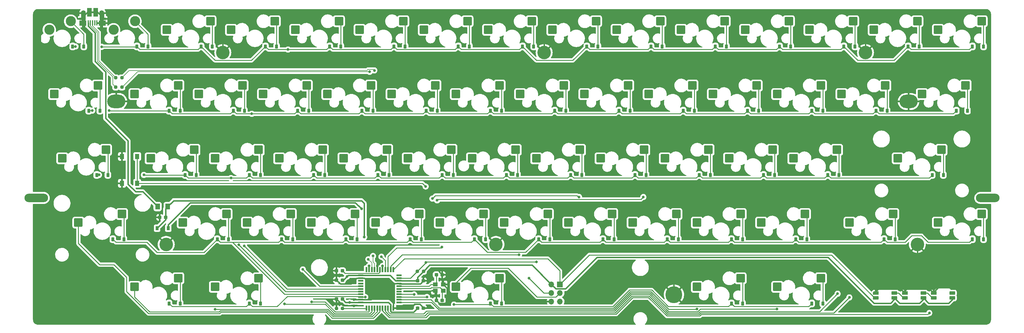
<source format=gbr>
%TF.GenerationSoftware,KiCad,Pcbnew,(6.0.1)*%
%TF.CreationDate,2022-02-05T13:44:01+09:00*%
%TF.ProjectId,yuiop60hh5,7975696f-7036-4306-9868-352e6b696361,5*%
%TF.SameCoordinates,Original*%
%TF.FileFunction,Copper,L2,Bot*%
%TF.FilePolarity,Positive*%
%FSLAX46Y46*%
G04 Gerber Fmt 4.6, Leading zero omitted, Abs format (unit mm)*
G04 Created by KiCad (PCBNEW (6.0.1)) date 2022-02-05 13:44:01*
%MOMM*%
%LPD*%
G01*
G04 APERTURE LIST*
G04 Aperture macros list*
%AMRoundRect*
0 Rectangle with rounded corners*
0 $1 Rounding radius*
0 $2 $3 $4 $5 $6 $7 $8 $9 X,Y pos of 4 corners*
0 Add a 4 corners polygon primitive as box body*
4,1,4,$2,$3,$4,$5,$6,$7,$8,$9,$2,$3,0*
0 Add four circle primitives for the rounded corners*
1,1,$1+$1,$2,$3*
1,1,$1+$1,$4,$5*
1,1,$1+$1,$6,$7*
1,1,$1+$1,$8,$9*
0 Add four rect primitives between the rounded corners*
20,1,$1+$1,$2,$3,$4,$5,0*
20,1,$1+$1,$4,$5,$6,$7,0*
20,1,$1+$1,$6,$7,$8,$9,0*
20,1,$1+$1,$8,$9,$2,$3,0*%
%AMOutline5P*
0 Free polygon, 5 corners , with rotation*
0 The origin of the aperture is its center*
0 number of corners: always 5*
0 $1 to $10 corner X, Y*
0 $11 Rotation angle, in degrees counterclockwise*
0 create outline with 5 corners*
4,1,5,$1,$2,$3,$4,$5,$6,$7,$8,$9,$10,$1,$2,$11*%
%AMOutline6P*
0 Free polygon, 6 corners , with rotation*
0 The origin of the aperture is its center*
0 number of corners: always 6*
0 $1 to $12 corner X, Y*
0 $13 Rotation angle, in degrees counterclockwise*
0 create outline with 6 corners*
4,1,6,$1,$2,$3,$4,$5,$6,$7,$8,$9,$10,$11,$12,$1,$2,$13*%
%AMOutline7P*
0 Free polygon, 7 corners , with rotation*
0 The origin of the aperture is its center*
0 number of corners: always 7*
0 $1 to $14 corner X, Y*
0 $15 Rotation angle, in degrees counterclockwise*
0 create outline with 7 corners*
4,1,7,$1,$2,$3,$4,$5,$6,$7,$8,$9,$10,$11,$12,$13,$14,$1,$2,$15*%
%AMOutline8P*
0 Free polygon, 8 corners , with rotation*
0 The origin of the aperture is its center*
0 number of corners: always 8*
0 $1 to $16 corner X, Y*
0 $17 Rotation angle, in degrees counterclockwise*
0 create outline with 8 corners*
4,1,8,$1,$2,$3,$4,$5,$6,$7,$8,$9,$10,$11,$12,$13,$14,$15,$16,$1,$2,$17*%
G04 Aperture macros list end*
%TA.AperFunction,SMDPad,CuDef*%
%ADD10RoundRect,0.200000X-0.650000X-0.300000X0.650000X-0.300000X0.650000X0.300000X-0.650000X0.300000X0*%
%TD*%
%TA.AperFunction,SMDPad,CuDef*%
%ADD11Outline5P,-0.850000X0.170000X-0.520000X0.500000X0.850000X0.500000X0.850000X-0.500000X-0.850000X-0.500000X0.000000*%
%TD*%
%TA.AperFunction,SMDPad,CuDef*%
%ADD12RoundRect,0.225000X-0.225000X-0.375000X0.225000X-0.375000X0.225000X0.375000X-0.225000X0.375000X0*%
%TD*%
%TA.AperFunction,ComponentPad*%
%ADD13C,3.000000*%
%TD*%
%TA.AperFunction,SMDPad,CuDef*%
%ADD14RoundRect,0.250000X-1.025000X-1.000000X1.025000X-1.000000X1.025000X1.000000X-1.025000X1.000000X0*%
%TD*%
%TA.AperFunction,ComponentPad*%
%ADD15C,1.000000*%
%TD*%
%TA.AperFunction,ComponentPad*%
%ADD16O,5.400000X4.000000*%
%TD*%
%TA.AperFunction,ComponentPad*%
%ADD17C,5.000000*%
%TD*%
%TA.AperFunction,ComponentPad*%
%ADD18O,7.000000X2.500000*%
%TD*%
%TA.AperFunction,ComponentPad*%
%ADD19C,4.000000*%
%TD*%
%TA.AperFunction,SMDPad,CuDef*%
%ADD20R,0.550000X1.500000*%
%TD*%
%TA.AperFunction,SMDPad,CuDef*%
%ADD21R,1.500000X0.550000*%
%TD*%
%TA.AperFunction,SMDPad,CuDef*%
%ADD22RoundRect,0.237500X0.300000X0.237500X-0.300000X0.237500X-0.300000X-0.237500X0.300000X-0.237500X0*%
%TD*%
%TA.AperFunction,ComponentPad*%
%ADD23R,1.700000X1.700000*%
%TD*%
%TA.AperFunction,ComponentPad*%
%ADD24O,1.700000X1.700000*%
%TD*%
%TA.AperFunction,SMDPad,CuDef*%
%ADD25R,0.400000X1.650000*%
%TD*%
%TA.AperFunction,SMDPad,CuDef*%
%ADD26R,2.000000X1.500000*%
%TD*%
%TA.AperFunction,SMDPad,CuDef*%
%ADD27R,1.350000X2.000000*%
%TD*%
%TA.AperFunction,SMDPad,CuDef*%
%ADD28R,1.430000X2.500000*%
%TD*%
%TA.AperFunction,ComponentPad*%
%ADD29O,1.350000X1.700000*%
%TD*%
%TA.AperFunction,ComponentPad*%
%ADD30O,1.100000X1.500000*%
%TD*%
%TA.AperFunction,SMDPad,CuDef*%
%ADD31R,1.825000X0.700000*%
%TD*%
%TA.AperFunction,SMDPad,CuDef*%
%ADD32R,1.300000X1.550000*%
%TD*%
%TA.AperFunction,SMDPad,CuDef*%
%ADD33RoundRect,0.237500X0.250000X0.237500X-0.250000X0.237500X-0.250000X-0.237500X0.250000X-0.237500X0*%
%TD*%
%TA.AperFunction,SMDPad,CuDef*%
%ADD34RoundRect,0.237500X-0.250000X-0.237500X0.250000X-0.237500X0.250000X0.237500X-0.250000X0.237500X0*%
%TD*%
%TA.AperFunction,SMDPad,CuDef*%
%ADD35RoundRect,0.237500X-0.300000X-0.237500X0.300000X-0.237500X0.300000X0.237500X-0.300000X0.237500X0*%
%TD*%
%TA.AperFunction,SMDPad,CuDef*%
%ADD36R,1.400000X1.200000*%
%TD*%
%TA.AperFunction,SMDPad,CuDef*%
%ADD37R,0.900000X1.200000*%
%TD*%
%TA.AperFunction,SMDPad,CuDef*%
%ADD38RoundRect,0.250000X0.462500X0.625000X-0.462500X0.625000X-0.462500X-0.625000X0.462500X-0.625000X0*%
%TD*%
%TA.AperFunction,ViaPad*%
%ADD39C,0.800000*%
%TD*%
%TA.AperFunction,Conductor*%
%ADD40C,0.400000*%
%TD*%
%TA.AperFunction,Conductor*%
%ADD41C,0.250000*%
%TD*%
%TA.AperFunction,Conductor*%
%ADD42C,0.200000*%
%TD*%
G04 APERTURE END LIST*
D10*
%TO.P,LED1,1,VDD*%
%TO.N,VCC*%
X325860000Y-186141000D03*
%TO.P,LED1,2,DOUT*%
%TO.N,Net-(LED1-Pad2)*%
X325860000Y-184741000D03*
D11*
%TO.P,LED1,3,VSS*%
%TO.N,GND*%
X320360000Y-184741000D03*
D10*
%TO.P,LED1,4,DIN*%
%TO.N,/LED_DATA*%
X320360000Y-186141000D03*
%TD*%
%TO.P,LED2,1,VDD*%
%TO.N,VCC*%
X334427000Y-186141000D03*
%TO.P,LED2,2,DOUT*%
%TO.N,Net-(LED2-Pad2)*%
X334427000Y-184741000D03*
D11*
%TO.P,LED2,3,VSS*%
%TO.N,GND*%
X328927000Y-184741000D03*
D10*
%TO.P,LED2,4,DIN*%
%TO.N,Net-(LED1-Pad2)*%
X328927000Y-186141000D03*
%TD*%
D12*
%TO.P,D47,1,K*%
%TO.N,/ROW_4*%
X182275000Y-168741250D03*
%TO.P,D47,2,A*%
%TO.N,Net-(D47-Pad2)*%
X185575000Y-168741250D03*
%TD*%
%TO.P,D44,1,K*%
%TO.N,/ROW_4*%
X125125000Y-168741250D03*
%TO.P,D44,2,A*%
%TO.N,Net-(D44-Pad2)*%
X128425000Y-168741250D03*
%TD*%
%TO.P,D42,1,K*%
%TO.N,/ROW_3*%
X337056250Y-149691250D03*
%TO.P,D42,2,A*%
%TO.N,Net-(D42-Pad2)*%
X340356250Y-149691250D03*
%TD*%
%TO.P,D35,1,K*%
%TO.N,/ROW_3*%
X191800000Y-149691250D03*
%TO.P,D35,2,A*%
%TO.N,Net-(D35-Pad2)*%
X195100000Y-149691250D03*
%TD*%
%TO.P,D41,1,K*%
%TO.N,/ROW_3*%
X306100000Y-149691250D03*
%TO.P,D41,2,A*%
%TO.N,Net-(D41-Pad2)*%
X309400000Y-149691250D03*
%TD*%
%TO.P,D40,1,K*%
%TO.N,/ROW_3*%
X287050000Y-149691250D03*
%TO.P,D40,2,A*%
%TO.N,Net-(D40-Pad2)*%
X290350000Y-149691250D03*
%TD*%
%TO.P,D38,1,K*%
%TO.N,/ROW_3*%
X248950000Y-149691250D03*
%TO.P,D38,2,A*%
%TO.N,Net-(D38-Pad2)*%
X252250000Y-149691250D03*
%TD*%
%TO.P,D49,1,K*%
%TO.N,/ROW_4*%
X220375000Y-168741250D03*
%TO.P,D49,2,A*%
%TO.N,Net-(D49-Pad2)*%
X223675000Y-168741250D03*
%TD*%
%TO.P,D52,1,K*%
%TO.N,/ROW_4*%
X277525000Y-168741250D03*
%TO.P,D52,2,A*%
%TO.N,Net-(D52-Pad2)*%
X280825000Y-168741250D03*
%TD*%
%TO.P,D59,1,K*%
%TO.N,/ROW_5*%
X277525000Y-187791000D03*
%TO.P,D59,2,A*%
%TO.N,Net-(D59-Pad2)*%
X280825000Y-187791000D03*
%TD*%
%TO.P,D53,1,K*%
%TO.N,/ROW_4*%
X296575000Y-168741250D03*
%TO.P,D53,2,A*%
%TO.N,Net-(D53-Pad2)*%
X299875000Y-168741250D03*
%TD*%
%TO.P,D58,1,K*%
%TO.N,/ROW_5*%
X206087500Y-187791000D03*
%TO.P,D58,2,A*%
%TO.N,Net-(D58-Pad2)*%
X209387500Y-187791000D03*
%TD*%
%TO.P,D57,1,K*%
%TO.N,/ROW_5*%
X134650000Y-187791000D03*
%TO.P,D57,2,A*%
%TO.N,Net-(D57-Pad2)*%
X137950000Y-187791000D03*
%TD*%
%TO.P,D50,1,K*%
%TO.N,/ROW_4*%
X239425000Y-168741250D03*
%TO.P,D50,2,A*%
%TO.N,Net-(D50-Pad2)*%
X242725000Y-168741250D03*
%TD*%
%TO.P,D56,1,K*%
%TO.N,/ROW_5*%
X110837500Y-187791000D03*
%TO.P,D56,2,A*%
%TO.N,Net-(D56-Pad2)*%
X114137500Y-187791000D03*
%TD*%
%TO.P,D43,1,K*%
%TO.N,/ROW_4*%
X94168750Y-168741250D03*
%TO.P,D43,2,A*%
%TO.N,Net-(D43-Pad2)*%
X97468750Y-168741250D03*
%TD*%
%TO.P,D55,1,K*%
%TO.N,/ROW_4*%
X348962500Y-168741250D03*
%TO.P,D55,2,A*%
%TO.N,Net-(D55-Pad2)*%
X352262500Y-168741250D03*
%TD*%
%TO.P,D54,1,K*%
%TO.N,/ROW_4*%
X322768750Y-168741250D03*
%TO.P,D54,2,A*%
%TO.N,Net-(D54-Pad2)*%
X326068750Y-168741250D03*
%TD*%
%TO.P,D51,1,K*%
%TO.N,/ROW_4*%
X258475000Y-168741250D03*
%TO.P,D51,2,A*%
%TO.N,Net-(D51-Pad2)*%
X261775000Y-168741250D03*
%TD*%
%TO.P,D46,1,K*%
%TO.N,/ROW_4*%
X163225000Y-168741250D03*
%TO.P,D46,2,A*%
%TO.N,Net-(D46-Pad2)*%
X166525000Y-168741250D03*
%TD*%
%TO.P,D45,1,K*%
%TO.N,/ROW_4*%
X144175000Y-168741250D03*
%TO.P,D45,2,A*%
%TO.N,Net-(D45-Pad2)*%
X147475000Y-168741250D03*
%TD*%
%TO.P,D39,1,K*%
%TO.N,/ROW_3*%
X268000000Y-149691250D03*
%TO.P,D39,2,A*%
%TO.N,Net-(D39-Pad2)*%
X271300000Y-149691250D03*
%TD*%
%TO.P,D37,1,K*%
%TO.N,/ROW_3*%
X229900000Y-149691250D03*
%TO.P,D37,2,A*%
%TO.N,Net-(D37-Pad2)*%
X233200000Y-149691250D03*
%TD*%
%TO.P,D30,1,K*%
%TO.N,/ROW_3*%
X89406250Y-149691250D03*
%TO.P,D30,2,A*%
%TO.N,Net-(D30-Pad2)*%
X92706250Y-149691250D03*
%TD*%
%TO.P,D22,1,K*%
%TO.N,/ROW_2*%
X206087500Y-130641250D03*
%TO.P,D22,2,A*%
%TO.N,Net-(D22-Pad2)*%
X209387500Y-130641250D03*
%TD*%
%TO.P,D15,1,K*%
%TO.N,/ROW_1*%
X348962500Y-111591250D03*
%TO.P,D15,2,A*%
%TO.N,Net-(D15-Pad2)*%
X352262500Y-111591250D03*
%TD*%
%TO.P,D12,1,K*%
%TO.N,/ROW_1*%
X291812500Y-111591250D03*
%TO.P,D12,2,A*%
%TO.N,Net-(D12-Pad2)*%
X295112500Y-111591250D03*
%TD*%
%TO.P,D21,1,K*%
%TO.N,/ROW_2*%
X187037500Y-130641250D03*
%TO.P,D21,2,A*%
%TO.N,Net-(D21-Pad2)*%
X190337500Y-130641250D03*
%TD*%
%TO.P,D20,1,K*%
%TO.N,/ROW_2*%
X167987500Y-130641250D03*
%TO.P,D20,2,A*%
%TO.N,Net-(D20-Pad2)*%
X171287500Y-130641250D03*
%TD*%
%TO.P,D3,1,K*%
%TO.N,/ROW_1*%
X120362000Y-111591250D03*
%TO.P,D3,2,A*%
%TO.N,Net-(D3-Pad2)*%
X123662000Y-111591250D03*
%TD*%
%TO.P,D13,1,K*%
%TO.N,/ROW_1*%
X310862500Y-111591250D03*
%TO.P,D13,2,A*%
%TO.N,Net-(D13-Pad2)*%
X314162500Y-111591250D03*
%TD*%
%TO.P,D27,1,K*%
%TO.N,/ROW_2*%
X301337500Y-130641250D03*
%TO.P,D27,2,A*%
%TO.N,Net-(D27-Pad2)*%
X304637500Y-130641250D03*
%TD*%
%TO.P,D7,1,K*%
%TO.N,/ROW_1*%
X196562500Y-111591250D03*
%TO.P,D7,2,A*%
%TO.N,Net-(D7-Pad2)*%
X199862500Y-111591250D03*
%TD*%
%TO.P,D5,1,K*%
%TO.N,/ROW_1*%
X158462500Y-111591250D03*
%TO.P,D5,2,A*%
%TO.N,Net-(D5-Pad2)*%
X161762500Y-111591250D03*
%TD*%
%TO.P,D23,1,K*%
%TO.N,/ROW_2*%
X225137500Y-130641250D03*
%TO.P,D23,2,A*%
%TO.N,Net-(D23-Pad2)*%
X228437500Y-130641250D03*
%TD*%
%TO.P,D25,1,K*%
%TO.N,/ROW_2*%
X263237500Y-130641250D03*
%TO.P,D25,2,A*%
%TO.N,Net-(D25-Pad2)*%
X266537500Y-130641250D03*
%TD*%
%TO.P,D18,1,K*%
%TO.N,/ROW_2*%
X129887500Y-130641250D03*
%TO.P,D18,2,A*%
%TO.N,Net-(D18-Pad2)*%
X133187500Y-130641250D03*
%TD*%
%TO.P,D31,1,K*%
%TO.N,/ROW_3*%
X115600000Y-149691250D03*
%TO.P,D31,2,A*%
%TO.N,Net-(D31-Pad2)*%
X118900000Y-149691250D03*
%TD*%
%TO.P,D16,1,K*%
%TO.N,/ROW_2*%
X87025000Y-130641250D03*
%TO.P,D16,2,A*%
%TO.N,Net-(D16-Pad2)*%
X90325000Y-130641250D03*
%TD*%
%TO.P,D24,1,K*%
%TO.N,/ROW_2*%
X244187500Y-130641250D03*
%TO.P,D24,2,A*%
%TO.N,Net-(D24-Pad2)*%
X247487500Y-130641250D03*
%TD*%
%TO.P,D2,1,K*%
%TO.N,/ROW_1*%
X101312500Y-111591250D03*
%TO.P,D2,2,A*%
%TO.N,Net-(D2-Pad2)*%
X104612500Y-111591250D03*
%TD*%
%TO.P,D19,1,K*%
%TO.N,/ROW_2*%
X148937500Y-130641250D03*
%TO.P,D19,2,A*%
%TO.N,Net-(D19-Pad2)*%
X152237500Y-130641250D03*
%TD*%
%TO.P,D11,1,K*%
%TO.N,/ROW_1*%
X272762500Y-111591250D03*
%TO.P,D11,2,A*%
%TO.N,Net-(D11-Pad2)*%
X276062500Y-111591250D03*
%TD*%
%TO.P,D1,1,K*%
%TO.N,/ROW_1*%
X82262500Y-111591250D03*
%TO.P,D1,2,A*%
%TO.N,Net-(D1-Pad2)*%
X85562500Y-111591250D03*
%TD*%
%TO.P,D8,1,K*%
%TO.N,/ROW_1*%
X215613000Y-111591250D03*
%TO.P,D8,2,A*%
%TO.N,Net-(D8-Pad2)*%
X218913000Y-111591250D03*
%TD*%
%TO.P,D10,1,K*%
%TO.N,/ROW_1*%
X253712500Y-111591250D03*
%TO.P,D10,2,A*%
%TO.N,Net-(D10-Pad2)*%
X257012500Y-111591250D03*
%TD*%
%TO.P,D4,1,K*%
%TO.N,/ROW_1*%
X139412500Y-111591250D03*
%TO.P,D4,2,A*%
%TO.N,Net-(D4-Pad2)*%
X142712500Y-111591250D03*
%TD*%
%TO.P,D32,1,K*%
%TO.N,/ROW_3*%
X134650000Y-149691250D03*
%TO.P,D32,2,A*%
%TO.N,Net-(D32-Pad2)*%
X137950000Y-149691250D03*
%TD*%
%TO.P,D28,1,K*%
%TO.N,/ROW_2*%
X320387500Y-130641250D03*
%TO.P,D28,2,A*%
%TO.N,Net-(D28-Pad2)*%
X323687500Y-130641250D03*
%TD*%
%TO.P,D26,1,K*%
%TO.N,/ROW_2*%
X282287500Y-130641250D03*
%TO.P,D26,2,A*%
%TO.N,Net-(D26-Pad2)*%
X285587500Y-130641250D03*
%TD*%
%TO.P,D6,1,K*%
%TO.N,/ROW_1*%
X177512500Y-111591250D03*
%TO.P,D6,2,A*%
%TO.N,Net-(D6-Pad2)*%
X180812500Y-111591250D03*
%TD*%
%TO.P,D14,1,K*%
%TO.N,/ROW_1*%
X329912500Y-111591250D03*
%TO.P,D14,2,A*%
%TO.N,Net-(D14-Pad2)*%
X333212500Y-111591250D03*
%TD*%
%TO.P,D33,1,K*%
%TO.N,/ROW_3*%
X153700000Y-149691250D03*
%TO.P,D33,2,A*%
%TO.N,Net-(D33-Pad2)*%
X157000000Y-149691250D03*
%TD*%
%TO.P,D34,1,K*%
%TO.N,/ROW_3*%
X172750000Y-149691250D03*
%TO.P,D34,2,A*%
%TO.N,Net-(D34-Pad2)*%
X176050000Y-149691250D03*
%TD*%
%TO.P,D29,1,K*%
%TO.N,/ROW_2*%
X344200000Y-130641250D03*
%TO.P,D29,2,A*%
%TO.N,Net-(D29-Pad2)*%
X347500000Y-130641250D03*
%TD*%
%TO.P,D17,1,K*%
%TO.N,/ROW_2*%
X110837500Y-130641250D03*
%TO.P,D17,2,A*%
%TO.N,Net-(D17-Pad2)*%
X114137500Y-130641250D03*
%TD*%
%TO.P,D36,1,K*%
%TO.N,/ROW_3*%
X210850000Y-149691250D03*
%TO.P,D36,2,A*%
%TO.N,Net-(D36-Pad2)*%
X214150000Y-149691250D03*
%TD*%
D13*
%TO.P,KSW1,1,1*%
%TO.N,/COL_01*%
X75340000Y-106670000D03*
%TO.P,KSW1,2,2*%
%TO.N,Net-(D1-Pad2)*%
X81690000Y-104130000D03*
%TD*%
%TO.P,KSW2,1,1*%
%TO.N,/COL_02*%
X94390000Y-106670000D03*
%TO.P,KSW2,2,2*%
%TO.N,Net-(D2-Pad2)*%
X100740000Y-104130000D03*
%TD*%
D14*
%TO.P,KSW3,1,1*%
%TO.N,/COL_03*%
X110165000Y-106670000D03*
D15*
X110165000Y-106670000D03*
%TO.P,KSW3,2,2*%
%TO.N,Net-(D3-Pad2)*%
X123092000Y-104130000D03*
D14*
X123092000Y-104130000D03*
%TD*%
D15*
%TO.P,KSW4,1,1*%
%TO.N,/COL_04*%
X129215000Y-106670000D03*
D14*
X129215000Y-106670000D03*
D15*
%TO.P,KSW4,2,2*%
%TO.N,Net-(D4-Pad2)*%
X142142000Y-104130000D03*
D14*
X142142000Y-104130000D03*
%TD*%
%TO.P,KSW5,1,1*%
%TO.N,/COL_05*%
X148265000Y-106670000D03*
D15*
X148265000Y-106670000D03*
%TO.P,KSW5,2,2*%
%TO.N,Net-(D5-Pad2)*%
X161192000Y-104130000D03*
D14*
X161192000Y-104130000D03*
%TD*%
%TO.P,KSW6,1,1*%
%TO.N,/COL_06*%
X167315000Y-106670000D03*
D15*
X167315000Y-106670000D03*
D14*
%TO.P,KSW6,2,2*%
%TO.N,Net-(D6-Pad2)*%
X180242000Y-104130000D03*
D15*
X180242000Y-104130000D03*
%TD*%
%TO.P,KSW7,1,1*%
%TO.N,/COL_07*%
X186365000Y-106670000D03*
D14*
X186365000Y-106670000D03*
%TO.P,KSW7,2,2*%
%TO.N,Net-(D7-Pad2)*%
X199292000Y-104130000D03*
D15*
X199292000Y-104130000D03*
%TD*%
%TO.P,KSW8,1,1*%
%TO.N,/COL_08*%
X205415000Y-106670000D03*
D14*
X205415000Y-106670000D03*
D15*
%TO.P,KSW8,2,2*%
%TO.N,Net-(D8-Pad2)*%
X218342000Y-104130000D03*
D14*
X218342000Y-104130000D03*
%TD*%
D15*
%TO.P,KSW9,1,1*%
%TO.N,/COL_09*%
X224465000Y-106670000D03*
D14*
X224465000Y-106670000D03*
%TO.P,KSW9,2,2*%
%TO.N,Net-(D9-Pad2)*%
X237392000Y-104130000D03*
D15*
X237392000Y-104130000D03*
%TD*%
%TO.P,KSW10,1,1*%
%TO.N,/COL_10*%
X243515000Y-106670000D03*
D14*
X243515000Y-106670000D03*
D15*
%TO.P,KSW10,2,2*%
%TO.N,Net-(D10-Pad2)*%
X256442000Y-104130000D03*
D14*
X256442000Y-104130000D03*
%TD*%
%TO.P,KSW11,1,1*%
%TO.N,/COL_11*%
X262565000Y-106670000D03*
D15*
X262565000Y-106670000D03*
%TO.P,KSW11,2,2*%
%TO.N,Net-(D11-Pad2)*%
X275492000Y-104130000D03*
D14*
X275492000Y-104130000D03*
%TD*%
%TO.P,KSW12,1,1*%
%TO.N,/COL_12*%
X281615000Y-106670000D03*
D15*
X281615000Y-106670000D03*
%TO.P,KSW12,2,2*%
%TO.N,Net-(D12-Pad2)*%
X294542000Y-104130000D03*
D14*
X294542000Y-104130000D03*
%TD*%
D15*
%TO.P,KSW14,1,1*%
%TO.N,/COL_14*%
X319715000Y-106670000D03*
D14*
X319715000Y-106670000D03*
D15*
%TO.P,KSW14,2,2*%
%TO.N,Net-(D14-Pad2)*%
X332642000Y-104130000D03*
D14*
X332642000Y-104130000D03*
%TD*%
D15*
%TO.P,KSW15,1,1*%
%TO.N,/COL_15*%
X338765000Y-106670000D03*
D14*
X338765000Y-106670000D03*
%TO.P,KSW15,2,2*%
%TO.N,Net-(D15-Pad2)*%
X351692000Y-104130000D03*
D15*
X351692000Y-104130000D03*
%TD*%
D14*
%TO.P,KSW16,1,1*%
%TO.N,/COL_01*%
X76827500Y-125720000D03*
D15*
X76827500Y-125720000D03*
D14*
%TO.P,KSW16,2,2*%
%TO.N,Net-(D16-Pad2)*%
X89754500Y-123180000D03*
D15*
X89754500Y-123180000D03*
%TD*%
D14*
%TO.P,KSW17,1,1*%
%TO.N,/COL_02*%
X100640000Y-125720000D03*
D15*
X100640000Y-125720000D03*
D14*
%TO.P,KSW17,2,2*%
%TO.N,Net-(D17-Pad2)*%
X113567000Y-123180000D03*
D15*
X113567000Y-123180000D03*
%TD*%
%TO.P,KSW18,1,1*%
%TO.N,/COL_03*%
X119690000Y-125720000D03*
D14*
X119690000Y-125720000D03*
%TO.P,KSW18,2,2*%
%TO.N,Net-(D18-Pad2)*%
X132617000Y-123180000D03*
D15*
X132617000Y-123180000D03*
%TD*%
%TO.P,KSW19,1,1*%
%TO.N,/COL_04*%
X138740000Y-125720000D03*
D14*
X138740000Y-125720000D03*
D15*
%TO.P,KSW19,2,2*%
%TO.N,Net-(D19-Pad2)*%
X151667000Y-123180000D03*
D14*
X151667000Y-123180000D03*
%TD*%
D15*
%TO.P,KSW20,1,1*%
%TO.N,/COL_05*%
X157790000Y-125720000D03*
D14*
X157790000Y-125720000D03*
%TO.P,KSW20,2,2*%
%TO.N,Net-(D20-Pad2)*%
X170717000Y-123180000D03*
D15*
X170717000Y-123180000D03*
%TD*%
%TO.P,KSW21,1,1*%
%TO.N,/COL_06*%
X176840000Y-125720000D03*
D14*
X176840000Y-125720000D03*
%TO.P,KSW21,2,2*%
%TO.N,Net-(D21-Pad2)*%
X189767000Y-123180000D03*
D15*
X189767000Y-123180000D03*
%TD*%
D14*
%TO.P,KSW22,1,1*%
%TO.N,/COL_07*%
X195890000Y-125720000D03*
D15*
X195890000Y-125720000D03*
D14*
%TO.P,KSW22,2,2*%
%TO.N,Net-(D22-Pad2)*%
X208817000Y-123180000D03*
D15*
X208817000Y-123180000D03*
%TD*%
D14*
%TO.P,KSW23,1,1*%
%TO.N,/COL_08*%
X214940000Y-125720000D03*
D15*
X214940000Y-125720000D03*
%TO.P,KSW23,2,2*%
%TO.N,Net-(D23-Pad2)*%
X227867000Y-123180000D03*
D14*
X227867000Y-123180000D03*
%TD*%
%TO.P,KSW24,1,1*%
%TO.N,/COL_09*%
X233990000Y-125720000D03*
D15*
X233990000Y-125720000D03*
D14*
%TO.P,KSW24,2,2*%
%TO.N,Net-(D24-Pad2)*%
X246917000Y-123180000D03*
D15*
X246917000Y-123180000D03*
%TD*%
%TO.P,KSW25,1,1*%
%TO.N,/COL_10*%
X253040000Y-125720000D03*
D14*
X253040000Y-125720000D03*
%TO.P,KSW25,2,2*%
%TO.N,Net-(D25-Pad2)*%
X265967000Y-123180000D03*
D15*
X265967000Y-123180000D03*
%TD*%
%TO.P,KSW26,1,1*%
%TO.N,/COL_11*%
X272090000Y-125720000D03*
D14*
X272090000Y-125720000D03*
D15*
%TO.P,KSW26,2,2*%
%TO.N,Net-(D26-Pad2)*%
X285017000Y-123180000D03*
D14*
X285017000Y-123180000D03*
%TD*%
D15*
%TO.P,KSW27,1,1*%
%TO.N,/COL_12*%
X291140000Y-125720000D03*
D14*
X291140000Y-125720000D03*
%TO.P,KSW27,2,2*%
%TO.N,Net-(D27-Pad2)*%
X304067000Y-123180000D03*
D15*
X304067000Y-123180000D03*
%TD*%
D14*
%TO.P,KSW28,1,1*%
%TO.N,/COL_13*%
X310190000Y-125720000D03*
D15*
X310190000Y-125720000D03*
D14*
%TO.P,KSW28,2,2*%
%TO.N,Net-(D28-Pad2)*%
X323117000Y-123180000D03*
D15*
X323117000Y-123180000D03*
%TD*%
%TO.P,KSW29,1,1*%
%TO.N,/COL_15*%
X334002000Y-125720000D03*
D14*
X334002000Y-125720000D03*
D15*
%TO.P,KSW29,2,2*%
%TO.N,Net-(D29-Pad2)*%
X346929000Y-123180000D03*
D14*
X346929000Y-123180000D03*
%TD*%
%TO.P,KSW30,1,1*%
%TO.N,/COL_01*%
X79208800Y-144770000D03*
D15*
X79208800Y-144770000D03*
D14*
%TO.P,KSW30,2,2*%
%TO.N,Net-(D30-Pad2)*%
X92135800Y-142230000D03*
D15*
X92135800Y-142230000D03*
%TD*%
%TO.P,KSW31,1,1*%
%TO.N,/COL_02*%
X105402000Y-144770000D03*
D14*
X105402000Y-144770000D03*
D15*
%TO.P,KSW31,2,2*%
%TO.N,Net-(D31-Pad2)*%
X118329000Y-142230000D03*
D14*
X118329000Y-142230000D03*
%TD*%
%TO.P,KSW32,1,1*%
%TO.N,/COL_03*%
X124452000Y-144770000D03*
D15*
X124452000Y-144770000D03*
D14*
%TO.P,KSW32,2,2*%
%TO.N,Net-(D32-Pad2)*%
X137379000Y-142230000D03*
D15*
X137379000Y-142230000D03*
%TD*%
%TO.P,KSW33,1,1*%
%TO.N,/COL_04*%
X143502000Y-144770000D03*
D14*
X143502000Y-144770000D03*
%TO.P,KSW33,2,2*%
%TO.N,Net-(D33-Pad2)*%
X156429000Y-142230000D03*
D15*
X156429000Y-142230000D03*
%TD*%
D14*
%TO.P,KSW34,1,1*%
%TO.N,/COL_05*%
X162552000Y-144770000D03*
D15*
X162552000Y-144770000D03*
%TO.P,KSW34,2,2*%
%TO.N,Net-(D34-Pad2)*%
X175479000Y-142230000D03*
D14*
X175479000Y-142230000D03*
%TD*%
%TO.P,KSW35,1,1*%
%TO.N,/COL_06*%
X181602000Y-144770000D03*
D15*
X181602000Y-144770000D03*
%TO.P,KSW35,2,2*%
%TO.N,Net-(D35-Pad2)*%
X194529000Y-142230000D03*
D14*
X194529000Y-142230000D03*
%TD*%
D15*
%TO.P,KSW36,1,1*%
%TO.N,/COL_07*%
X200652000Y-144770000D03*
D14*
X200652000Y-144770000D03*
D15*
%TO.P,KSW36,2,2*%
%TO.N,Net-(D36-Pad2)*%
X213579000Y-142230000D03*
D14*
X213579000Y-142230000D03*
%TD*%
D15*
%TO.P,KSW37,1,1*%
%TO.N,/COL_08*%
X219702000Y-144770000D03*
D14*
X219702000Y-144770000D03*
%TO.P,KSW37,2,2*%
%TO.N,Net-(D37-Pad2)*%
X232629000Y-142230000D03*
D15*
X232629000Y-142230000D03*
%TD*%
%TO.P,KSW38,1,1*%
%TO.N,/COL_09*%
X238752000Y-144770000D03*
D14*
X238752000Y-144770000D03*
%TO.P,KSW38,2,2*%
%TO.N,Net-(D38-Pad2)*%
X251679000Y-142230000D03*
D15*
X251679000Y-142230000D03*
%TD*%
D14*
%TO.P,KSW39,1,1*%
%TO.N,/COL_10*%
X257802000Y-144770000D03*
D15*
X257802000Y-144770000D03*
D14*
%TO.P,KSW39,2,2*%
%TO.N,Net-(D39-Pad2)*%
X270729000Y-142230000D03*
D15*
X270729000Y-142230000D03*
%TD*%
D14*
%TO.P,KSW40,1,1*%
%TO.N,/COL_11*%
X276852000Y-144770000D03*
D15*
X276852000Y-144770000D03*
%TO.P,KSW40,2,2*%
%TO.N,Net-(D40-Pad2)*%
X289779000Y-142230000D03*
D14*
X289779000Y-142230000D03*
%TD*%
%TO.P,KSW41,1,1*%
%TO.N,/COL_12*%
X295902000Y-144770000D03*
D15*
X295902000Y-144770000D03*
%TO.P,KSW41,2,2*%
%TO.N,Net-(D41-Pad2)*%
X308829000Y-142230000D03*
D14*
X308829000Y-142230000D03*
%TD*%
D15*
%TO.P,KSW42,1,1*%
%TO.N,/COL_15*%
X326859000Y-144770000D03*
D14*
X326859000Y-144770000D03*
%TO.P,KSW42,2,2*%
%TO.N,Net-(D42-Pad2)*%
X339786000Y-142230000D03*
D15*
X339786000Y-142230000D03*
%TD*%
%TO.P,KSW43,1,1*%
%TO.N,/COL_01*%
X83970700Y-163820000D03*
D14*
X83970700Y-163820000D03*
D15*
%TO.P,KSW43,2,2*%
%TO.N,Net-(D43-Pad2)*%
X96897700Y-161280000D03*
D14*
X96897700Y-161280000D03*
%TD*%
%TO.P,KSW44,1,1*%
%TO.N,/COL_03*%
X114928000Y-163820000D03*
D15*
X114928000Y-163820000D03*
D14*
%TO.P,KSW44,2,2*%
%TO.N,Net-(D44-Pad2)*%
X127855000Y-161280000D03*
D15*
X127855000Y-161280000D03*
%TD*%
D14*
%TO.P,KSW45,1,1*%
%TO.N,/COL_04*%
X133978000Y-163820000D03*
D15*
X133978000Y-163820000D03*
%TO.P,KSW45,2,2*%
%TO.N,Net-(D45-Pad2)*%
X146905000Y-161280000D03*
D14*
X146905000Y-161280000D03*
%TD*%
D15*
%TO.P,KSW46,1,1*%
%TO.N,/COL_05*%
X153028000Y-163820000D03*
D14*
X153028000Y-163820000D03*
D15*
%TO.P,KSW46,2,2*%
%TO.N,Net-(D46-Pad2)*%
X165955000Y-161280000D03*
D14*
X165955000Y-161280000D03*
%TD*%
D15*
%TO.P,KSW47,1,1*%
%TO.N,/COL_06*%
X172078000Y-163820000D03*
D14*
X172078000Y-163820000D03*
%TO.P,KSW47,2,2*%
%TO.N,Net-(D47-Pad2)*%
X185005000Y-161280000D03*
D15*
X185005000Y-161280000D03*
%TD*%
%TO.P,KSW50,1,1*%
%TO.N,/COL_09*%
X229228000Y-163820000D03*
D14*
X229228000Y-163820000D03*
%TO.P,KSW50,2,2*%
%TO.N,Net-(D50-Pad2)*%
X242155000Y-161280000D03*
D15*
X242155000Y-161280000D03*
%TD*%
%TO.P,KSW51,1,1*%
%TO.N,/COL_10*%
X248278000Y-163820000D03*
D14*
X248278000Y-163820000D03*
%TO.P,KSW51,2,2*%
%TO.N,Net-(D51-Pad2)*%
X261205000Y-161280000D03*
D15*
X261205000Y-161280000D03*
%TD*%
D14*
%TO.P,KSW52,1,1*%
%TO.N,/COL_11*%
X267328000Y-163820000D03*
D15*
X267328000Y-163820000D03*
%TO.P,KSW52,2,2*%
%TO.N,Net-(D52-Pad2)*%
X280255000Y-161280000D03*
D14*
X280255000Y-161280000D03*
%TD*%
D15*
%TO.P,KSW53,1,1*%
%TO.N,/COL_12*%
X286378000Y-163820000D03*
D14*
X286378000Y-163820000D03*
D15*
%TO.P,KSW53,2,2*%
%TO.N,Net-(D53-Pad2)*%
X299305000Y-161280000D03*
D14*
X299305000Y-161280000D03*
%TD*%
D15*
%TO.P,KSW54,1,1*%
%TO.N,/COL_14*%
X312571000Y-163820000D03*
D14*
X312571000Y-163820000D03*
D15*
%TO.P,KSW54,2,2*%
%TO.N,Net-(D54-Pad2)*%
X325498000Y-161280000D03*
D14*
X325498000Y-161280000D03*
%TD*%
%TO.P,KSW55,1,1*%
%TO.N,/COL_15*%
X338765000Y-163820000D03*
D15*
X338765000Y-163820000D03*
%TO.P,KSW55,2,2*%
%TO.N,Net-(D55-Pad2)*%
X351692000Y-161280000D03*
D14*
X351692000Y-161280000D03*
%TD*%
D15*
%TO.P,KSW56,1,1*%
%TO.N,/COL_02*%
X100640000Y-182870000D03*
D14*
X100640000Y-182870000D03*
%TO.P,KSW56,2,2*%
%TO.N,Net-(D56-Pad2)*%
X113567000Y-180330000D03*
D15*
X113567000Y-180330000D03*
%TD*%
D14*
%TO.P,KSW57,1,1*%
%TO.N,/COL_03*%
X124452000Y-182870000D03*
D15*
X124452000Y-182870000D03*
D14*
%TO.P,KSW57,2,2*%
%TO.N,Net-(D57-Pad2)*%
X137379000Y-180330000D03*
D15*
X137379000Y-180330000D03*
%TD*%
D14*
%TO.P,KSW58,1,1*%
%TO.N,/COL_07*%
X195890000Y-182870000D03*
D15*
X195890000Y-182870000D03*
D14*
%TO.P,KSW58,2,2*%
%TO.N,Net-(D58-Pad2)*%
X208817000Y-180330000D03*
D15*
X208817000Y-180330000D03*
%TD*%
D14*
%TO.P,KSW60,1,1*%
%TO.N,/COL_12*%
X291140000Y-182870000D03*
D15*
X291140000Y-182870000D03*
D14*
%TO.P,KSW60,2,2*%
%TO.N,Net-(D60-Pad2)*%
X304067000Y-180330000D03*
D15*
X304067000Y-180330000D03*
%TD*%
D16*
%TO.P,HOLE1,*%
%TO.N,GND*%
X95200000Y-127900000D03*
%TD*%
%TO.P,HOLE2,*%
%TO.N,GND*%
X330050000Y-127910000D03*
%TD*%
D17*
%TO.P,HOLE4,*%
%TO.N,GND*%
X260500000Y-185200000D03*
%TD*%
D18*
%TO.P,HOLE5,*%
%TO.N,*%
X71460000Y-156500000D03*
%TD*%
%TO.P,HOLE6,*%
%TO.N,*%
X353540000Y-156500000D03*
%TD*%
D19*
%TO.P,HOLE9,*%
%TO.N,GND*%
X317275000Y-113400000D03*
%TD*%
%TO.P,HOLE10,*%
%TO.N,GND*%
X332650000Y-170300000D03*
%TD*%
%TO.P,HOLE11,*%
%TO.N,GND*%
X222025000Y-113400000D03*
%TD*%
D10*
%TO.P,LED3,1,VDD*%
%TO.N,VCC*%
X342993000Y-186141000D03*
%TO.P,LED3,2,DOUT*%
%TO.N,/LED Array/DOUT*%
X342993000Y-184741000D03*
D11*
%TO.P,LED3,3,VSS*%
%TO.N,GND*%
X337493000Y-184741000D03*
D10*
%TO.P,LED3,4,DIN*%
%TO.N,Net-(LED2-Pad2)*%
X337493000Y-186141000D03*
%TD*%
D12*
%TO.P,D60,1,K*%
%TO.N,/ROW_5*%
X301337500Y-187791250D03*
%TO.P,D60,2,A*%
%TO.N,Net-(D60-Pad2)*%
X304637500Y-187791250D03*
%TD*%
%TO.P,D48,1,K*%
%TO.N,/ROW_4*%
X201325000Y-168741250D03*
%TO.P,D48,2,A*%
%TO.N,Net-(D48-Pad2)*%
X204625000Y-168741250D03*
%TD*%
%TO.P,D9,1,K*%
%TO.N,/ROW_1*%
X234662500Y-111591250D03*
%TO.P,D9,2,A*%
%TO.N,Net-(D9-Pad2)*%
X237962500Y-111591250D03*
%TD*%
D19*
%TO.P,HOLE7,*%
%TO.N,GND*%
X126775000Y-113400000D03*
%TD*%
D15*
%TO.P,KSW13,1,1*%
%TO.N,/COL_13*%
X300665000Y-106670000D03*
D14*
X300665000Y-106670000D03*
D15*
%TO.P,KSW13,2,2*%
%TO.N,Net-(D13-Pad2)*%
X313592000Y-104130000D03*
D14*
X313592000Y-104130000D03*
%TD*%
D15*
%TO.P,KSW59,1,1*%
%TO.N,/COL_11*%
X267328000Y-182870000D03*
D14*
X267328000Y-182870000D03*
%TO.P,KSW59,2,2*%
%TO.N,Net-(D59-Pad2)*%
X280255000Y-180330000D03*
D15*
X280255000Y-180330000D03*
%TD*%
D19*
%TO.P,HOLE12,*%
%TO.N,GND*%
X207738000Y-170300000D03*
%TD*%
D14*
%TO.P,KSW48,1,1*%
%TO.N,/COL_07*%
X191128000Y-163820000D03*
D15*
X191128000Y-163820000D03*
D14*
%TO.P,KSW48,2,2*%
%TO.N,Net-(D48-Pad2)*%
X204055000Y-161280000D03*
D15*
X204055000Y-161280000D03*
%TD*%
D14*
%TO.P,KSW49,1,1*%
%TO.N,/COL_08*%
X210178000Y-163820000D03*
D15*
X210178000Y-163820000D03*
%TO.P,KSW49,2,2*%
%TO.N,Net-(D49-Pad2)*%
X223105000Y-161280000D03*
D14*
X223105000Y-161280000D03*
%TD*%
D19*
%TO.P,HOLE8,*%
%TO.N,GND*%
X110000000Y-170300000D03*
%TD*%
D20*
%TO.P,U1,1,PE6*%
%TO.N,/Controller/P01_E6*%
X169343000Y-177774000D03*
%TO.P,U1,2,UVCC*%
%TO.N,/Controller/V_USB*%
X170143000Y-177774000D03*
%TO.P,U1,3,D-*%
%TO.N,/Controller/D-*%
X170943000Y-177774000D03*
%TO.P,U1,4,D+*%
%TO.N,/Controller/D+*%
X171743000Y-177774000D03*
%TO.P,U1,5,UGND*%
%TO.N,GND*%
X172543000Y-177774000D03*
%TO.P,U1,6,UCAP*%
%TO.N,Net-(C8-Pad2)*%
X173343000Y-177774000D03*
%TO.P,U1,7,VBUS*%
%TO.N,/Controller/V_USB*%
X174143000Y-177774000D03*
%TO.P,U1,8,PB0*%
%TO.N,/COL_06*%
X174943000Y-177774000D03*
%TO.P,U1,9,PB1*%
%TO.N,/COL_07*%
X175743000Y-177774000D03*
%TO.P,U1,10,PB2*%
%TO.N,/COL_08*%
X176543000Y-177774000D03*
%TO.P,U1,11,PB3*%
%TO.N,/LED_DATA*%
X177343000Y-177774000D03*
D21*
%TO.P,U1,12,PB7*%
%TO.N,/Controller/P12_B7*%
X179043000Y-179474000D03*
%TO.P,U1,13,~{RESET}*%
%TO.N,/RESET*%
X179043000Y-180274000D03*
%TO.P,U1,14,VCC*%
%TO.N,VCC*%
X179043000Y-181074000D03*
%TO.P,U1,15,GND*%
%TO.N,GND*%
X179043000Y-181874000D03*
%TO.P,U1,16,XTAL2*%
%TO.N,/Controller/XTAL2*%
X179043000Y-182674000D03*
%TO.P,U1,17,XTAL1*%
%TO.N,/Controller/XTAL1*%
X179043000Y-183474000D03*
%TO.P,U1,18,PD0*%
%TO.N,/Controller/P18_D0*%
X179043000Y-184274000D03*
%TO.P,U1,19,PD1*%
%TO.N,/COL_09*%
X179043000Y-185074000D03*
%TO.P,U1,20,PD2*%
%TO.N,/COL_10*%
X179043000Y-185874000D03*
%TO.P,U1,21,PD3*%
%TO.N,/COL_11*%
X179043000Y-186674000D03*
%TO.P,U1,22,PD5*%
%TO.N,/COL_12*%
X179043000Y-187474000D03*
D20*
%TO.P,U1,23,GND*%
%TO.N,GND*%
X177343000Y-189174000D03*
%TO.P,U1,24,AVCC*%
%TO.N,VCC*%
X176543000Y-189174000D03*
%TO.P,U1,25,PD4*%
%TO.N,/COL_13*%
X175743000Y-189174000D03*
%TO.P,U1,26,PD6*%
%TO.N,/COL_14*%
X174943000Y-189174000D03*
%TO.P,U1,27,PD7*%
%TO.N,/COL_15*%
X174143000Y-189174000D03*
%TO.P,U1,28,PB4*%
%TO.N,/COL_01*%
X173343000Y-189174000D03*
%TO.P,U1,29,PB5*%
%TO.N,/COL_02*%
X172543000Y-189174000D03*
%TO.P,U1,30,PB6*%
%TO.N,/COL_03*%
X171743000Y-189174000D03*
%TO.P,U1,31,PC6*%
%TO.N,/COL_04*%
X170943000Y-189174000D03*
%TO.P,U1,32,PC7*%
%TO.N,/COL_05*%
X170143000Y-189174000D03*
%TO.P,U1,33,~{HWB}/PE2*%
%TO.N,Net-(R2-Pad2)*%
X169343000Y-189174000D03*
D21*
%TO.P,U1,34,VCC*%
%TO.N,VCC*%
X167643000Y-187474000D03*
%TO.P,U1,35,GND*%
%TO.N,GND*%
X167643000Y-186674000D03*
%TO.P,U1,36,PF7*%
%TO.N,/ROW_5*%
X167643000Y-185874000D03*
%TO.P,U1,37,PF6*%
%TO.N,/ROW_4*%
X167643000Y-185074000D03*
%TO.P,U1,38,PF5*%
%TO.N,/ROW_3*%
X167643000Y-184274000D03*
%TO.P,U1,39,PF4*%
%TO.N,/ROW_2*%
X167643000Y-183474000D03*
%TO.P,U1,40,PF1*%
%TO.N,/ROW_1*%
X167643000Y-182674000D03*
%TO.P,U1,41,PF0*%
%TO.N,/Controller/P41_F0*%
X167643000Y-181874000D03*
%TO.P,U1,42,AREF*%
%TO.N,unconnected-(U1-Pad42)*%
X167643000Y-181074000D03*
%TO.P,U1,43,GND*%
%TO.N,GND*%
X167643000Y-180274000D03*
%TO.P,U1,44,AVCC*%
%TO.N,VCC*%
X167643000Y-179474000D03*
%TD*%
D22*
%TO.P,C2,1*%
%TO.N,/Controller/XTAL1*%
X191805500Y-186874000D03*
%TO.P,C2,2*%
%TO.N,GND*%
X190080500Y-186874000D03*
%TD*%
D23*
%TO.P,J2,1,Pin_1*%
%TO.N,/LED_DATA*%
X226701000Y-182140000D03*
D24*
%TO.P,J2,2,Pin_2*%
%TO.N,VCC*%
X224161000Y-182140000D03*
%TO.P,J2,3,Pin_3*%
%TO.N,/COL_07*%
X226701000Y-184680000D03*
%TO.P,J2,4,Pin_4*%
%TO.N,/COL_08*%
X224161000Y-184680000D03*
%TO.P,J2,5,Pin_5*%
%TO.N,/RESET*%
X226701000Y-187220000D03*
%TO.P,J2,6,Pin_6*%
%TO.N,GND*%
X224161000Y-187220000D03*
%TD*%
D25*
%TO.P,J1,1,VBUS*%
%TO.N,/USB_VBUS*%
X86875000Y-104600000D03*
%TO.P,J1,2,D-*%
%TO.N,/USB_D-*%
X87525000Y-104600000D03*
%TO.P,J1,3,D+*%
%TO.N,/USB_D+*%
X88175000Y-104600000D03*
%TO.P,J1,4,ID*%
%TO.N,unconnected-(J1-Pad4)*%
X88825000Y-104600000D03*
%TO.P,J1,5,GND*%
%TO.N,GND*%
X89475000Y-104600000D03*
D26*
%TO.P,J1,6,Shield*%
X85325000Y-104700000D03*
D27*
X85445000Y-102650000D03*
D28*
X89135000Y-101450000D03*
D29*
X90905000Y-101720000D03*
D26*
X91075000Y-104720000D03*
D28*
X87215000Y-101450000D03*
D30*
X85755000Y-104720000D03*
D27*
X90925000Y-102650000D03*
D30*
X90595000Y-104720000D03*
D31*
X91175000Y-103400000D03*
X85225000Y-103400000D03*
D29*
X85445000Y-101720000D03*
%TD*%
D32*
%TO.P,RSW1,1,1*%
%TO.N,/RESET*%
X101400000Y-152175000D03*
X101400000Y-144225000D03*
%TO.P,RSW1,2,2*%
%TO.N,GND*%
X96900000Y-144225000D03*
X96900000Y-152175000D03*
%TD*%
D33*
%TO.P,R1,1*%
%TO.N,VCC*%
X186255500Y-178274000D03*
%TO.P,R1,2*%
%TO.N,/RESET*%
X184430500Y-178274000D03*
%TD*%
D34*
%TO.P,R2,1*%
%TO.N,GND*%
X160430500Y-189274000D03*
%TO.P,R2,2*%
%TO.N,Net-(R2-Pad2)*%
X162255500Y-189274000D03*
%TD*%
D35*
%TO.P,C4,1*%
%TO.N,VCC*%
X184480500Y-181074000D03*
%TO.P,C4,2*%
%TO.N,GND*%
X186205500Y-181074000D03*
%TD*%
%TO.P,C1,1*%
%TO.N,/Controller/XTAL2*%
X190080500Y-179274000D03*
%TO.P,C1,2*%
%TO.N,GND*%
X191805500Y-179274000D03*
%TD*%
D36*
%TO.P,X1,1,OE*%
%TO.N,/Controller/XTAL2*%
X189743000Y-182143000D03*
%TO.P,X1,2,GND*%
%TO.N,GND*%
X192143000Y-182143000D03*
%TO.P,X1,3,OUT*%
%TO.N,/Controller/XTAL1*%
X192143000Y-184043000D03*
%TO.P,X1,4,Vcc*%
%TO.N,GND*%
X189743000Y-184043000D03*
%TD*%
D22*
%TO.P,C6,1*%
%TO.N,VCC*%
X162205500Y-180874000D03*
%TO.P,C6,2*%
%TO.N,GND*%
X160480500Y-180874000D03*
%TD*%
%TO.P,C7,1*%
%TO.N,/Controller/V_USB*%
X109805500Y-162274000D03*
%TO.P,C7,2*%
%TO.N,GND*%
X108080500Y-162274000D03*
%TD*%
D37*
%TO.P,D0,1,K*%
%TO.N,VCC*%
X110593000Y-165474000D03*
%TO.P,D0,2,A*%
%TO.N,/Controller/V_USB*%
X107293000Y-165474000D03*
%TD*%
D33*
%TO.P,R4,1*%
%TO.N,/Controller/D-*%
X96855500Y-123674000D03*
%TO.P,R4,2*%
%TO.N,/USB_D-*%
X95030500Y-123674000D03*
%TD*%
%TO.P,R3,1*%
%TO.N,/Controller/D+*%
X96855500Y-120874000D03*
%TO.P,R3,2*%
%TO.N,/USB_D+*%
X95030500Y-120874000D03*
%TD*%
D38*
%TO.P,F1,1*%
%TO.N,/Controller/V_USB*%
X110430500Y-159074000D03*
%TO.P,F1,2*%
%TO.N,/USB_VBUS*%
X107455500Y-159074000D03*
%TD*%
D35*
%TO.P,C8,1*%
%TO.N,GND*%
X160480500Y-178074000D03*
%TO.P,C8,2*%
%TO.N,Net-(C8-Pad2)*%
X162205500Y-178074000D03*
%TD*%
D22*
%TO.P,C5,1*%
%TO.N,VCC*%
X162205500Y-186474000D03*
%TO.P,C5,2*%
%TO.N,GND*%
X160480500Y-186474000D03*
%TD*%
D35*
%TO.P,C3,1*%
%TO.N,VCC*%
X184480500Y-189189000D03*
%TO.P,C3,2*%
%TO.N,GND*%
X186205500Y-189189000D03*
%TD*%
D39*
%TO.N,VCC*%
X163605500Y-179805500D03*
X167900000Y-159710000D03*
X164364000Y-187474000D03*
%TO.N,/Controller/V_USB*%
X170140000Y-176680000D03*
%TO.N,GND*%
X119500000Y-183310000D03*
X139100000Y-160310000D03*
X165600000Y-186610000D03*
X173828000Y-183589000D03*
X193242511Y-185467489D03*
X165600000Y-188510000D03*
X172543000Y-176674000D03*
%TO.N,/Controller/V_USB*%
X168700000Y-168110000D03*
X174143000Y-176674000D03*
%TO.N,/ROW_1*%
X83100000Y-111610000D03*
X146094230Y-112515770D03*
X150500000Y-177710000D03*
X90900000Y-111710000D03*
%TO.N,/ROW_2*%
X93100000Y-130610000D03*
X135355770Y-131565770D03*
X133100000Y-170710000D03*
X88100000Y-130610000D03*
%TO.N,/ROW_3*%
X103375000Y-149685000D03*
X131500000Y-170390270D03*
X129194230Y-150615770D03*
X90075000Y-149685000D03*
%TO.N,/ROW_5*%
X195300000Y-188110000D03*
X169000000Y-185874500D03*
%TO.N,/RESET*%
X219700000Y-175510000D03*
X186900000Y-153110000D03*
X187000000Y-175610000D03*
%TO.N,/COL_03*%
X124500000Y-189510000D03*
%TO.N,/COL_04*%
X145100000Y-187910000D03*
%TO.N,/COL_05*%
X153100000Y-187310000D03*
%TO.N,/COL_06*%
X173790400Y-173929200D03*
%TO.N,/COL_07*%
X191700000Y-171110000D03*
%TO.N,/COL_08*%
X214600000Y-173349011D03*
X217500000Y-180310000D03*
%TO.N,/COL_09*%
X232371797Y-156230203D03*
X188900000Y-156710000D03*
X183500000Y-185110000D03*
%TO.N,/COL_10*%
X251421797Y-156230203D03*
X187303200Y-185867200D03*
X190300000Y-157210000D03*
%TO.N,/COL_11*%
X267300000Y-189440020D03*
%TO.N,/COL_12*%
X291000000Y-189440020D03*
%TO.N,/COL_13*%
X309000000Y-184910000D03*
%TO.N,/COL_14*%
X312500000Y-186010000D03*
%TO.N,/COL_15*%
X336200000Y-190610000D03*
%TO.N,/Controller/D+*%
X171300000Y-173710000D03*
X171700000Y-118710000D03*
%TO.N,/Controller/D-*%
X170300000Y-119110000D03*
X169900000Y-174710000D03*
%TD*%
D40*
%TO.N,VCC*%
X162205500Y-180874000D02*
X162537000Y-180874000D01*
X162537000Y-180874000D02*
X163605500Y-179805500D01*
X163937000Y-179474000D02*
X163605500Y-179805500D01*
X167643000Y-179474000D02*
X163937000Y-179474000D01*
X164364000Y-187474000D02*
X167643000Y-187474000D01*
X167900000Y-159710000D02*
X166100000Y-157910000D01*
X163205500Y-187474000D02*
X164364000Y-187474000D01*
X166100000Y-157910000D02*
X117157000Y-157910000D01*
X110593000Y-164474000D02*
X110593000Y-165474000D01*
X117157000Y-157910000D02*
X110593000Y-164474000D01*
X162205500Y-186474000D02*
X163205500Y-187474000D01*
D41*
%TO.N,/ROW_3*%
X115556729Y-149734521D02*
X103375000Y-149734521D01*
X103375000Y-149734521D02*
X103375000Y-149685000D01*
X115600000Y-149691250D02*
X115556729Y-149734521D01*
%TO.N,/COL_10*%
X179043000Y-185874000D02*
X187296400Y-185874000D01*
X187296400Y-185874000D02*
X187303200Y-185867200D01*
%TO.N,/COL_06*%
X174943000Y-175081800D02*
X174943000Y-177774000D01*
X173790400Y-173929200D02*
X174943000Y-175081800D01*
D40*
%TO.N,GND*%
X340100000Y-181910000D02*
X337800000Y-184210000D01*
X191805500Y-181805500D02*
X191805500Y-179274000D01*
X102964000Y-162274000D02*
X103964000Y-162274000D01*
X170743000Y-186674000D02*
X173828000Y-183589000D01*
X186205500Y-181074000D02*
X186205500Y-180204500D01*
X317125000Y-101735000D02*
X317300000Y-101910000D01*
X222025000Y-101735000D02*
X222025000Y-113400000D01*
X86645000Y-101450000D02*
X85445000Y-102650000D01*
X193242511Y-185467489D02*
X193242511Y-183242511D01*
X110000000Y-170300000D02*
X103100000Y-163400000D01*
X337493000Y-184741000D02*
X336262000Y-183510000D01*
X74000000Y-121010000D02*
X72670479Y-119680479D01*
X90955000Y-104600000D02*
X91075000Y-104720000D01*
X221990000Y-101720000D02*
X222000000Y-101710000D01*
X336262000Y-183510000D02*
X332900000Y-183510000D01*
X96900000Y-144225000D02*
X96900000Y-141710000D01*
X185330980Y-181948520D02*
X186205500Y-181074000D01*
X162405980Y-188399480D02*
X160480500Y-186474000D01*
X72670479Y-119680479D02*
X72670479Y-102989521D01*
X190241500Y-177710000D02*
X191805500Y-179274000D01*
X317275000Y-101935000D02*
X317275000Y-113400000D01*
X164757489Y-182010000D02*
X166493489Y-180274000D01*
X345900000Y-181910000D02*
X340100000Y-181910000D01*
X126710000Y-101720000D02*
X126800000Y-101810000D01*
X126800000Y-101810000D02*
X126775000Y-101835000D01*
X172543000Y-177774000D02*
X172543000Y-176674000D01*
X328927000Y-184083000D02*
X328927000Y-184741000D01*
X103964000Y-162274000D02*
X108080500Y-162274000D01*
X167643000Y-186674000D02*
X170743000Y-186674000D01*
X321091000Y-183510000D02*
X327696000Y-183510000D01*
X346900000Y-188610000D02*
X347000000Y-188710000D01*
X320360000Y-184241000D02*
X321091000Y-183510000D01*
X260500000Y-180410000D02*
X264800000Y-176110000D01*
X172108000Y-183589000D02*
X173828000Y-183589000D01*
X160480500Y-180874000D02*
X161616500Y-182010000D01*
X183600000Y-188010000D02*
X185200000Y-188010000D01*
X160480500Y-189224000D02*
X160430500Y-189274000D01*
X185200000Y-188010000D02*
X186205500Y-189015500D01*
X177343000Y-187104000D02*
X173828000Y-183589000D01*
X192143000Y-182143000D02*
X191805500Y-181805500D01*
X165600000Y-188510000D02*
X165489480Y-188399480D01*
X260500000Y-185200000D02*
X260500000Y-180410000D01*
X96900000Y-156210000D02*
X102964000Y-162274000D01*
X91075000Y-104720000D02*
X91075000Y-102800000D01*
X96900000Y-152175000D02*
X96900000Y-156210000D01*
X96900000Y-141710000D02*
X94800000Y-139610000D01*
X160480500Y-178074000D02*
X160480500Y-180874000D01*
X165664000Y-186674000D02*
X165600000Y-186610000D01*
X94800000Y-139610000D02*
X77800000Y-139610000D01*
X165489480Y-188399480D02*
X162405980Y-188399480D01*
X74000000Y-135810000D02*
X74000000Y-121010000D01*
X77800000Y-139610000D02*
X74000000Y-135810000D01*
X167643000Y-180274000D02*
X168793000Y-180274000D01*
X193242511Y-183242511D02*
X192143000Y-182143000D01*
X89135000Y-101450000D02*
X89725000Y-101450000D01*
X168793000Y-180274000D02*
X172108000Y-183589000D01*
X87215000Y-101450000D02*
X86645000Y-101450000D01*
X332900000Y-183510000D02*
X329500000Y-183510000D01*
X320360000Y-184741000D02*
X320360000Y-184241000D01*
X347000000Y-188710000D02*
X347000000Y-183010000D01*
X318900000Y-188610000D02*
X346900000Y-188610000D01*
X179117520Y-181948520D02*
X185330980Y-181948520D01*
X161616500Y-182010000D02*
X164757489Y-182010000D01*
X186205500Y-189015500D02*
X186205500Y-189189000D01*
X87215000Y-101450000D02*
X89135000Y-101450000D01*
X332650000Y-170300000D02*
X332650000Y-183260000D01*
X332650000Y-183260000D02*
X332900000Y-183510000D01*
X89475000Y-104600000D02*
X90955000Y-104600000D01*
X306400000Y-176110000D02*
X318900000Y-188610000D01*
X190080500Y-184380500D02*
X190080500Y-185429500D01*
X103100000Y-163400000D02*
X103100000Y-162274000D01*
X160480500Y-186474000D02*
X160480500Y-189224000D01*
X85325000Y-104700000D02*
X85325000Y-102770000D01*
X317300000Y-101910000D02*
X317275000Y-101935000D01*
X73940000Y-101720000D02*
X85445000Y-101720000D01*
X126710000Y-101720000D02*
X221990000Y-101720000D01*
X126775000Y-101835000D02*
X126775000Y-113400000D01*
X177343000Y-189174000D02*
X182436000Y-189174000D01*
X193242511Y-187167489D02*
X193242511Y-185467489D01*
X72670479Y-102989521D02*
X73940000Y-101720000D01*
X188700000Y-177710000D02*
X190241500Y-177710000D01*
X90905000Y-101720000D02*
X126710000Y-101720000D01*
X190955020Y-187748520D02*
X192661480Y-187748520D01*
X177343000Y-189174000D02*
X177343000Y-187104000D01*
X173828000Y-183589000D02*
X175543000Y-181874000D01*
X327696000Y-183510000D02*
X328927000Y-184741000D01*
X167643000Y-186674000D02*
X165664000Y-186674000D01*
X103100000Y-162274000D02*
X103964000Y-162274000D01*
X166493489Y-180274000D02*
X167643000Y-180274000D01*
X89725000Y-101450000D02*
X90925000Y-102650000D01*
X186205500Y-180204500D02*
X188700000Y-177710000D01*
X96900000Y-144225000D02*
X96900000Y-152175000D01*
X175543000Y-181874000D02*
X179043000Y-181874000D01*
X222025000Y-101735000D02*
X317125000Y-101735000D01*
X85325000Y-102770000D02*
X85445000Y-102650000D01*
X192661480Y-187748520D02*
X193242511Y-187167489D01*
X347000000Y-183010000D02*
X345900000Y-181910000D01*
X264800000Y-176110000D02*
X306400000Y-176110000D01*
X182436000Y-189174000D02*
X183600000Y-188010000D01*
X91075000Y-102800000D02*
X90925000Y-102650000D01*
X189743000Y-184043000D02*
X190080500Y-184380500D01*
X222000000Y-101710000D02*
X222025000Y-101735000D01*
X190080500Y-185429500D02*
X190080500Y-186874000D01*
X190080500Y-186874000D02*
X190955020Y-187748520D01*
X329500000Y-183510000D02*
X328927000Y-184083000D01*
X179043000Y-181874000D02*
X179117520Y-181948520D01*
D41*
%TO.N,/Controller/XTAL2*%
X190080500Y-181805500D02*
X189743000Y-182143000D01*
X179043000Y-182674000D02*
X187943000Y-182674000D01*
X187943000Y-182674000D02*
X188474000Y-182143000D01*
X188474000Y-182143000D02*
X189743000Y-182143000D01*
X190080500Y-179274000D02*
X190080500Y-181805500D01*
%TO.N,/Controller/XTAL1*%
X179207000Y-183310000D02*
X188351489Y-183310000D01*
X188543000Y-183118489D02*
X191218489Y-183118489D01*
X188351489Y-183310000D02*
X188543000Y-183118489D01*
X191218489Y-183118489D02*
X192143000Y-184043000D01*
X192143000Y-184043000D02*
X191805500Y-184380500D01*
X179043000Y-183474000D02*
X179207000Y-183310000D01*
X191805500Y-184380500D02*
X191805500Y-186874000D01*
D40*
%TO.N,VCC*%
X186255500Y-178274000D02*
X186255500Y-178254500D01*
X218431000Y-176410000D02*
X224161000Y-182140000D01*
X178018978Y-181074000D02*
X179043000Y-181074000D01*
X176543000Y-189174000D02*
X176543000Y-188149978D01*
X333300000Y-187710000D02*
X334427000Y-186583000D01*
X188100000Y-176410000D02*
X218431000Y-176410000D01*
X306200000Y-174110000D02*
X319800000Y-187710000D01*
X228379511Y-183430489D02*
X237700000Y-174110000D01*
X335996000Y-187710000D02*
X341900000Y-187710000D01*
X237700000Y-174110000D02*
X306200000Y-174110000D01*
X183294283Y-190375217D02*
X184480500Y-189189000D01*
X325860000Y-186550000D02*
X325860000Y-186141000D01*
X184480500Y-181074000D02*
X184480500Y-180049000D01*
X176418978Y-179474000D02*
X178018978Y-181074000D01*
X225451489Y-183430489D02*
X228379511Y-183430489D01*
X176543000Y-190198022D02*
X176720195Y-190375217D01*
X334427000Y-186583000D02*
X334427000Y-186141000D01*
X327429000Y-187710000D02*
X333300000Y-187710000D01*
X179043000Y-181074000D02*
X184480500Y-181074000D01*
X319800000Y-187710000D02*
X324700000Y-187710000D01*
X167643000Y-187474000D02*
X175867022Y-187474000D01*
X184480500Y-180049000D02*
X186255500Y-178274000D01*
X224161000Y-182140000D02*
X225451489Y-183430489D01*
X167643000Y-179474000D02*
X176418978Y-179474000D01*
X186255500Y-178254500D02*
X188100000Y-176410000D01*
X325860000Y-186141000D02*
X327429000Y-187710000D01*
X342993000Y-186617000D02*
X342993000Y-186141000D01*
X324700000Y-187710000D02*
X325860000Y-186550000D01*
X334427000Y-186141000D02*
X335996000Y-187710000D01*
X176543000Y-189174000D02*
X176543000Y-190198022D01*
X341900000Y-187710000D02*
X342993000Y-186617000D01*
X176720195Y-190375217D02*
X183294283Y-190375217D01*
X175867022Y-187474000D02*
X176543000Y-188149978D01*
D41*
%TO.N,Net-(C8-Pad2)*%
X172968489Y-178848511D02*
X173343000Y-178474000D01*
X162980011Y-178848511D02*
X172968489Y-178848511D01*
X173343000Y-178474000D02*
X173343000Y-177774000D01*
X162205500Y-178074000D02*
X162980011Y-178848511D01*
D40*
%TO.N,/Controller/V_USB*%
X174143000Y-177774000D02*
X174143000Y-176674000D01*
X110430500Y-159074000D02*
X109805500Y-159699000D01*
X170143001Y-176734558D02*
X170143000Y-177774000D01*
X168700000Y-168110000D02*
X168700000Y-158110000D01*
X167900000Y-157310000D02*
X112194500Y-157310000D01*
X109805500Y-162961500D02*
X107293000Y-165474000D01*
X112194500Y-157310000D02*
X110430500Y-159074000D01*
X109805500Y-162274000D02*
X109805500Y-162961500D01*
X168700000Y-158110000D02*
X167900000Y-157310000D01*
X109805500Y-159699000D02*
X109805500Y-162274000D01*
D41*
%TO.N,Net-(D1-Pad2)*%
X81690000Y-104130000D02*
X85562500Y-108002500D01*
X85562500Y-108002500D02*
X85562500Y-111591250D01*
%TO.N,/ROW_1*%
X83100000Y-111610000D02*
X82281250Y-111610000D01*
X176587980Y-112515770D02*
X177512500Y-111591250D01*
X140337020Y-112515770D02*
X139412500Y-111591250D01*
X158462500Y-111591250D02*
X159387020Y-112515770D01*
X235587020Y-112515770D02*
X252787980Y-112515770D01*
X310862500Y-111591250D02*
X309937980Y-112515770D01*
X273687020Y-112515770D02*
X272762500Y-111591250D01*
X314995761Y-115724511D02*
X310862500Y-111591250D01*
X290887980Y-112515770D02*
X273687020Y-112515770D01*
X157537980Y-112515770D02*
X146094230Y-112515770D01*
X139412500Y-111591250D02*
X135279239Y-115724511D01*
X196562500Y-111591250D02*
X197487020Y-112515770D01*
X196562500Y-111591250D02*
X195637980Y-112515770D01*
X292737020Y-112515770D02*
X291812500Y-111591250D01*
X178437020Y-112515770D02*
X177512500Y-111591250D01*
X135279239Y-115724511D02*
X124495261Y-115724511D01*
X158462500Y-111591250D02*
X157537980Y-112515770D01*
X291812500Y-111591250D02*
X290887980Y-112515770D01*
X167643000Y-182674000D02*
X155464000Y-182674000D01*
X254637020Y-112515770D02*
X271837980Y-112515770D01*
X119437480Y-112515770D02*
X102237020Y-112515770D01*
X309937980Y-112515770D02*
X292737020Y-112515770D01*
X195637980Y-112515770D02*
X178437020Y-112515770D01*
X329912500Y-111591250D02*
X325779239Y-115724511D01*
X120362000Y-111591250D02*
X119437480Y-112515770D01*
X215613000Y-111591250D02*
X219746261Y-115724511D01*
X271837980Y-112515770D02*
X272762500Y-111591250D01*
X214688480Y-112515770D02*
X215613000Y-111591250D01*
X252787980Y-112515770D02*
X253712500Y-111591250D01*
X155464000Y-182674000D02*
X150500000Y-177710000D01*
X159387020Y-112515770D02*
X176587980Y-112515770D01*
X101269229Y-111634521D02*
X101312500Y-111591250D01*
X219746261Y-115724511D02*
X230529239Y-115724511D01*
X90900000Y-111710000D02*
X101269229Y-111710000D01*
X348962500Y-111591250D02*
X348037980Y-112515770D01*
X101269229Y-111710000D02*
X101269229Y-111634521D01*
X330837020Y-112515770D02*
X329912500Y-111591250D01*
X234662500Y-111591250D02*
X235587020Y-112515770D01*
X102237020Y-112515770D02*
X101312500Y-111591250D01*
X197487020Y-112515770D02*
X214688480Y-112515770D01*
X253712500Y-111591250D02*
X254637020Y-112515770D01*
X124495261Y-115724511D02*
X120362000Y-111591250D01*
X348037980Y-112515770D02*
X330837020Y-112515770D01*
X230529239Y-115724511D02*
X234662500Y-111591250D01*
X82281250Y-111610000D02*
X82262500Y-111591250D01*
X146094230Y-112515770D02*
X140337020Y-112515770D01*
X325779239Y-115724511D02*
X314995761Y-115724511D01*
%TO.N,Net-(D2-Pad2)*%
X104612500Y-108002500D02*
X104612500Y-111591250D01*
X100740000Y-104130000D02*
X104612500Y-108002500D01*
%TO.N,Net-(D3-Pad2)*%
X123092000Y-104130000D02*
X123662000Y-104700000D01*
X123662000Y-104700000D02*
X123662000Y-111591250D01*
%TO.N,Net-(D4-Pad2)*%
X142712500Y-104700500D02*
X142712500Y-111591250D01*
X142142000Y-104130000D02*
X142712500Y-104700500D01*
%TO.N,Net-(D5-Pad2)*%
X161762500Y-104700500D02*
X161762500Y-111591250D01*
X161192000Y-104130000D02*
X161762500Y-104700500D01*
%TO.N,Net-(D6-Pad2)*%
X180812500Y-104700500D02*
X180812500Y-111591250D01*
X180242000Y-104130000D02*
X180812500Y-104700500D01*
%TO.N,Net-(D7-Pad2)*%
X199292000Y-104130000D02*
X199862500Y-104700500D01*
X199862500Y-104700500D02*
X199862500Y-111591250D01*
%TO.N,Net-(D8-Pad2)*%
X218342000Y-104130000D02*
X218913000Y-104701000D01*
X218913000Y-104701000D02*
X218913000Y-111591250D01*
%TO.N,Net-(D9-Pad2)*%
X237962500Y-104700500D02*
X237962500Y-111591250D01*
X237392000Y-104130000D02*
X237962500Y-104700500D01*
%TO.N,Net-(D10-Pad2)*%
X256442000Y-104130000D02*
X257012500Y-104700500D01*
X257012500Y-104700500D02*
X257012500Y-111591250D01*
%TO.N,Net-(D11-Pad2)*%
X276062500Y-104700500D02*
X276062500Y-111591250D01*
X275492000Y-104130000D02*
X276062500Y-104700500D01*
%TO.N,Net-(D12-Pad2)*%
X294542000Y-104130000D02*
X295112500Y-104700500D01*
X295112500Y-104700500D02*
X295112500Y-111591250D01*
%TO.N,Net-(D13-Pad2)*%
X313592000Y-104130000D02*
X314162500Y-104700500D01*
X314162500Y-104700500D02*
X314162500Y-111591250D01*
%TO.N,Net-(D14-Pad2)*%
X333212500Y-104700500D02*
X333212500Y-111591250D01*
X332642000Y-104130000D02*
X333212500Y-104700500D01*
%TO.N,Net-(D15-Pad2)*%
X351692000Y-104130000D02*
X352262500Y-104700500D01*
X352262500Y-104700500D02*
X352262500Y-111591250D01*
%TO.N,Net-(D16-Pad2)*%
X90325000Y-123750500D02*
X90325000Y-130641250D01*
X89754500Y-123180000D02*
X90325000Y-123750500D01*
%TO.N,/ROW_2*%
X302262020Y-131565770D02*
X301337500Y-130641250D01*
X187037500Y-130641250D02*
X187962020Y-131565770D01*
X344200000Y-130641250D02*
X343275480Y-131565770D01*
X283212020Y-131565770D02*
X300412980Y-131565770D01*
X207012020Y-131565770D02*
X224212980Y-131565770D01*
X224212980Y-131565770D02*
X225137500Y-130641250D01*
X243262980Y-131565770D02*
X244187500Y-130641250D01*
X187962020Y-131565770D02*
X205162980Y-131565770D01*
X128962980Y-131565770D02*
X111762020Y-131565770D01*
X321312020Y-131565770D02*
X320387500Y-130641250D01*
X187037500Y-130641250D02*
X186112980Y-131565770D01*
X148012980Y-131565770D02*
X148937500Y-130641250D01*
X129887500Y-130641250D02*
X130812020Y-131565770D01*
X145864000Y-183474000D02*
X133100000Y-170710000D01*
X87056250Y-130610000D02*
X87025000Y-130641250D01*
X129887500Y-130641250D02*
X128962980Y-131565770D01*
X282287500Y-130641250D02*
X281362980Y-131565770D01*
X264162020Y-131565770D02*
X263237500Y-130641250D01*
X149862020Y-131565770D02*
X148937500Y-130641250D01*
X135355770Y-131565770D02*
X148012980Y-131565770D01*
X226062020Y-131565770D02*
X243262980Y-131565770D01*
X282287500Y-130641250D02*
X283212020Y-131565770D01*
X167062980Y-131565770D02*
X149862020Y-131565770D01*
X262312980Y-131565770D02*
X245112020Y-131565770D01*
X245112020Y-131565770D02*
X244187500Y-130641250D01*
X110837500Y-130641250D02*
X110794229Y-130684521D01*
X343275480Y-131565770D02*
X321312020Y-131565770D01*
X93100000Y-130684521D02*
X93100000Y-130610000D01*
X205162980Y-131565770D02*
X206087500Y-130641250D01*
X130812020Y-131565770D02*
X135355770Y-131565770D01*
X88100000Y-130610000D02*
X87056250Y-130610000D01*
X320387500Y-130641250D02*
X319462980Y-131565770D01*
X111762020Y-131565770D02*
X110837500Y-130641250D01*
X300412980Y-131565770D02*
X301337500Y-130641250D01*
X319462980Y-131565770D02*
X302262020Y-131565770D01*
X168912020Y-131565770D02*
X167987500Y-130641250D01*
X110794229Y-130684521D02*
X93100000Y-130684521D01*
X167643000Y-183474000D02*
X145864000Y-183474000D01*
X206087500Y-130641250D02*
X207012020Y-131565770D01*
X167987500Y-130641250D02*
X167062980Y-131565770D01*
X186112980Y-131565770D02*
X168912020Y-131565770D01*
X281362980Y-131565770D02*
X264162020Y-131565770D01*
X225137500Y-130641250D02*
X226062020Y-131565770D01*
X263237500Y-130641250D02*
X262312980Y-131565770D01*
%TO.N,Net-(D17-Pad2)*%
X113567000Y-123180000D02*
X114137500Y-123750500D01*
X114137500Y-123750500D02*
X114137500Y-130641250D01*
%TO.N,Net-(D18-Pad2)*%
X133187500Y-123750500D02*
X133187500Y-130641250D01*
X132617000Y-123180000D02*
X133187500Y-123750500D01*
%TO.N,Net-(D19-Pad2)*%
X151667000Y-123180000D02*
X152237500Y-123750500D01*
X152237500Y-123750500D02*
X152237500Y-130641250D01*
%TO.N,Net-(D20-Pad2)*%
X170717000Y-123180000D02*
X171287500Y-123750500D01*
X171287500Y-123750500D02*
X171287500Y-130641250D01*
%TO.N,Net-(D21-Pad2)*%
X189767000Y-123180000D02*
X190337500Y-123750500D01*
X190337500Y-123750500D02*
X190337500Y-130641250D01*
%TO.N,Net-(D22-Pad2)*%
X209387500Y-123750500D02*
X209387500Y-130641250D01*
X208817000Y-123180000D02*
X209387500Y-123750500D01*
%TO.N,Net-(D23-Pad2)*%
X228437500Y-123750500D02*
X228437500Y-130641250D01*
X227867000Y-123180000D02*
X228437500Y-123750500D01*
%TO.N,Net-(D24-Pad2)*%
X246917000Y-123180000D02*
X247487500Y-123750500D01*
X247487500Y-123750500D02*
X247487500Y-130641250D01*
%TO.N,Net-(D25-Pad2)*%
X266537500Y-123750500D02*
X265967000Y-123180000D01*
X266537500Y-130641250D02*
X266537500Y-123750500D01*
%TO.N,Net-(D26-Pad2)*%
X285587500Y-123750500D02*
X285587500Y-130641250D01*
X285017000Y-123180000D02*
X285587500Y-123750500D01*
%TO.N,Net-(D27-Pad2)*%
X304067000Y-123180000D02*
X304637500Y-123750500D01*
X304637500Y-123750500D02*
X304637500Y-130641250D01*
%TO.N,Net-(D28-Pad2)*%
X323117000Y-123180000D02*
X323687500Y-123750500D01*
X323687500Y-123750500D02*
X323687500Y-130641250D01*
%TO.N,Net-(D29-Pad2)*%
X346929000Y-123180000D02*
X347500000Y-123751000D01*
X347500000Y-123751000D02*
X347500000Y-130641250D01*
%TO.N,Net-(D30-Pad2)*%
X92135800Y-142230000D02*
X92706250Y-142800450D01*
X92706250Y-142800450D02*
X92706250Y-149691250D01*
%TO.N,/ROW_3*%
X153700000Y-149691250D02*
X154624520Y-150615770D01*
X248950000Y-149691250D02*
X249874520Y-150615770D01*
X210850000Y-149691250D02*
X211774520Y-150615770D01*
X145383730Y-184274000D02*
X131500000Y-170390270D01*
X248025480Y-150615770D02*
X230824520Y-150615770D01*
X306100000Y-149691250D02*
X307024520Y-150615770D01*
X336131730Y-150615770D02*
X337056250Y-149691250D01*
X115600000Y-149691250D02*
X116524520Y-150615770D01*
X268924520Y-150615770D02*
X268000000Y-149691250D01*
X249874520Y-150615770D02*
X267075480Y-150615770D01*
X152775480Y-150615770D02*
X153700000Y-149691250D01*
X116524520Y-150615770D02*
X129194230Y-150615770D01*
X287050000Y-149691250D02*
X287974520Y-150615770D01*
X129194230Y-150615770D02*
X133725480Y-150615770D01*
X192724520Y-150615770D02*
X191800000Y-149691250D01*
X209925480Y-150615770D02*
X192724520Y-150615770D01*
X171825480Y-150615770D02*
X172750000Y-149691250D01*
X287050000Y-149691250D02*
X286125480Y-150615770D01*
X248950000Y-149691250D02*
X248025480Y-150615770D01*
X133725480Y-150615770D02*
X134650000Y-149691250D01*
X89412500Y-149685000D02*
X89406250Y-149691250D01*
X190875480Y-150615770D02*
X191800000Y-149691250D01*
X307024520Y-150615770D02*
X336131730Y-150615770D01*
X154624520Y-150615770D02*
X171825480Y-150615770D01*
X210850000Y-149691250D02*
X209925480Y-150615770D01*
X134650000Y-149691250D02*
X135574520Y-150615770D01*
X267075480Y-150615770D02*
X268000000Y-149691250D01*
X230824520Y-150615770D02*
X229900000Y-149691250D01*
X228975480Y-150615770D02*
X229900000Y-149691250D01*
X211774520Y-150615770D02*
X228975480Y-150615770D01*
X305175480Y-150615770D02*
X306100000Y-149691250D01*
X135574520Y-150615770D02*
X152775480Y-150615770D01*
X167643000Y-184274000D02*
X145383730Y-184274000D01*
X172750000Y-149691250D02*
X173674520Y-150615770D01*
X90075000Y-149685000D02*
X89412500Y-149685000D01*
X286125480Y-150615770D02*
X268924520Y-150615770D01*
X287974520Y-150615770D02*
X305175480Y-150615770D01*
X173674520Y-150615770D02*
X190875480Y-150615770D01*
%TO.N,Net-(D31-Pad2)*%
X118900000Y-142801000D02*
X118900000Y-149691250D01*
X118329000Y-142230000D02*
X118900000Y-142801000D01*
%TO.N,Net-(D32-Pad2)*%
X137950000Y-142801000D02*
X137950000Y-149691250D01*
X137379000Y-142230000D02*
X137950000Y-142801000D01*
%TO.N,Net-(D33-Pad2)*%
X157000000Y-142801000D02*
X157000000Y-149691250D01*
X156429000Y-142230000D02*
X157000000Y-142801000D01*
%TO.N,Net-(D34-Pad2)*%
X176050000Y-142801000D02*
X176050000Y-149691250D01*
X175479000Y-142230000D02*
X176050000Y-142801000D01*
%TO.N,Net-(D35-Pad2)*%
X194529000Y-142230000D02*
X195100000Y-142801000D01*
X195100000Y-142801000D02*
X195100000Y-149691250D01*
%TO.N,Net-(D36-Pad2)*%
X213579000Y-142230000D02*
X214150000Y-142801000D01*
X214150000Y-142801000D02*
X214150000Y-149691250D01*
%TO.N,Net-(D37-Pad2)*%
X232629000Y-142230000D02*
X233200000Y-142801000D01*
X233200000Y-142801000D02*
X233200000Y-149691250D01*
%TO.N,Net-(D38-Pad2)*%
X252250000Y-142801000D02*
X252250000Y-149691250D01*
X251679000Y-142230000D02*
X252250000Y-142801000D01*
%TO.N,Net-(D39-Pad2)*%
X271300000Y-142801000D02*
X270729000Y-142230000D01*
X271300000Y-149691250D02*
X271300000Y-142801000D01*
%TO.N,Net-(D40-Pad2)*%
X290350000Y-142801000D02*
X290350000Y-149691250D01*
X289779000Y-142230000D02*
X290350000Y-142801000D01*
%TO.N,Net-(D41-Pad2)*%
X309400000Y-142801000D02*
X309400000Y-149691250D01*
X308829000Y-142230000D02*
X309400000Y-142801000D01*
%TO.N,Net-(D42-Pad2)*%
X340356250Y-142800250D02*
X340356250Y-149691250D01*
X339786000Y-142230000D02*
X340356250Y-142800250D01*
%TO.N,Net-(D43-Pad2)*%
X96897700Y-161280000D02*
X97468750Y-161851050D01*
X97468750Y-161851050D02*
X97468750Y-168741250D01*
%TO.N,/ROW_4*%
X125125000Y-168741250D02*
X126049520Y-169665770D01*
X278449520Y-169665770D02*
X277525000Y-168741250D01*
X200400480Y-169665770D02*
X201325000Y-168741250D01*
X277525000Y-168741250D02*
X276600480Y-169665770D01*
X333900000Y-167710000D02*
X335800000Y-169610000D01*
X140655770Y-169665770D02*
X143250480Y-169665770D01*
X143250480Y-169665770D02*
X144175000Y-168741250D01*
X182275000Y-168741250D02*
X181350480Y-169665770D01*
X295650480Y-169665770D02*
X278449520Y-169665770D01*
X321844230Y-169665770D02*
X297499520Y-169665770D01*
X145099520Y-169665770D02*
X144175000Y-168741250D01*
X182275000Y-168741250D02*
X183199520Y-169665770D01*
X259399520Y-169665770D02*
X258475000Y-168741250D01*
X323693270Y-169665770D02*
X329044230Y-169665770D01*
X183199520Y-169665770D02*
X200400480Y-169665770D01*
X335800000Y-169610000D02*
X348093750Y-169610000D01*
X221299520Y-169665770D02*
X238500480Y-169665770D01*
X258475000Y-168741250D02*
X257550480Y-169665770D01*
X163225000Y-168741250D02*
X162300480Y-169665770D01*
X181350480Y-169665770D02*
X164149520Y-169665770D01*
X348093750Y-169610000D02*
X348962500Y-168741250D01*
X162300480Y-169665770D02*
X145099520Y-169665770D01*
X205208261Y-172624511D02*
X201325000Y-168741250D01*
X216491739Y-172624511D02*
X205208261Y-172624511D01*
X107300000Y-172710000D02*
X104255770Y-169665770D01*
X276600480Y-169665770D02*
X259399520Y-169665770D01*
X257550480Y-169665770D02*
X240349520Y-169665770D01*
X125125000Y-168741250D02*
X121156250Y-172710000D01*
X297499520Y-169665770D02*
X296575000Y-168741250D01*
X164149520Y-169665770D02*
X163225000Y-168741250D01*
X129655770Y-169665770D02*
X140655770Y-169665770D01*
X240349520Y-169665770D02*
X239425000Y-168741250D01*
X95093270Y-169665770D02*
X94168750Y-168741250D01*
X331000000Y-167710000D02*
X333900000Y-167710000D01*
X296575000Y-168741250D02*
X295650480Y-169665770D01*
X322768750Y-168741250D02*
X321844230Y-169665770D01*
X129655770Y-169665770D02*
X145064000Y-185074000D01*
X220375000Y-168741250D02*
X221299520Y-169665770D01*
X126049520Y-169665770D02*
X129655770Y-169665770D01*
X220375000Y-168741250D02*
X216491739Y-172624511D01*
X329044230Y-169665770D02*
X331000000Y-167710000D01*
X145064000Y-185074000D02*
X167643000Y-185074000D01*
X322768750Y-168741250D02*
X323693270Y-169665770D01*
X104255770Y-169665770D02*
X95093270Y-169665770D01*
X121156250Y-172710000D02*
X107300000Y-172710000D01*
X238500480Y-169665770D02*
X239425000Y-168741250D01*
%TO.N,Net-(D44-Pad2)*%
X127855000Y-161280000D02*
X128425000Y-161850000D01*
X128425000Y-161850000D02*
X128425000Y-168741250D01*
%TO.N,Net-(D45-Pad2)*%
X147475000Y-161850000D02*
X147475000Y-168741250D01*
X146905000Y-161280000D02*
X147475000Y-161850000D01*
%TO.N,Net-(D46-Pad2)*%
X165955000Y-161280000D02*
X166525000Y-161850000D01*
X166525000Y-161850000D02*
X166525000Y-168741250D01*
%TO.N,Net-(D47-Pad2)*%
X185575000Y-161850000D02*
X185575000Y-168741250D01*
X185005000Y-161280000D02*
X185575000Y-161850000D01*
%TO.N,Net-(D48-Pad2)*%
X204625000Y-161850000D02*
X204625000Y-168741250D01*
X204055000Y-161280000D02*
X204625000Y-161850000D01*
%TO.N,Net-(D49-Pad2)*%
X223675000Y-161850000D02*
X223675000Y-168741250D01*
X223105000Y-161280000D02*
X223675000Y-161850000D01*
%TO.N,Net-(D50-Pad2)*%
X242725000Y-161850000D02*
X242155000Y-161280000D01*
X242725000Y-168741250D02*
X242725000Y-161850000D01*
%TO.N,Net-(D51-Pad2)*%
X261205000Y-161280000D02*
X261775000Y-161850000D01*
X261775000Y-161850000D02*
X261775000Y-168741250D01*
%TO.N,Net-(D52-Pad2)*%
X280255000Y-161280000D02*
X280825000Y-161850000D01*
X280825000Y-161850000D02*
X280825000Y-168741250D01*
%TO.N,Net-(D53-Pad2)*%
X299875000Y-161850000D02*
X299305000Y-161280000D01*
X299875000Y-168741250D02*
X299875000Y-161850000D01*
%TO.N,Net-(D54-Pad2)*%
X326068750Y-161850750D02*
X326068750Y-168741250D01*
X325498000Y-161280000D02*
X326068750Y-161850750D01*
%TO.N,Net-(D55-Pad2)*%
X352262500Y-161850500D02*
X352262500Y-168741250D01*
X351692000Y-161280000D02*
X352262500Y-161850500D01*
%TO.N,Net-(D56-Pad2)*%
X113567000Y-180330000D02*
X114137500Y-180900500D01*
X114137500Y-180900500D02*
X114137500Y-187791000D01*
%TO.N,/ROW_5*%
X145935520Y-185674480D02*
X167443480Y-185674480D01*
X167643500Y-185874500D02*
X167643000Y-185874000D01*
X133725480Y-188715520D02*
X111762020Y-188715520D01*
X253900000Y-183810000D02*
X258794480Y-188704480D01*
X169000000Y-185874500D02*
X167643500Y-185874500D01*
X206087500Y-188110000D02*
X206087500Y-187791000D01*
X135574520Y-188715520D02*
X142894480Y-188715520D01*
X258794480Y-188715520D02*
X276600480Y-188715520D01*
X300413230Y-188715520D02*
X301337500Y-187791250D01*
X277525000Y-187791000D02*
X278449520Y-188715520D01*
X142894480Y-188715520D02*
X145935520Y-185674480D01*
X167443480Y-185674480D02*
X167643000Y-185874000D01*
X134650000Y-187791000D02*
X133725480Y-188715520D01*
X242394480Y-188715520D02*
X247300000Y-183810000D01*
X258794480Y-188704480D02*
X258794480Y-188715520D01*
X207012020Y-188715520D02*
X242394480Y-188715520D01*
X278449520Y-188715520D02*
X300413230Y-188715520D01*
X134650000Y-187791000D02*
X135574520Y-188715520D01*
X195300000Y-188110000D02*
X206087500Y-188110000D01*
X111762020Y-188715520D02*
X110837500Y-187791000D01*
X276600480Y-188715520D02*
X277525000Y-187791000D01*
X206087500Y-187791000D02*
X207012020Y-188715520D01*
X247300000Y-183810000D02*
X253900000Y-183810000D01*
%TO.N,Net-(D57-Pad2)*%
X137379000Y-180330000D02*
X137950000Y-180901000D01*
X137950000Y-180901000D02*
X137950000Y-187791000D01*
%TO.N,Net-(D58-Pad2)*%
X209387500Y-180900500D02*
X209387500Y-187791000D01*
X208817000Y-180330000D02*
X209387500Y-180900500D01*
%TO.N,Net-(D59-Pad2)*%
X280825000Y-180900000D02*
X280825000Y-187791000D01*
X280255000Y-180330000D02*
X280825000Y-180900000D01*
%TO.N,Net-(D60-Pad2)*%
X304067000Y-180330000D02*
X304637500Y-180900500D01*
X304637500Y-180900500D02*
X304637500Y-187791250D01*
%TO.N,/RESET*%
X187000000Y-175704500D02*
X184430500Y-178274000D01*
X187100000Y-175510000D02*
X219700000Y-175510000D01*
X186900000Y-153110000D02*
X185965000Y-152175000D01*
X179043000Y-180274000D02*
X182430500Y-180274000D01*
X187000000Y-175610000D02*
X187100000Y-175510000D01*
X101400000Y-144225000D02*
X101400000Y-152175000D01*
X182430500Y-180274000D02*
X184430500Y-178274000D01*
X187000000Y-175610000D02*
X187000000Y-175704500D01*
X185965000Y-152175000D02*
X101400000Y-152175000D01*
%TO.N,/COL_01*%
X90300000Y-176310000D02*
X83970700Y-169980700D01*
X83970700Y-169980700D02*
X83970700Y-163820000D01*
X94550000Y-176310000D02*
X90300000Y-176310000D01*
X125850479Y-190759520D02*
X104749520Y-190759520D01*
X159226645Y-192108080D02*
X157527606Y-190409040D01*
X157527606Y-190409040D02*
X126200960Y-190409040D01*
X104749520Y-190759520D02*
X98250000Y-184260000D01*
X98250000Y-180010000D02*
X94550000Y-176310000D01*
X171408920Y-192108080D02*
X159226645Y-192108080D01*
X173343000Y-190174000D02*
X171408920Y-192108080D01*
X98250000Y-184260000D02*
X98250000Y-180010000D01*
X126200960Y-190409040D02*
X125850479Y-190759520D01*
X173343000Y-189174000D02*
X173343000Y-190174000D01*
%TO.N,/COL_02*%
X105100000Y-190310000D02*
X125664282Y-190310000D01*
X126014762Y-189959520D02*
X157713803Y-189959520D01*
X159412843Y-191658560D02*
X171058440Y-191658560D01*
X157713803Y-189959520D02*
X159412843Y-191658560D01*
X125664282Y-190310000D02*
X126014762Y-189959520D01*
X100640000Y-182870000D02*
X100640000Y-185850000D01*
X100640000Y-185850000D02*
X105100000Y-190310000D01*
X171058440Y-191658560D02*
X172543000Y-190174000D01*
X172543000Y-190174000D02*
X172543000Y-189174000D01*
%TO.N,/COL_03*%
X171743000Y-190174000D02*
X171743000Y-189174000D01*
X124500000Y-189510000D02*
X157900000Y-189510000D01*
X157900000Y-189510000D02*
X159599040Y-191209040D01*
X170707960Y-191209040D02*
X171743000Y-190174000D01*
X159599040Y-191209040D02*
X170707960Y-191209040D01*
%TO.N,/COL_04*%
X157188793Y-188034511D02*
X159913802Y-190759520D01*
X170357480Y-190759520D02*
X170943000Y-190174000D01*
X159913802Y-190759520D02*
X170357480Y-190759520D01*
X170943000Y-190174000D02*
X170943000Y-189174000D01*
X145100000Y-188034511D02*
X157188793Y-188034511D01*
X145100000Y-187910000D02*
X145100000Y-188034511D01*
%TO.N,/COL_05*%
X170143000Y-190174000D02*
X170007000Y-190310000D01*
X170143000Y-189174000D02*
X170143000Y-190174000D01*
X157100000Y-187310000D02*
X153100000Y-187310000D01*
X170007000Y-190310000D02*
X160100000Y-190310000D01*
X160100000Y-190310000D02*
X157100000Y-187310000D01*
%TO.N,/COL_07*%
X191700000Y-171310000D02*
X178300000Y-171310000D01*
X178300000Y-171310000D02*
X175743000Y-173867000D01*
X200300000Y-177310000D02*
X211375386Y-177310000D01*
X211375386Y-177310000D02*
X219919897Y-185854511D01*
X191700000Y-171110000D02*
X191700000Y-171310000D01*
X175743000Y-173867000D02*
X175743000Y-177774000D01*
X219919897Y-185854511D02*
X225526489Y-185854511D01*
X195890000Y-181720000D02*
X200300000Y-177310000D01*
X195890000Y-182870000D02*
X195890000Y-181720000D01*
X225526489Y-185854511D02*
X226701000Y-184680000D01*
%TO.N,/COL_08*%
X221900000Y-184710000D02*
X224088574Y-184710000D01*
X214600000Y-173349011D02*
X179967989Y-173349011D01*
X217500000Y-180310000D02*
X221900000Y-184710000D01*
X176543000Y-176774000D02*
X176543000Y-177774000D01*
X179967989Y-173349011D02*
X176543000Y-176774000D01*
X224161000Y-184680000D02*
G75*
G02*
X224088574Y-184710000I-72422J72416D01*
G01*
%TO.N,/COL_09*%
X231792000Y-155810000D02*
X232292000Y-156310000D01*
X183464000Y-185074000D02*
X179043000Y-185074000D01*
X183500000Y-185110000D02*
X183464000Y-185074000D01*
X189800000Y-155810000D02*
X231792000Y-155810000D01*
X188900000Y-156710000D02*
X189800000Y-155810000D01*
X232371797Y-156230203D02*
G75*
G02*
X232292000Y-156310000I-79797J0D01*
G01*
%TO.N,/COL_10*%
X190300000Y-157210000D02*
X190555286Y-156954714D01*
X190555286Y-156954714D02*
X250697286Y-156954714D01*
X250697286Y-156954714D02*
X251421797Y-156230203D01*
%TO.N,/COL_11*%
X179043000Y-186674000D02*
X188464000Y-186674000D01*
X242580677Y-189165040D02*
X247486198Y-184259520D01*
X190955040Y-189165040D02*
X242580677Y-189165040D01*
X247486198Y-184259520D02*
X253713802Y-184259520D01*
X253713802Y-184259520D02*
X258344960Y-188890678D01*
X258344960Y-188901717D02*
X258953243Y-189510000D01*
X258344960Y-188890678D02*
X258344960Y-188901717D01*
X188464000Y-186674000D02*
X190955040Y-189165040D01*
X258953243Y-189510000D02*
X267230020Y-189510000D01*
X267230020Y-189510000D02*
X267300000Y-189440020D01*
%TO.N,/COL_12*%
X290969980Y-189410000D02*
X291000000Y-189440020D01*
X258972057Y-190164531D02*
X267600103Y-190164531D01*
X190768843Y-189614560D02*
X242766874Y-189614560D01*
X242766874Y-189614560D02*
X247671434Y-184710000D01*
X268354634Y-189410000D02*
X290969980Y-189410000D01*
X179043000Y-187474000D02*
X188628282Y-187474000D01*
X253517525Y-184710000D02*
X258972057Y-190164531D01*
X188628282Y-187474000D02*
X190768843Y-189614560D01*
X247671434Y-184710000D02*
X253517525Y-184710000D01*
X267600103Y-190164531D02*
X268354634Y-189410000D01*
%TO.N,/COL_13*%
X242953072Y-190064080D02*
X187145920Y-190064080D01*
X187145920Y-190064080D02*
X186310263Y-190899737D01*
X175743000Y-190174000D02*
X175743000Y-189174000D01*
X253331329Y-185159520D02*
X247857632Y-185159520D01*
X267786301Y-190614051D02*
X258785860Y-190614051D01*
X268235821Y-190164531D02*
X267786301Y-190614051D01*
X309000000Y-184910000D02*
X303745469Y-190164531D01*
X176468737Y-190899737D02*
X175743000Y-190174000D01*
X258785860Y-190614051D02*
X253331329Y-185159520D01*
X247857632Y-185159520D02*
X242953072Y-190064080D01*
X186310263Y-190899737D02*
X176468737Y-190899737D01*
X303745469Y-190164531D02*
X268235821Y-190164531D01*
%TO.N,/COL_14*%
X248042870Y-185610000D02*
X253146091Y-185610000D01*
X307895949Y-190614051D02*
X312500000Y-186010000D01*
X174943000Y-189174000D02*
X174943000Y-190153000D01*
X253146091Y-185610000D02*
X258599662Y-191063571D01*
X258599662Y-191063571D02*
X267972499Y-191063571D01*
X176300000Y-191510000D02*
X186603600Y-191510000D01*
X243139270Y-190513600D02*
X248042870Y-185610000D01*
X186603600Y-191510000D02*
X187600000Y-190513600D01*
X187600000Y-190513600D02*
X243139270Y-190513600D01*
X268422019Y-190614051D02*
X307895949Y-190614051D01*
X267972499Y-191063571D02*
X268422019Y-190614051D01*
X174943000Y-190153000D02*
X176300000Y-191510000D01*
%TO.N,/COL_15*%
X174143000Y-189988718D02*
X176113802Y-191959520D01*
X268608217Y-191063571D02*
X335746429Y-191063571D01*
X248229068Y-186059520D02*
X252959894Y-186059520D01*
X268158697Y-191513091D02*
X268608217Y-191063571D01*
X187946880Y-190963120D02*
X243325468Y-190963120D01*
X258413465Y-191513091D02*
X268158697Y-191513091D01*
X174143000Y-189174000D02*
X174143000Y-189988718D01*
X186950480Y-191959520D02*
X187946880Y-190963120D01*
X252959894Y-186059520D02*
X258413465Y-191513091D01*
X243325468Y-190963120D02*
X248229068Y-186059520D01*
X335746429Y-191063571D02*
X336200000Y-190610000D01*
X176113802Y-191959520D02*
X186950480Y-191959520D01*
%TO.N,/LED_DATA*%
X235431000Y-173410000D02*
X307220060Y-173410000D01*
X226701000Y-178111000D02*
X226701000Y-182140000D01*
X319951060Y-186141000D02*
X320360000Y-186141000D01*
X226701000Y-182140000D02*
X235431000Y-173410000D01*
X223100000Y-174510000D02*
X226701000Y-178111000D01*
X180607000Y-174510000D02*
X223100000Y-174510000D01*
X177343000Y-177774000D02*
X180607000Y-174510000D01*
X307220060Y-173410000D02*
X319951060Y-186141000D01*
%TO.N,Net-(R2-Pad2)*%
X162255500Y-189274000D02*
X169243000Y-189274000D01*
X169243000Y-189274000D02*
X169343000Y-189174000D01*
D42*
%TO.N,/Controller/D+*%
X169500978Y-118710000D02*
X99019500Y-118710000D01*
X171400489Y-118410489D02*
X169800489Y-118410489D01*
X171743000Y-175953000D02*
X171300000Y-175510000D01*
X99019500Y-118710000D02*
X96855500Y-120874000D01*
X171300000Y-175510000D02*
X171300000Y-173710000D01*
X171743000Y-177774000D02*
X171743000Y-175953000D01*
X171700000Y-118710000D02*
X171400489Y-118410489D01*
X169800489Y-118410489D02*
X169500978Y-118710000D01*
%TO.N,/Controller/D-*%
X96855500Y-123674000D02*
X96936000Y-123674000D01*
X170943000Y-175753000D02*
X169900000Y-174710000D01*
X170943000Y-177774000D02*
X170943000Y-175753000D01*
X96936000Y-123674000D02*
X101500000Y-119110000D01*
X101500000Y-119110000D02*
X170300000Y-119110000D01*
D41*
%TO.N,Net-(LED1-Pad2)*%
X328518060Y-186141000D02*
X328927000Y-186141000D01*
X325860000Y-184741000D02*
X327118060Y-184741000D01*
X327118060Y-184741000D02*
X328518060Y-186141000D01*
%TO.N,Net-(LED2-Pad2)*%
X337084060Y-186141000D02*
X337493000Y-186141000D01*
X335684060Y-184741000D02*
X337084060Y-186141000D01*
X334427000Y-184741000D02*
X335684060Y-184741000D01*
D40*
%TO.N,/USB_VBUS*%
X103055500Y-154674000D02*
X100943000Y-154674000D01*
X107455500Y-159074000D02*
X103055500Y-154674000D01*
X92043000Y-119157934D02*
X88893000Y-116007934D01*
X98693000Y-152424000D02*
X98693000Y-139574000D01*
X88893000Y-116007934D02*
X88893000Y-107563456D01*
X100943000Y-154674000D02*
X98693000Y-152424000D01*
X92043000Y-132924000D02*
X92043000Y-119157934D01*
X86875000Y-105545456D02*
X86875000Y-104600000D01*
X88893000Y-107563456D02*
X86875000Y-105545456D01*
X98693000Y-139574000D02*
X92043000Y-132924000D01*
D42*
%TO.N,/USB_D+*%
X89993000Y-107392022D02*
X89993000Y-115836500D01*
X88175000Y-104600000D02*
X88175000Y-105574022D01*
X88175000Y-105574022D02*
X89993000Y-107392022D01*
X89993000Y-115836500D02*
X95030500Y-120874000D01*
%TO.N,/USB_D-*%
X89593480Y-107557508D02*
X89593481Y-116001987D01*
X94193000Y-122836500D02*
X95030500Y-123674000D01*
X87525000Y-105489028D02*
X89593480Y-107557508D01*
X87525000Y-104600000D02*
X87525000Y-105489028D01*
X89593481Y-116001987D02*
X94193000Y-120601506D01*
X94193000Y-120601506D02*
X94193000Y-122836500D01*
%TD*%
%TA.AperFunction,Conductor*%
%TO.N,GND*%
G36*
X76796464Y-100508171D02*
G01*
X84498244Y-100508446D01*
X84566365Y-100528450D01*
X84612855Y-100582108D01*
X84622957Y-100652382D01*
X84589637Y-100721179D01*
X84579630Y-100731724D01*
X84452180Y-100893394D01*
X84445909Y-100903050D01*
X84350060Y-101085229D01*
X84345655Y-101095863D01*
X84284607Y-101292470D01*
X84282215Y-101303724D01*
X84265137Y-101448012D01*
X84267579Y-101462431D01*
X84280321Y-101466000D01*
X85172885Y-101466000D01*
X85188124Y-101461525D01*
X85189329Y-101460135D01*
X85191000Y-101452452D01*
X85191000Y-101228000D01*
X85211002Y-101159879D01*
X85264658Y-101113386D01*
X85317000Y-101102000D01*
X85573000Y-101102000D01*
X85641121Y-101122002D01*
X85687614Y-101175658D01*
X85699000Y-101228000D01*
X85699000Y-103403885D01*
X85703475Y-103419124D01*
X85704865Y-103420329D01*
X85712548Y-103422000D01*
X85883000Y-103422000D01*
X85951121Y-103442002D01*
X85997614Y-103495658D01*
X86009000Y-103548000D01*
X86009000Y-104447885D01*
X86013475Y-104463124D01*
X86014865Y-104464329D01*
X86022548Y-104466000D01*
X86040500Y-104466000D01*
X86108621Y-104486002D01*
X86155114Y-104539658D01*
X86166500Y-104592000D01*
X86166500Y-104848000D01*
X86146498Y-104916121D01*
X86092842Y-104962614D01*
X86040500Y-104974000D01*
X86027115Y-104974000D01*
X86011876Y-104978475D01*
X86010671Y-104979865D01*
X86009000Y-104987548D01*
X86009000Y-105939884D01*
X86013475Y-105955123D01*
X86014865Y-105956328D01*
X86022548Y-105957999D01*
X86232500Y-105957999D01*
X86300621Y-105978001D01*
X86329606Y-106006102D01*
X86330315Y-106005477D01*
X86335342Y-106011179D01*
X86339643Y-106017437D01*
X86345313Y-106022488D01*
X86345314Y-106022490D01*
X86386170Y-106058891D01*
X86391446Y-106063872D01*
X88147595Y-107820021D01*
X88181621Y-107882333D01*
X88184500Y-107909116D01*
X88184500Y-115979022D01*
X88184208Y-115987592D01*
X88180275Y-116045286D01*
X88181580Y-116052763D01*
X88181580Y-116052764D01*
X88191261Y-116108233D01*
X88192223Y-116114755D01*
X88199898Y-116178176D01*
X88202581Y-116185277D01*
X88203222Y-116187886D01*
X88207685Y-116204196D01*
X88208450Y-116206732D01*
X88209757Y-116214218D01*
X88225842Y-116250859D01*
X88235442Y-116272729D01*
X88237933Y-116278833D01*
X88260513Y-116338590D01*
X88264817Y-116344853D01*
X88266054Y-116347219D01*
X88274299Y-116362031D01*
X88275632Y-116364285D01*
X88278685Y-116371239D01*
X88283307Y-116377262D01*
X88317579Y-116421925D01*
X88321459Y-116427266D01*
X88353339Y-116473654D01*
X88353344Y-116473659D01*
X88357643Y-116479915D01*
X88363313Y-116484966D01*
X88363314Y-116484968D01*
X88404170Y-116521369D01*
X88409446Y-116526350D01*
X91297595Y-119414499D01*
X91331621Y-119476811D01*
X91334500Y-119503594D01*
X91334500Y-121405371D01*
X91314498Y-121473492D01*
X91260842Y-121519985D01*
X91190568Y-121530089D01*
X91142385Y-121512631D01*
X91108472Y-121491727D01*
X91108467Y-121491725D01*
X91102238Y-121487885D01*
X91013789Y-121458548D01*
X90940889Y-121434368D01*
X90940887Y-121434368D01*
X90934361Y-121432203D01*
X90927525Y-121431503D01*
X90927522Y-121431502D01*
X90884469Y-121427091D01*
X90829900Y-121421500D01*
X88679100Y-121421500D01*
X88675854Y-121421837D01*
X88675850Y-121421837D01*
X88580192Y-121431762D01*
X88580188Y-121431763D01*
X88573334Y-121432474D01*
X88566798Y-121434655D01*
X88566796Y-121434655D01*
X88495181Y-121458548D01*
X88405554Y-121488450D01*
X88255152Y-121581522D01*
X88130195Y-121706697D01*
X88126355Y-121712927D01*
X88126354Y-121712928D01*
X88109616Y-121740082D01*
X88056843Y-121787576D01*
X87986772Y-121798999D01*
X87921648Y-121770725D01*
X87908720Y-121758277D01*
X87871475Y-121716912D01*
X87871468Y-121716906D01*
X87868537Y-121713650D01*
X87854078Y-121701517D01*
X87711073Y-121581522D01*
X87650680Y-121530846D01*
X87409502Y-121380141D01*
X87149696Y-121264469D01*
X86876321Y-121186079D01*
X86871967Y-121185467D01*
X86871962Y-121185466D01*
X86698333Y-121161065D01*
X86594696Y-121146500D01*
X86381482Y-121146500D01*
X86379296Y-121146653D01*
X86379292Y-121146653D01*
X86173185Y-121161065D01*
X86173180Y-121161066D01*
X86168800Y-121161372D01*
X85890623Y-121220501D01*
X85886494Y-121222004D01*
X85886490Y-121222005D01*
X85627526Y-121316260D01*
X85627522Y-121316262D01*
X85623381Y-121317769D01*
X85619491Y-121319837D01*
X85619485Y-121319840D01*
X85376170Y-121449213D01*
X85376164Y-121449217D01*
X85372278Y-121451283D01*
X85368718Y-121453870D01*
X85368714Y-121453872D01*
X85176925Y-121593214D01*
X85142199Y-121618444D01*
X85139035Y-121621500D01*
X85139032Y-121621502D01*
X84940790Y-121812943D01*
X84940786Y-121812947D01*
X84937625Y-121816000D01*
X84934918Y-121819465D01*
X84934916Y-121819467D01*
X84900903Y-121863002D01*
X84762535Y-122040104D01*
X84760332Y-122043920D01*
X84710865Y-122129600D01*
X84620339Y-122286395D01*
X84618689Y-122290479D01*
X84618686Y-122290485D01*
X84540605Y-122483745D01*
X84513804Y-122550079D01*
X84445003Y-122826024D01*
X84444544Y-122830392D01*
X84444543Y-122830397D01*
X84427888Y-122988865D01*
X84415276Y-123108859D01*
X84415429Y-123113247D01*
X84415429Y-123113253D01*
X84421600Y-123289952D01*
X84425201Y-123393078D01*
X84474585Y-123673150D01*
X84475940Y-123677321D01*
X84475942Y-123677328D01*
X84516859Y-123803256D01*
X84562467Y-123943623D01*
X84564395Y-123947576D01*
X84564397Y-123947581D01*
X84603840Y-124028450D01*
X84687137Y-124199233D01*
X84689592Y-124202872D01*
X84689595Y-124202878D01*
X84727145Y-124258548D01*
X84846167Y-124435005D01*
X85036463Y-124646350D01*
X85254320Y-124829154D01*
X85495498Y-124979859D01*
X85755304Y-125095531D01*
X86028679Y-125173921D01*
X86033033Y-125174533D01*
X86033038Y-125174534D01*
X86203270Y-125198458D01*
X86310304Y-125213500D01*
X86523518Y-125213500D01*
X86525704Y-125213347D01*
X86525708Y-125213347D01*
X86731815Y-125198935D01*
X86731820Y-125198934D01*
X86736200Y-125198628D01*
X87014377Y-125139499D01*
X87018506Y-125137996D01*
X87018510Y-125137995D01*
X87277474Y-125043740D01*
X87277478Y-125043738D01*
X87281619Y-125042231D01*
X87285509Y-125040163D01*
X87285515Y-125040160D01*
X87528830Y-124910787D01*
X87528836Y-124910783D01*
X87532722Y-124908717D01*
X87536282Y-124906130D01*
X87536286Y-124906128D01*
X87759238Y-124744145D01*
X87759241Y-124744142D01*
X87762801Y-124741556D01*
X87808231Y-124697685D01*
X87914639Y-124594927D01*
X87977535Y-124561995D01*
X88048252Y-124568295D01*
X88104336Y-124611827D01*
X88109298Y-124619243D01*
X88131022Y-124654348D01*
X88256197Y-124779305D01*
X88262427Y-124783145D01*
X88262428Y-124783146D01*
X88399590Y-124867694D01*
X88406762Y-124872115D01*
X88478526Y-124895918D01*
X88568111Y-124925632D01*
X88568113Y-124925632D01*
X88574639Y-124927797D01*
X88581475Y-124928497D01*
X88581478Y-124928498D01*
X88624531Y-124932909D01*
X88679100Y-124938500D01*
X89565500Y-124938500D01*
X89633621Y-124958502D01*
X89680114Y-125012158D01*
X89691500Y-125064500D01*
X89691500Y-126779008D01*
X89671498Y-126847129D01*
X89617842Y-126893622D01*
X89547568Y-126903726D01*
X89512452Y-126893297D01*
X89497844Y-126886516D01*
X89307418Y-126833707D01*
X89271705Y-126823803D01*
X89271704Y-126823803D01*
X89266732Y-126822424D01*
X89163021Y-126811340D01*
X89074278Y-126801856D01*
X89074270Y-126801856D01*
X89070943Y-126801500D01*
X88931697Y-126801500D01*
X88929124Y-126801712D01*
X88929113Y-126801712D01*
X88758624Y-126815729D01*
X88758618Y-126815730D01*
X88753473Y-126816153D01*
X88672181Y-126836572D01*
X88525875Y-126873321D01*
X88525871Y-126873322D01*
X88520864Y-126874580D01*
X88516134Y-126876636D01*
X88516127Y-126876639D01*
X88305659Y-126968153D01*
X88305656Y-126968155D01*
X88300922Y-126970213D01*
X88296588Y-126973017D01*
X88296584Y-126973019D01*
X88103896Y-127097675D01*
X88103893Y-127097677D01*
X88099553Y-127100485D01*
X88095730Y-127103964D01*
X88095727Y-127103966D01*
X87996399Y-127194348D01*
X87922165Y-127261896D01*
X87918966Y-127265947D01*
X87918962Y-127265951D01*
X87827511Y-127381749D01*
X87773521Y-127450112D01*
X87657613Y-127660078D01*
X87625207Y-127751590D01*
X87595954Y-127834199D01*
X87577555Y-127886155D01*
X87576648Y-127891248D01*
X87576647Y-127891251D01*
X87539636Y-128099033D01*
X87535496Y-128122273D01*
X87532566Y-128362089D01*
X87568843Y-128599163D01*
X87643354Y-128827129D01*
X87645744Y-128831720D01*
X87719513Y-128973428D01*
X87754097Y-129039864D01*
X87757200Y-129043997D01*
X87757202Y-129044000D01*
X87894993Y-129227520D01*
X87898098Y-129231655D01*
X88071490Y-129397352D01*
X88075762Y-129400266D01*
X88075763Y-129400267D01*
X88180058Y-129471412D01*
X88225061Y-129526323D01*
X88233232Y-129596848D01*
X88201978Y-129660595D01*
X88141221Y-129697325D01*
X88109054Y-129701500D01*
X88004513Y-129701500D01*
X87998061Y-129702872D01*
X87998056Y-129702872D01*
X87912948Y-129720963D01*
X87838879Y-129736707D01*
X87768089Y-129731305D01*
X87723666Y-129702634D01*
X87712883Y-129691870D01*
X87712882Y-129691869D01*
X87707702Y-129686698D01*
X87692136Y-129677103D01*
X87568331Y-129600788D01*
X87568329Y-129600787D01*
X87562101Y-129596948D01*
X87399757Y-129543101D01*
X87392920Y-129542401D01*
X87392918Y-129542400D01*
X87351599Y-129538167D01*
X87298732Y-129532750D01*
X86751268Y-129532750D01*
X86748022Y-129533087D01*
X86748018Y-129533087D01*
X86713917Y-129536625D01*
X86648981Y-129543363D01*
X86642440Y-129545545D01*
X86642441Y-129545545D01*
X86493676Y-129595177D01*
X86493674Y-129595178D01*
X86486732Y-129597494D01*
X86480508Y-129601346D01*
X86480507Y-129601346D01*
X86427117Y-129634385D01*
X86341287Y-129687498D01*
X86336113Y-129692681D01*
X86314524Y-129714307D01*
X86252241Y-129748385D01*
X86181421Y-129743381D01*
X86124549Y-129700884D01*
X86099681Y-129634385D01*
X86114938Y-129564587D01*
X86230164Y-129354993D01*
X86230170Y-129354980D01*
X86232078Y-129351510D01*
X86350589Y-129052183D01*
X86351572Y-129048353D01*
X86351575Y-129048345D01*
X86429665Y-128744202D01*
X86430651Y-128740363D01*
X86443492Y-128638720D01*
X86470503Y-128424898D01*
X86471000Y-128420967D01*
X86471000Y-128099033D01*
X86444107Y-127886155D01*
X86431148Y-127783569D01*
X86431147Y-127783565D01*
X86430651Y-127779637D01*
X86395428Y-127642452D01*
X86351575Y-127471655D01*
X86351572Y-127471647D01*
X86350589Y-127467817D01*
X86232078Y-127168490D01*
X86076984Y-126886376D01*
X85887756Y-126625926D01*
X85667377Y-126391246D01*
X85419322Y-126186037D01*
X85147504Y-126013536D01*
X85143925Y-126011852D01*
X85143918Y-126011848D01*
X84859799Y-125878152D01*
X84859795Y-125878150D01*
X84856209Y-125876463D01*
X84851236Y-125874847D01*
X84693965Y-125823747D01*
X84550031Y-125776980D01*
X84233799Y-125716655D01*
X83992912Y-125701500D01*
X83832088Y-125701500D01*
X83591201Y-125716655D01*
X83274969Y-125776980D01*
X83131035Y-125823747D01*
X82973765Y-125874847D01*
X82968791Y-125876463D01*
X82965205Y-125878150D01*
X82965201Y-125878152D01*
X82681082Y-126011848D01*
X82681075Y-126011852D01*
X82677496Y-126013536D01*
X82405678Y-126186037D01*
X82341980Y-126238733D01*
X82293244Y-126279050D01*
X82228006Y-126307060D01*
X82157982Y-126295353D01*
X82105402Y-126247646D01*
X82086962Y-126179086D01*
X82090671Y-126151487D01*
X82109997Y-126073976D01*
X82116127Y-126015660D01*
X82139265Y-125795510D01*
X82139265Y-125795507D01*
X82139724Y-125791141D01*
X82139571Y-125786747D01*
X82129953Y-125511319D01*
X82129952Y-125511313D01*
X82129799Y-125506922D01*
X82124562Y-125477217D01*
X82081177Y-125231173D01*
X82080415Y-125226850D01*
X82079060Y-125222679D01*
X82079058Y-125222672D01*
X81993894Y-124960566D01*
X81992533Y-124956377D01*
X81985722Y-124942411D01*
X81905765Y-124778478D01*
X81867863Y-124700767D01*
X81865408Y-124697128D01*
X81865405Y-124697122D01*
X81738493Y-124508968D01*
X81708833Y-124464995D01*
X81518537Y-124253650D01*
X81300680Y-124070846D01*
X81059502Y-123920141D01*
X80799696Y-123804469D01*
X80526321Y-123726079D01*
X80521967Y-123725467D01*
X80521962Y-123725466D01*
X80348333Y-123701065D01*
X80244696Y-123686500D01*
X80031482Y-123686500D01*
X80029296Y-123686653D01*
X80029292Y-123686653D01*
X79823185Y-123701065D01*
X79823180Y-123701066D01*
X79818800Y-123701372D01*
X79540623Y-123760501D01*
X79536494Y-123762004D01*
X79536490Y-123762005D01*
X79277526Y-123856260D01*
X79277522Y-123856262D01*
X79273381Y-123857769D01*
X79269491Y-123859837D01*
X79269485Y-123859840D01*
X79026170Y-123989213D01*
X79026164Y-123989217D01*
X79022278Y-123991283D01*
X79018718Y-123993870D01*
X79018714Y-123993872D01*
X78795762Y-124155855D01*
X78792199Y-124158444D01*
X78789035Y-124161500D01*
X78789032Y-124161502D01*
X78657262Y-124288752D01*
X78594366Y-124321684D01*
X78523649Y-124315384D01*
X78467565Y-124271852D01*
X78462591Y-124264419D01*
X78455481Y-124252928D01*
X78450978Y-124245652D01*
X78325803Y-124120695D01*
X78246207Y-124071631D01*
X78181468Y-124031725D01*
X78181466Y-124031724D01*
X78175238Y-124027885D01*
X78095495Y-124001436D01*
X78013889Y-123974368D01*
X78013887Y-123974368D01*
X78007361Y-123972203D01*
X78000525Y-123971503D01*
X78000522Y-123971502D01*
X77957469Y-123967091D01*
X77902900Y-123961500D01*
X75752100Y-123961500D01*
X75748854Y-123961837D01*
X75748850Y-123961837D01*
X75653192Y-123971762D01*
X75653188Y-123971763D01*
X75646334Y-123972474D01*
X75639798Y-123974655D01*
X75639796Y-123974655D01*
X75507694Y-124018728D01*
X75478554Y-124028450D01*
X75328152Y-124121522D01*
X75203195Y-124246697D01*
X75199355Y-124252927D01*
X75199354Y-124252928D01*
X75119051Y-124383204D01*
X75110385Y-124397262D01*
X75108081Y-124404209D01*
X75077716Y-124495758D01*
X75054703Y-124565139D01*
X75044000Y-124669600D01*
X75044000Y-126770400D01*
X75044337Y-126773646D01*
X75044337Y-126773650D01*
X75050866Y-126836572D01*
X75054974Y-126876166D01*
X75057155Y-126882702D01*
X75057155Y-126882704D01*
X75085663Y-126968153D01*
X75110950Y-127043946D01*
X75204022Y-127194348D01*
X75329197Y-127319305D01*
X75335427Y-127323145D01*
X75335428Y-127323146D01*
X75404410Y-127365667D01*
X75479762Y-127412115D01*
X75549600Y-127435279D01*
X75641111Y-127465632D01*
X75641113Y-127465632D01*
X75647639Y-127467797D01*
X75654475Y-127468497D01*
X75654478Y-127468498D01*
X75697531Y-127472909D01*
X75752100Y-127478500D01*
X77384916Y-127478500D01*
X77453037Y-127498502D01*
X77499530Y-127552158D01*
X77509634Y-127622432D01*
X77499911Y-127655915D01*
X77497613Y-127660078D01*
X77465207Y-127751590D01*
X77435954Y-127834199D01*
X77417555Y-127886155D01*
X77416648Y-127891248D01*
X77416647Y-127891251D01*
X77379636Y-128099033D01*
X77375496Y-128122273D01*
X77372566Y-128362089D01*
X77408843Y-128599163D01*
X77483354Y-128827129D01*
X77485744Y-128831720D01*
X77559513Y-128973428D01*
X77594097Y-129039864D01*
X77597200Y-129043997D01*
X77597202Y-129044000D01*
X77734993Y-129227520D01*
X77738098Y-129231655D01*
X77911490Y-129397352D01*
X78109617Y-129532505D01*
X78228898Y-129587874D01*
X78319976Y-129630151D01*
X78327156Y-129633484D01*
X78424917Y-129660595D01*
X78519043Y-129686698D01*
X78558268Y-129697576D01*
X78643905Y-129706728D01*
X78750722Y-129718144D01*
X78750730Y-129718144D01*
X78754057Y-129718500D01*
X78893303Y-129718500D01*
X78895876Y-129718288D01*
X78895887Y-129718288D01*
X79066376Y-129704271D01*
X79066382Y-129704270D01*
X79071527Y-129703847D01*
X79189756Y-129674150D01*
X79299125Y-129646679D01*
X79299129Y-129646678D01*
X79304136Y-129645420D01*
X79308866Y-129643364D01*
X79308873Y-129643361D01*
X79519341Y-129551847D01*
X79519344Y-129551845D01*
X79524078Y-129549787D01*
X79528412Y-129546983D01*
X79528416Y-129546981D01*
X79721104Y-129422325D01*
X79721107Y-129422323D01*
X79725447Y-129419515D01*
X79746601Y-129400267D01*
X79899013Y-129261582D01*
X79899014Y-129261580D01*
X79902835Y-129258104D01*
X79906034Y-129254053D01*
X79906038Y-129254049D01*
X80048274Y-129073946D01*
X80051479Y-129069888D01*
X80167387Y-128859922D01*
X80231019Y-128680230D01*
X80245719Y-128638720D01*
X80245720Y-128638716D01*
X80247445Y-128633845D01*
X80248353Y-128628749D01*
X80288598Y-128402816D01*
X80288599Y-128402810D01*
X80289504Y-128397727D01*
X80292310Y-128168075D01*
X80292371Y-128163081D01*
X80292371Y-128163079D01*
X80292434Y-128157911D01*
X80256157Y-127920837D01*
X80251033Y-127905160D01*
X80248880Y-127834199D01*
X80285434Y-127773336D01*
X80349090Y-127741897D01*
X80362006Y-127740320D01*
X80366875Y-127739979D01*
X80386200Y-127738628D01*
X80664377Y-127679499D01*
X80668506Y-127677996D01*
X80668510Y-127677995D01*
X80927474Y-127583740D01*
X80927478Y-127583738D01*
X80931619Y-127582231D01*
X80935509Y-127580163D01*
X80935515Y-127580160D01*
X81178830Y-127450787D01*
X81178836Y-127450783D01*
X81182722Y-127448717D01*
X81214982Y-127425279D01*
X81264194Y-127389525D01*
X81331062Y-127365667D01*
X81400213Y-127381749D01*
X81449693Y-127432663D01*
X81463792Y-127502246D01*
X81460296Y-127522791D01*
X81394349Y-127779637D01*
X81393853Y-127783565D01*
X81393852Y-127783569D01*
X81380893Y-127886155D01*
X81354000Y-128099033D01*
X81354000Y-128420967D01*
X81354497Y-128424898D01*
X81381509Y-128638720D01*
X81394349Y-128740363D01*
X81395335Y-128744202D01*
X81473425Y-129048345D01*
X81473428Y-129048353D01*
X81474411Y-129052183D01*
X81592922Y-129351510D01*
X81748016Y-129633624D01*
X81826179Y-129741206D01*
X81917829Y-129867351D01*
X81937244Y-129894074D01*
X81939954Y-129896960D01*
X81939955Y-129896961D01*
X82024488Y-129986979D01*
X82157623Y-130128754D01*
X82405678Y-130333963D01*
X82677496Y-130506464D01*
X82681075Y-130508148D01*
X82681082Y-130508152D01*
X82965201Y-130641848D01*
X82965205Y-130641850D01*
X82968791Y-130643537D01*
X82972563Y-130644763D01*
X82972564Y-130644763D01*
X83076209Y-130678439D01*
X83274969Y-130743020D01*
X83591201Y-130803345D01*
X83832088Y-130818500D01*
X83992912Y-130818500D01*
X84233799Y-130803345D01*
X84550031Y-130743020D01*
X84748791Y-130678439D01*
X84852436Y-130644763D01*
X84852437Y-130644763D01*
X84856209Y-130643537D01*
X84859795Y-130641850D01*
X84859799Y-130641848D01*
X85143918Y-130508152D01*
X85143925Y-130508148D01*
X85147504Y-130506464D01*
X85419322Y-130333963D01*
X85667377Y-130128754D01*
X85800512Y-129986979D01*
X85885045Y-129896961D01*
X85885046Y-129896960D01*
X85887756Y-129894074D01*
X85894413Y-129884912D01*
X85950635Y-129841559D01*
X86021372Y-129835484D01*
X86084163Y-129868616D01*
X86119074Y-129930437D01*
X86115941Y-129998640D01*
X86076851Y-130116493D01*
X86076151Y-130123330D01*
X86076150Y-130123332D01*
X86075336Y-130131278D01*
X86066500Y-130217518D01*
X86066500Y-131064982D01*
X86077113Y-131167269D01*
X86079295Y-131173809D01*
X86128537Y-131321403D01*
X86131244Y-131329518D01*
X86221248Y-131474963D01*
X86342298Y-131595802D01*
X86487899Y-131685552D01*
X86650243Y-131739399D01*
X86657080Y-131740099D01*
X86657082Y-131740100D01*
X86698401Y-131744333D01*
X86751268Y-131749750D01*
X87298732Y-131749750D01*
X87301978Y-131749413D01*
X87301982Y-131749413D01*
X87336083Y-131745875D01*
X87401019Y-131739137D01*
X87554726Y-131687856D01*
X87556324Y-131687323D01*
X87556326Y-131687322D01*
X87563268Y-131685006D01*
X87708713Y-131595002D01*
X87775110Y-131528490D01*
X87837391Y-131494411D01*
X87890477Y-131494261D01*
X87943180Y-131505463D01*
X87998056Y-131517128D01*
X87998060Y-131517128D01*
X88004513Y-131518500D01*
X88195487Y-131518500D01*
X88201939Y-131517128D01*
X88201944Y-131517128D01*
X88308816Y-131494411D01*
X88382288Y-131478794D01*
X88390893Y-131474963D01*
X88550722Y-131403803D01*
X88550724Y-131403802D01*
X88556752Y-131401118D01*
X88711253Y-131288866D01*
X88821876Y-131166007D01*
X88834621Y-131151852D01*
X88834622Y-131151851D01*
X88839040Y-131146944D01*
X88934527Y-130981556D01*
X88993542Y-130799928D01*
X89001259Y-130726510D01*
X89012814Y-130616565D01*
X89013504Y-130610000D01*
X89012814Y-130603435D01*
X88994232Y-130426635D01*
X88994232Y-130426633D01*
X88993542Y-130420072D01*
X88934527Y-130238444D01*
X88839040Y-130073056D01*
X88772037Y-129998641D01*
X88715677Y-129936047D01*
X88715675Y-129936045D01*
X88711253Y-129931134D01*
X88705904Y-129927248D01*
X88703853Y-129925401D01*
X88666613Y-129864955D01*
X88667964Y-129793971D01*
X88707478Y-129734986D01*
X88772608Y-129706728D01*
X88801552Y-129706477D01*
X88910722Y-129718144D01*
X88910730Y-129718144D01*
X88914057Y-129718500D01*
X89053303Y-129718500D01*
X89055876Y-129718288D01*
X89055887Y-129718288D01*
X89226376Y-129704271D01*
X89226382Y-129704270D01*
X89231527Y-129703847D01*
X89349163Y-129674299D01*
X89420104Y-129677103D01*
X89478267Y-129717816D01*
X89505186Y-129783511D01*
X89492315Y-129853332D01*
X89487118Y-129862619D01*
X89435255Y-129946757D01*
X89430698Y-129954149D01*
X89376851Y-130116493D01*
X89376151Y-130123330D01*
X89376150Y-130123332D01*
X89375336Y-130131278D01*
X89366500Y-130217518D01*
X89366500Y-131064982D01*
X89377113Y-131167269D01*
X89379295Y-131173809D01*
X89428537Y-131321403D01*
X89431244Y-131329518D01*
X89521248Y-131474963D01*
X89642298Y-131595802D01*
X89787899Y-131685552D01*
X89950243Y-131739399D01*
X89957080Y-131740099D01*
X89957082Y-131740100D01*
X89998401Y-131744333D01*
X90051268Y-131749750D01*
X90598732Y-131749750D01*
X90601978Y-131749413D01*
X90601982Y-131749413D01*
X90636083Y-131745875D01*
X90701019Y-131739137D01*
X90854726Y-131687856D01*
X90856324Y-131687323D01*
X90856326Y-131687322D01*
X90863268Y-131685006D01*
X91008713Y-131595002D01*
X91109129Y-131494411D01*
X91119327Y-131484195D01*
X91181609Y-131450116D01*
X91252430Y-131455119D01*
X91309302Y-131497616D01*
X91334171Y-131564115D01*
X91334500Y-131573213D01*
X91334500Y-132895088D01*
X91334208Y-132903658D01*
X91330275Y-132961352D01*
X91331580Y-132968829D01*
X91331580Y-132968830D01*
X91341261Y-133024299D01*
X91342223Y-133030821D01*
X91349898Y-133094242D01*
X91352581Y-133101343D01*
X91353222Y-133103952D01*
X91357685Y-133120262D01*
X91358450Y-133122798D01*
X91359757Y-133130284D01*
X91362811Y-133137241D01*
X91385442Y-133188795D01*
X91387933Y-133194899D01*
X91410513Y-133254656D01*
X91414817Y-133260919D01*
X91416054Y-133263285D01*
X91424299Y-133278097D01*
X91425632Y-133280351D01*
X91428685Y-133287305D01*
X91433307Y-133293328D01*
X91467579Y-133337991D01*
X91471459Y-133343332D01*
X91503339Y-133389720D01*
X91503344Y-133389725D01*
X91507643Y-133395981D01*
X91513313Y-133401032D01*
X91513314Y-133401034D01*
X91554170Y-133437435D01*
X91559446Y-133442416D01*
X97947595Y-139830566D01*
X97981621Y-139892878D01*
X97984500Y-139919661D01*
X97984500Y-142891596D01*
X97964498Y-142959717D01*
X97910842Y-143006210D01*
X97840568Y-143016314D01*
X97797990Y-143002115D01*
X97788060Y-142996678D01*
X97667606Y-142951522D01*
X97652351Y-142947895D01*
X97601486Y-142942369D01*
X97594672Y-142942000D01*
X97172115Y-142942000D01*
X97156876Y-142946475D01*
X97155671Y-142947865D01*
X97154000Y-142955548D01*
X97154000Y-145489884D01*
X97158475Y-145505123D01*
X97159865Y-145506328D01*
X97167548Y-145507999D01*
X97594669Y-145507999D01*
X97601490Y-145507629D01*
X97652352Y-145502105D01*
X97667604Y-145498479D01*
X97788060Y-145453322D01*
X97797990Y-145447885D01*
X97867347Y-145432715D01*
X97933895Y-145457451D01*
X97976506Y-145514238D01*
X97984500Y-145558404D01*
X97984500Y-150841596D01*
X97964498Y-150909717D01*
X97910842Y-150956210D01*
X97840568Y-150966314D01*
X97797990Y-150952115D01*
X97788060Y-150946678D01*
X97667606Y-150901522D01*
X97652351Y-150897895D01*
X97601486Y-150892369D01*
X97594672Y-150892000D01*
X97172115Y-150892000D01*
X97156876Y-150896475D01*
X97155671Y-150897865D01*
X97154000Y-150905548D01*
X97154000Y-153439884D01*
X97158475Y-153455123D01*
X97159865Y-153456328D01*
X97167548Y-153457999D01*
X97594669Y-153457999D01*
X97601490Y-153457629D01*
X97652352Y-153452105D01*
X97667604Y-153448479D01*
X97788054Y-153403324D01*
X97803649Y-153394786D01*
X97905724Y-153318285D01*
X97918285Y-153305724D01*
X97994786Y-153203649D01*
X98003324Y-153188054D01*
X98048479Y-153067604D01*
X98051271Y-153055863D01*
X98086490Y-152994218D01*
X98149446Y-152961399D01*
X98220151Y-152967827D01*
X98262948Y-152995918D01*
X100421550Y-155154520D01*
X100427404Y-155160785D01*
X100465439Y-155204385D01*
X100512706Y-155237604D01*
X100517697Y-155241112D01*
X100522993Y-155245045D01*
X100573282Y-155284477D01*
X100580204Y-155287602D01*
X100582452Y-155288964D01*
X100597185Y-155297368D01*
X100599524Y-155298622D01*
X100605739Y-155302990D01*
X100612815Y-155305749D01*
X100612819Y-155305751D01*
X100665274Y-155326202D01*
X100671352Y-155328757D01*
X100729574Y-155355045D01*
X100737045Y-155356429D01*
X100739599Y-155357230D01*
X100755878Y-155361867D01*
X100758433Y-155362523D01*
X100765509Y-155365282D01*
X100793962Y-155369028D01*
X100828851Y-155373621D01*
X100835367Y-155374653D01*
X100877706Y-155382500D01*
X100898187Y-155386296D01*
X100905767Y-155385859D01*
X100905768Y-155385859D01*
X100960398Y-155382709D01*
X100967651Y-155382500D01*
X102578016Y-155382500D01*
X102646137Y-155402502D01*
X102692630Y-155456158D01*
X102702734Y-155526432D01*
X102673240Y-155591012D01*
X102613514Y-155629396D01*
X102601626Y-155632268D01*
X102370148Y-155676425D01*
X102070684Y-155773727D01*
X102067098Y-155775414D01*
X102067094Y-155775416D01*
X101789362Y-155906106D01*
X101789355Y-155906110D01*
X101785776Y-155907794D01*
X101519918Y-156076513D01*
X101277302Y-156277222D01*
X101061755Y-156506756D01*
X101059428Y-156509958D01*
X101059427Y-156509960D01*
X101052080Y-156520072D01*
X100876676Y-156761496D01*
X100874769Y-156764965D01*
X100874767Y-156764968D01*
X100733836Y-157021321D01*
X100724984Y-157037423D01*
X100609070Y-157330187D01*
X100530764Y-157635170D01*
X100491300Y-157947562D01*
X100491300Y-158262438D01*
X100530764Y-158574830D01*
X100609070Y-158879813D01*
X100724984Y-159172577D01*
X100726886Y-159176036D01*
X100726887Y-159176039D01*
X100861707Y-159421275D01*
X100876676Y-159448504D01*
X100980473Y-159591368D01*
X101042582Y-159676854D01*
X101061755Y-159703244D01*
X101277302Y-159932778D01*
X101519918Y-160133487D01*
X101785776Y-160302206D01*
X101789355Y-160303890D01*
X101789362Y-160303894D01*
X102067094Y-160434584D01*
X102067098Y-160434586D01*
X102070684Y-160436273D01*
X102370148Y-160533575D01*
X102679446Y-160592577D01*
X102773000Y-160598463D01*
X102913058Y-160607275D01*
X102913074Y-160607276D01*
X102915053Y-160607400D01*
X103072347Y-160607400D01*
X103074326Y-160607276D01*
X103074342Y-160607275D01*
X103214400Y-160598463D01*
X103307954Y-160592577D01*
X103617252Y-160533575D01*
X103916716Y-160436273D01*
X103920302Y-160434586D01*
X103920306Y-160434584D01*
X104198038Y-160303894D01*
X104198045Y-160303890D01*
X104201624Y-160302206D01*
X104467482Y-160133487D01*
X104710098Y-159932778D01*
X104925645Y-159703244D01*
X104944819Y-159676854D01*
X105006927Y-159591368D01*
X105110724Y-159448504D01*
X105125694Y-159421275D01*
X105260513Y-159176039D01*
X105260514Y-159176036D01*
X105262416Y-159172577D01*
X105378330Y-158879813D01*
X105456636Y-158574830D01*
X105480226Y-158388094D01*
X105508606Y-158323023D01*
X105567666Y-158283621D01*
X105638652Y-158282404D01*
X105694326Y-158314796D01*
X106197595Y-158818065D01*
X106231621Y-158880377D01*
X106234500Y-158907160D01*
X106234500Y-159749400D01*
X106234837Y-159752646D01*
X106234837Y-159752650D01*
X106240983Y-159811880D01*
X106245474Y-159855166D01*
X106247655Y-159861702D01*
X106247655Y-159861704D01*
X106277054Y-159949824D01*
X106301450Y-160022946D01*
X106394522Y-160173348D01*
X106519697Y-160298305D01*
X106525927Y-160302145D01*
X106525928Y-160302146D01*
X106663090Y-160386694D01*
X106670262Y-160391115D01*
X106750005Y-160417564D01*
X106831611Y-160444632D01*
X106831613Y-160444632D01*
X106838139Y-160446797D01*
X106844975Y-160447497D01*
X106844978Y-160447498D01*
X106888031Y-160451909D01*
X106942600Y-160457500D01*
X107968400Y-160457500D01*
X107971646Y-160457163D01*
X107971650Y-160457163D01*
X108067308Y-160447238D01*
X108067312Y-160447237D01*
X108074166Y-160446526D01*
X108080702Y-160444345D01*
X108080704Y-160444345D01*
X108212806Y-160400272D01*
X108241946Y-160390550D01*
X108392348Y-160297478D01*
X108517305Y-160172303D01*
X108537153Y-160140104D01*
X108606275Y-160027968D01*
X108606276Y-160027966D01*
X108610115Y-160021738D01*
X108645187Y-159916000D01*
X108663632Y-159860389D01*
X108663632Y-159860387D01*
X108665797Y-159853861D01*
X108676500Y-159749400D01*
X108676500Y-158398600D01*
X108676163Y-158395350D01*
X108666238Y-158299692D01*
X108666237Y-158299688D01*
X108665526Y-158292834D01*
X108662453Y-158283621D01*
X108611868Y-158132002D01*
X108609550Y-158125054D01*
X108516478Y-157974652D01*
X108391303Y-157849695D01*
X108385072Y-157845854D01*
X108246968Y-157760725D01*
X108246966Y-157760724D01*
X108240738Y-157756885D01*
X108080254Y-157703655D01*
X108079389Y-157703368D01*
X108079387Y-157703368D01*
X108072861Y-157701203D01*
X108066025Y-157700503D01*
X108066022Y-157700502D01*
X108022168Y-157696009D01*
X107968400Y-157690500D01*
X107126161Y-157690500D01*
X107058040Y-157670498D01*
X107037066Y-157653595D01*
X103607364Y-154223894D01*
X319969778Y-154223894D01*
X319969931Y-154228282D01*
X319969931Y-154228288D01*
X319974897Y-154370475D01*
X319979698Y-154507973D01*
X320029058Y-154787907D01*
X320030413Y-154792078D01*
X320030415Y-154792085D01*
X320102710Y-155014584D01*
X320116897Y-155058247D01*
X320118825Y-155062200D01*
X320118827Y-155062205D01*
X320165338Y-155157565D01*
X320241505Y-155313731D01*
X320243960Y-155317370D01*
X320243963Y-155317376D01*
X320397997Y-155545741D01*
X320398002Y-155545748D01*
X320400457Y-155549387D01*
X320403399Y-155552654D01*
X320403401Y-155552657D01*
X320530000Y-155693259D01*
X320590659Y-155760628D01*
X320808409Y-155943342D01*
X321049469Y-156093973D01*
X321148340Y-156137993D01*
X321299952Y-156205495D01*
X321309147Y-156209589D01*
X321381036Y-156230203D01*
X321523842Y-156271152D01*
X321582388Y-156287940D01*
X321586738Y-156288551D01*
X321586741Y-156288552D01*
X321676824Y-156301212D01*
X321863874Y-156327500D01*
X322076976Y-156327500D01*
X322079161Y-156327347D01*
X322079167Y-156327347D01*
X322285175Y-156312942D01*
X322285180Y-156312941D01*
X322289560Y-156312635D01*
X322567601Y-156253535D01*
X322571732Y-156252031D01*
X322571737Y-156252030D01*
X322788715Y-156173056D01*
X322834711Y-156156315D01*
X322956336Y-156091646D01*
X323081799Y-156024937D01*
X323081805Y-156024933D01*
X323085691Y-156022867D01*
X323089251Y-156020281D01*
X323089255Y-156020278D01*
X323312093Y-155858376D01*
X323312096Y-155858374D01*
X323315656Y-155855787D01*
X323336955Y-155835219D01*
X323516968Y-155661383D01*
X323516971Y-155661379D01*
X323520130Y-155658329D01*
X323695133Y-155434335D01*
X323784282Y-155279925D01*
X323835055Y-155191985D01*
X323835058Y-155191980D01*
X323837260Y-155188165D01*
X323838910Y-155184081D01*
X323838913Y-155184075D01*
X323942093Y-154928693D01*
X323942094Y-154928690D01*
X323943742Y-154924611D01*
X324012509Y-154648802D01*
X324042222Y-154366106D01*
X324042069Y-154361712D01*
X324037256Y-154223894D01*
X343845778Y-154223894D01*
X343845931Y-154228282D01*
X343845931Y-154228288D01*
X343850897Y-154370475D01*
X343855698Y-154507973D01*
X343905058Y-154787907D01*
X343906413Y-154792078D01*
X343906415Y-154792085D01*
X343978710Y-155014584D01*
X343992897Y-155058247D01*
X343994825Y-155062200D01*
X343994827Y-155062205D01*
X344041338Y-155157565D01*
X344117505Y-155313731D01*
X344119960Y-155317370D01*
X344119963Y-155317376D01*
X344273997Y-155545741D01*
X344274002Y-155545748D01*
X344276457Y-155549387D01*
X344279399Y-155552654D01*
X344279401Y-155552657D01*
X344406000Y-155693259D01*
X344466659Y-155760628D01*
X344684409Y-155943342D01*
X344925469Y-156093973D01*
X345024340Y-156137993D01*
X345175952Y-156205495D01*
X345185147Y-156209589D01*
X345257036Y-156230203D01*
X345399842Y-156271152D01*
X345458388Y-156287940D01*
X345462738Y-156288551D01*
X345462741Y-156288552D01*
X345552824Y-156301212D01*
X345739874Y-156327500D01*
X345952976Y-156327500D01*
X345955161Y-156327347D01*
X345955167Y-156327347D01*
X346161175Y-156312942D01*
X346161180Y-156312941D01*
X346165560Y-156312635D01*
X346443601Y-156253535D01*
X346447732Y-156252031D01*
X346447737Y-156252030D01*
X346664715Y-156173056D01*
X346710711Y-156156315D01*
X346832336Y-156091646D01*
X346957799Y-156024937D01*
X346957805Y-156024933D01*
X346961691Y-156022867D01*
X346965251Y-156020281D01*
X346965255Y-156020278D01*
X347188093Y-155858376D01*
X347188096Y-155858374D01*
X347191656Y-155855787D01*
X347212955Y-155835219D01*
X347392968Y-155661383D01*
X347392971Y-155661379D01*
X347396130Y-155658329D01*
X347571133Y-155434335D01*
X347660282Y-155279925D01*
X347711055Y-155191985D01*
X347711058Y-155191980D01*
X347713260Y-155188165D01*
X347714910Y-155184081D01*
X347714913Y-155184075D01*
X347818093Y-154928693D01*
X347818094Y-154928690D01*
X347819742Y-154924611D01*
X347888509Y-154648802D01*
X347918222Y-154366106D01*
X347918069Y-154361712D01*
X347908456Y-154086424D01*
X347908455Y-154086417D01*
X347908302Y-154082027D01*
X347905040Y-154063524D01*
X347859704Y-153806416D01*
X347858942Y-153802093D01*
X347857587Y-153797922D01*
X347857585Y-153797915D01*
X347772464Y-153535942D01*
X347771103Y-153531753D01*
X347746621Y-153481556D01*
X347713385Y-153413413D01*
X347646495Y-153276269D01*
X347644040Y-153272630D01*
X347644037Y-153272624D01*
X347490003Y-153044259D01*
X347489998Y-153044252D01*
X347487543Y-153040613D01*
X347452354Y-153001531D01*
X347300289Y-152832646D01*
X347300288Y-152832645D01*
X347297341Y-152829372D01*
X347079591Y-152646658D01*
X346838531Y-152496027D01*
X346578853Y-152380411D01*
X346364277Y-152318882D01*
X346309839Y-152303272D01*
X346309838Y-152303272D01*
X346305612Y-152302060D01*
X346301262Y-152301449D01*
X346301259Y-152301448D01*
X346196783Y-152286765D01*
X346024126Y-152262500D01*
X345811024Y-152262500D01*
X345808839Y-152262653D01*
X345808833Y-152262653D01*
X345602825Y-152277058D01*
X345602820Y-152277059D01*
X345598440Y-152277365D01*
X345320399Y-152336465D01*
X345316268Y-152337969D01*
X345316263Y-152337970D01*
X345202988Y-152379199D01*
X345053289Y-152433685D01*
X345036620Y-152442548D01*
X344806201Y-152565063D01*
X344806195Y-152565067D01*
X344802309Y-152567133D01*
X344798749Y-152569719D01*
X344798745Y-152569722D01*
X344630698Y-152691816D01*
X344572344Y-152734213D01*
X344569180Y-152737269D01*
X344569177Y-152737271D01*
X344371032Y-152928617D01*
X344371029Y-152928621D01*
X344367870Y-152931671D01*
X344192867Y-153155665D01*
X344165024Y-153203891D01*
X344054810Y-153394786D01*
X344050740Y-153401835D01*
X344049090Y-153405919D01*
X344049087Y-153405925D01*
X343994729Y-153540468D01*
X343944258Y-153665389D01*
X343875491Y-153941198D01*
X343875032Y-153945568D01*
X343875031Y-153945572D01*
X343846237Y-154219525D01*
X343845778Y-154223894D01*
X324037256Y-154223894D01*
X324032456Y-154086424D01*
X324032455Y-154086417D01*
X324032302Y-154082027D01*
X324029040Y-154063524D01*
X323983704Y-153806416D01*
X323982942Y-153802093D01*
X323981587Y-153797922D01*
X323981585Y-153797915D01*
X323896464Y-153535942D01*
X323895103Y-153531753D01*
X323870621Y-153481556D01*
X323837385Y-153413413D01*
X323770495Y-153276269D01*
X323768040Y-153272630D01*
X323768037Y-153272624D01*
X323614003Y-153044259D01*
X323613998Y-153044252D01*
X323611543Y-153040613D01*
X323576354Y-153001531D01*
X323424289Y-152832646D01*
X323424288Y-152832645D01*
X323421341Y-152829372D01*
X323203591Y-152646658D01*
X322962531Y-152496027D01*
X322702853Y-152380411D01*
X322488277Y-152318882D01*
X322433839Y-152303272D01*
X322433838Y-152303272D01*
X322429612Y-152302060D01*
X322425262Y-152301449D01*
X322425259Y-152301448D01*
X322320783Y-152286765D01*
X322148126Y-152262500D01*
X321935024Y-152262500D01*
X321932839Y-152262653D01*
X321932833Y-152262653D01*
X321726825Y-152277058D01*
X321726820Y-152277059D01*
X321722440Y-152277365D01*
X321444399Y-152336465D01*
X321440268Y-152337969D01*
X321440263Y-152337970D01*
X321326988Y-152379199D01*
X321177289Y-152433685D01*
X321160620Y-152442548D01*
X320930201Y-152565063D01*
X320930195Y-152565067D01*
X320926309Y-152567133D01*
X320922749Y-152569719D01*
X320922745Y-152569722D01*
X320754698Y-152691816D01*
X320696344Y-152734213D01*
X320693180Y-152737269D01*
X320693177Y-152737271D01*
X320495032Y-152928617D01*
X320495029Y-152928621D01*
X320491870Y-152931671D01*
X320316867Y-153155665D01*
X320289024Y-153203891D01*
X320178810Y-153394786D01*
X320174740Y-153401835D01*
X320173090Y-153405919D01*
X320173087Y-153405925D01*
X320118729Y-153540468D01*
X320068258Y-153665389D01*
X319999491Y-153941198D01*
X319999032Y-153945568D01*
X319999031Y-153945572D01*
X319970237Y-154219525D01*
X319969778Y-154223894D01*
X103607364Y-154223894D01*
X103576950Y-154193480D01*
X103571096Y-154187215D01*
X103570701Y-154186762D01*
X103533061Y-154143615D01*
X103480780Y-154106871D01*
X103475486Y-154102939D01*
X103431193Y-154068209D01*
X103425218Y-154063524D01*
X103418302Y-154060401D01*
X103416016Y-154059017D01*
X103401335Y-154050643D01*
X103398975Y-154049378D01*
X103392761Y-154045010D01*
X103385682Y-154042250D01*
X103385680Y-154042249D01*
X103333225Y-154021798D01*
X103327156Y-154019247D01*
X103268927Y-153992955D01*
X103261460Y-153991571D01*
X103258905Y-153990770D01*
X103242652Y-153986141D01*
X103240072Y-153985478D01*
X103232991Y-153982718D01*
X103225460Y-153981727D01*
X103225458Y-153981726D01*
X103182790Y-153976109D01*
X103169639Y-153974378D01*
X103163141Y-153973348D01*
X103100314Y-153961704D01*
X103092734Y-153962141D01*
X103092733Y-153962141D01*
X103038108Y-153965291D01*
X103030854Y-153965500D01*
X101288661Y-153965500D01*
X101220540Y-153945498D01*
X101199566Y-153928595D01*
X100944566Y-153673595D01*
X100910540Y-153611283D01*
X100915605Y-153540468D01*
X100958152Y-153483632D01*
X101024672Y-153458821D01*
X101033661Y-153458500D01*
X102098134Y-153458500D01*
X102160316Y-153451745D01*
X102296705Y-153400615D01*
X102413261Y-153313261D01*
X102500615Y-153196705D01*
X102551745Y-153060316D01*
X102558500Y-152998134D01*
X102558500Y-152934500D01*
X102578502Y-152866379D01*
X102632158Y-152819886D01*
X102684500Y-152808500D01*
X185650406Y-152808500D01*
X185718527Y-152828502D01*
X185739501Y-152845405D01*
X185952878Y-153058782D01*
X185986904Y-153121094D01*
X185989092Y-153134703D01*
X186006458Y-153299928D01*
X186065473Y-153481556D01*
X186160960Y-153646944D01*
X186165378Y-153651851D01*
X186165379Y-153651852D01*
X186284325Y-153783955D01*
X186288747Y-153788866D01*
X186443248Y-153901118D01*
X186449276Y-153903802D01*
X186449278Y-153903803D01*
X186611681Y-153976109D01*
X186617712Y-153978794D01*
X186711113Y-153998647D01*
X186798056Y-154017128D01*
X186798061Y-154017128D01*
X186804513Y-154018500D01*
X186995487Y-154018500D01*
X187001939Y-154017128D01*
X187001944Y-154017128D01*
X187088887Y-153998647D01*
X187182288Y-153978794D01*
X187188319Y-153976109D01*
X187350722Y-153903803D01*
X187350724Y-153903802D01*
X187356752Y-153901118D01*
X187511253Y-153788866D01*
X187515675Y-153783955D01*
X187634621Y-153651852D01*
X187634622Y-153651851D01*
X187639040Y-153646944D01*
X187734527Y-153481556D01*
X187793542Y-153299928D01*
X187808705Y-153155665D01*
X187812814Y-153116565D01*
X187813504Y-153110000D01*
X187806211Y-153040613D01*
X187794232Y-152926635D01*
X187794232Y-152926633D01*
X187793542Y-152920072D01*
X187734527Y-152738444D01*
X187730590Y-152731624D01*
X187642341Y-152578774D01*
X187639040Y-152573056D01*
X187538462Y-152461352D01*
X187515675Y-152436045D01*
X187515674Y-152436044D01*
X187511253Y-152431134D01*
X187356752Y-152318882D01*
X187350724Y-152316198D01*
X187350722Y-152316197D01*
X187188319Y-152243891D01*
X187188318Y-152243891D01*
X187182288Y-152241206D01*
X187088888Y-152221353D01*
X187001944Y-152202872D01*
X187001939Y-152202872D01*
X186995487Y-152201500D01*
X186939595Y-152201500D01*
X186871474Y-152181498D01*
X186850500Y-152164595D01*
X186468652Y-151782747D01*
X186461112Y-151774461D01*
X186457000Y-151767982D01*
X186407348Y-151721356D01*
X186404507Y-151718602D01*
X186384770Y-151698865D01*
X186381573Y-151696385D01*
X186372551Y-151688680D01*
X186346100Y-151663841D01*
X186340321Y-151658414D01*
X186333375Y-151654595D01*
X186333372Y-151654593D01*
X186322566Y-151648652D01*
X186306047Y-151637801D01*
X186305583Y-151637441D01*
X186290041Y-151625386D01*
X186282772Y-151622241D01*
X186282768Y-151622238D01*
X186249463Y-151607826D01*
X186238813Y-151602609D01*
X186200060Y-151581305D01*
X186180437Y-151576267D01*
X186161734Y-151569863D01*
X186150420Y-151564967D01*
X186150419Y-151564967D01*
X186143145Y-151561819D01*
X186135322Y-151560580D01*
X186135312Y-151560577D01*
X186099476Y-151554901D01*
X186087856Y-151552495D01*
X186052711Y-151543472D01*
X186052710Y-151543472D01*
X186045030Y-151541500D01*
X186024776Y-151541500D01*
X186005065Y-151539949D01*
X185992886Y-151538020D01*
X185985057Y-151536780D01*
X185977165Y-151537526D01*
X185941039Y-151540941D01*
X185929181Y-151541500D01*
X129853492Y-151541500D01*
X129785371Y-151521498D01*
X129738878Y-151467842D01*
X129728774Y-151397568D01*
X129758268Y-151332988D01*
X129779431Y-151313564D01*
X129800144Y-151298515D01*
X129805483Y-151294636D01*
X129809898Y-151289733D01*
X129814810Y-151285310D01*
X129815935Y-151286559D01*
X129869244Y-151253719D01*
X129902430Y-151249270D01*
X133646713Y-151249270D01*
X133657896Y-151249797D01*
X133665389Y-151251472D01*
X133673315Y-151251223D01*
X133673316Y-151251223D01*
X133733466Y-151249332D01*
X133737425Y-151249270D01*
X133765336Y-151249270D01*
X133769271Y-151248773D01*
X133769336Y-151248765D01*
X133781173Y-151247832D01*
X133813431Y-151246818D01*
X133817450Y-151246692D01*
X133825369Y-151246443D01*
X133844823Y-151240791D01*
X133864180Y-151236783D01*
X133876410Y-151235238D01*
X133876411Y-151235238D01*
X133884277Y-151234244D01*
X133891648Y-151231325D01*
X133891650Y-151231325D01*
X133925392Y-151217966D01*
X133936622Y-151214121D01*
X133971463Y-151203999D01*
X133971464Y-151203999D01*
X133979073Y-151201788D01*
X133985892Y-151197755D01*
X133985897Y-151197753D01*
X133996508Y-151191477D01*
X134014256Y-151182782D01*
X134033097Y-151175322D01*
X134068867Y-151149334D01*
X134078787Y-151142818D01*
X134110015Y-151124350D01*
X134110018Y-151124348D01*
X134116842Y-151120312D01*
X134131163Y-151105991D01*
X134146197Y-151093150D01*
X134156174Y-151085901D01*
X134162587Y-151081242D01*
X134167638Y-151075137D01*
X134167643Y-151075132D01*
X134190774Y-151047172D01*
X134198761Y-151038394D01*
X134400499Y-150836655D01*
X134462811Y-150802630D01*
X134489595Y-150799750D01*
X134810405Y-150799750D01*
X134878526Y-150819752D01*
X134899500Y-150836655D01*
X135070868Y-151008023D01*
X135078408Y-151016309D01*
X135082520Y-151022788D01*
X135088297Y-151028213D01*
X135132171Y-151069413D01*
X135135013Y-151072168D01*
X135154750Y-151091905D01*
X135157947Y-151094385D01*
X135166967Y-151102088D01*
X135199199Y-151132356D01*
X135206145Y-151136175D01*
X135206148Y-151136177D01*
X135216954Y-151142118D01*
X135233473Y-151152969D01*
X135249479Y-151165384D01*
X135256748Y-151168529D01*
X135256752Y-151168532D01*
X135290057Y-151182944D01*
X135300707Y-151188161D01*
X135339460Y-151209465D01*
X135347135Y-151211436D01*
X135347136Y-151211436D01*
X135359082Y-151214503D01*
X135377787Y-151220907D01*
X135396375Y-151228951D01*
X135404198Y-151230190D01*
X135404208Y-151230193D01*
X135440044Y-151235869D01*
X135451664Y-151238275D01*
X135483479Y-151246443D01*
X135494490Y-151249270D01*
X135514744Y-151249270D01*
X135534454Y-151250821D01*
X135554463Y-151253990D01*
X135562355Y-151253244D01*
X135581100Y-151251472D01*
X135598482Y-151249829D01*
X135610339Y-151249270D01*
X152696713Y-151249270D01*
X152707896Y-151249797D01*
X152715389Y-151251472D01*
X152723315Y-151251223D01*
X152723316Y-151251223D01*
X152783466Y-151249332D01*
X152787425Y-151249270D01*
X152815336Y-151249270D01*
X152819271Y-151248773D01*
X152819336Y-151248765D01*
X152831173Y-151247832D01*
X152863431Y-151246818D01*
X152867450Y-151246692D01*
X152875369Y-151246443D01*
X152894823Y-151240791D01*
X152914180Y-151236783D01*
X152926410Y-151235238D01*
X152926411Y-151235238D01*
X152934277Y-151234244D01*
X152941648Y-151231325D01*
X152941650Y-151231325D01*
X152975392Y-151217966D01*
X152986622Y-151214121D01*
X153021463Y-151203999D01*
X153021464Y-151203999D01*
X153029073Y-151201788D01*
X153035892Y-151197755D01*
X153035897Y-151197753D01*
X153046508Y-151191477D01*
X153064256Y-151182782D01*
X153083097Y-151175322D01*
X153118867Y-151149334D01*
X153128787Y-151142818D01*
X153160015Y-151124350D01*
X153160018Y-151124348D01*
X153166842Y-151120312D01*
X153181163Y-151105991D01*
X153196197Y-151093150D01*
X153206174Y-151085901D01*
X153212587Y-151081242D01*
X153217638Y-151075137D01*
X153217643Y-151075132D01*
X153240774Y-151047172D01*
X153248761Y-151038394D01*
X153450499Y-150836655D01*
X153512811Y-150802630D01*
X153539595Y-150799750D01*
X153860405Y-150799750D01*
X153928526Y-150819752D01*
X153949500Y-150836655D01*
X154120868Y-151008023D01*
X154128408Y-151016309D01*
X154132520Y-151022788D01*
X154138297Y-151028213D01*
X154182171Y-151069413D01*
X154185013Y-151072168D01*
X154204750Y-151091905D01*
X154207947Y-151094385D01*
X154216967Y-151102088D01*
X154249199Y-151132356D01*
X154256145Y-151136175D01*
X154256148Y-151136177D01*
X154266954Y-151142118D01*
X154283473Y-151152969D01*
X154299479Y-151165384D01*
X154306748Y-151168529D01*
X154306752Y-151168532D01*
X154340057Y-151182944D01*
X154350707Y-151188161D01*
X154389460Y-151209465D01*
X154397135Y-151211436D01*
X154397136Y-151211436D01*
X154409082Y-151214503D01*
X154427787Y-151220907D01*
X154446375Y-151228951D01*
X154454198Y-151230190D01*
X154454208Y-151230193D01*
X154490044Y-151235869D01*
X154501664Y-151238275D01*
X154533479Y-151246443D01*
X154544490Y-151249270D01*
X154564744Y-151249270D01*
X154584454Y-151250821D01*
X154604463Y-151253990D01*
X154612355Y-151253244D01*
X154631100Y-151251472D01*
X154648482Y-151249829D01*
X154660339Y-151249270D01*
X171746713Y-151249270D01*
X171757896Y-151249797D01*
X171765389Y-151251472D01*
X171773315Y-151251223D01*
X171773316Y-151251223D01*
X171833466Y-151249332D01*
X171837425Y-151249270D01*
X171865336Y-151249270D01*
X171869271Y-151248773D01*
X171869336Y-151248765D01*
X171881173Y-151247832D01*
X171913431Y-151246818D01*
X171917450Y-151246692D01*
X171925369Y-151246443D01*
X171944823Y-151240791D01*
X171964180Y-151236783D01*
X171976410Y-151235238D01*
X171976411Y-151235238D01*
X171984277Y-151234244D01*
X171991648Y-151231325D01*
X171991650Y-151231325D01*
X172025392Y-151217966D01*
X172036622Y-151214121D01*
X172071463Y-151203999D01*
X172071464Y-151203999D01*
X172079073Y-151201788D01*
X172085892Y-151197755D01*
X172085897Y-151197753D01*
X172096508Y-151191477D01*
X172114256Y-151182782D01*
X172133097Y-151175322D01*
X172168867Y-151149334D01*
X172178787Y-151142818D01*
X172210015Y-151124350D01*
X172210018Y-151124348D01*
X172216842Y-151120312D01*
X172231163Y-151105991D01*
X172246197Y-151093150D01*
X172256174Y-151085901D01*
X172262587Y-151081242D01*
X172267638Y-151075137D01*
X172267643Y-151075132D01*
X172290774Y-151047172D01*
X172298761Y-151038394D01*
X172500499Y-150836655D01*
X172562811Y-150802630D01*
X172589595Y-150799750D01*
X172910405Y-150799750D01*
X172978526Y-150819752D01*
X172999500Y-150836655D01*
X173170868Y-151008023D01*
X173178408Y-151016309D01*
X173182520Y-151022788D01*
X173188297Y-151028213D01*
X173232171Y-151069413D01*
X173235013Y-151072168D01*
X173254750Y-151091905D01*
X173257947Y-151094385D01*
X173266967Y-151102088D01*
X173299199Y-151132356D01*
X173306145Y-151136175D01*
X173306148Y-151136177D01*
X173316954Y-151142118D01*
X173333473Y-151152969D01*
X173349479Y-151165384D01*
X173356748Y-151168529D01*
X173356752Y-151168532D01*
X173390057Y-151182944D01*
X173400707Y-151188161D01*
X173439460Y-151209465D01*
X173447135Y-151211436D01*
X173447136Y-151211436D01*
X173459082Y-151214503D01*
X173477787Y-151220907D01*
X173496375Y-151228951D01*
X173504198Y-151230190D01*
X173504208Y-151230193D01*
X173540044Y-151235869D01*
X173551664Y-151238275D01*
X173583479Y-151246443D01*
X173594490Y-151249270D01*
X173614744Y-151249270D01*
X173634454Y-151250821D01*
X173654463Y-151253990D01*
X173662355Y-151253244D01*
X173681100Y-151251472D01*
X173698482Y-151249829D01*
X173710339Y-151249270D01*
X190796713Y-151249270D01*
X190807896Y-151249797D01*
X190815389Y-151251472D01*
X190823315Y-151251223D01*
X190823316Y-151251223D01*
X190883466Y-151249332D01*
X190887425Y-151249270D01*
X190915336Y-151249270D01*
X190919271Y-151248773D01*
X190919336Y-151248765D01*
X190931173Y-151247832D01*
X190963431Y-151246818D01*
X190967450Y-151246692D01*
X190975369Y-151246443D01*
X190994823Y-151240791D01*
X191014180Y-151236783D01*
X191026410Y-151235238D01*
X191026411Y-151235238D01*
X191034277Y-151234244D01*
X191041648Y-151231325D01*
X191041650Y-151231325D01*
X191075392Y-151217966D01*
X191086622Y-151214121D01*
X191121463Y-151203999D01*
X191121464Y-151203999D01*
X191129073Y-151201788D01*
X191135892Y-151197755D01*
X191135897Y-151197753D01*
X191146508Y-151191477D01*
X191164256Y-151182782D01*
X191183097Y-151175322D01*
X191218867Y-151149334D01*
X191228787Y-151142818D01*
X191260015Y-151124350D01*
X191260018Y-151124348D01*
X191266842Y-151120312D01*
X191281163Y-151105991D01*
X191296197Y-151093150D01*
X191306174Y-151085901D01*
X191312587Y-151081242D01*
X191317638Y-151075137D01*
X191317643Y-151075132D01*
X191340774Y-151047172D01*
X191348761Y-151038394D01*
X191550499Y-150836655D01*
X191612811Y-150802630D01*
X191639595Y-150799750D01*
X191960405Y-150799750D01*
X192028526Y-150819752D01*
X192049500Y-150836655D01*
X192220868Y-151008023D01*
X192228408Y-151016309D01*
X192232520Y-151022788D01*
X192238297Y-151028213D01*
X192282171Y-151069413D01*
X192285013Y-151072168D01*
X192304750Y-151091905D01*
X192307947Y-151094385D01*
X192316967Y-151102088D01*
X192349199Y-151132356D01*
X192356145Y-151136175D01*
X192356148Y-151136177D01*
X192366954Y-151142118D01*
X192383473Y-151152969D01*
X192399479Y-151165384D01*
X192406748Y-151168529D01*
X192406752Y-151168532D01*
X192440057Y-151182944D01*
X192450707Y-151188161D01*
X192489460Y-151209465D01*
X192497135Y-151211436D01*
X192497136Y-151211436D01*
X192509082Y-151214503D01*
X192527787Y-151220907D01*
X192546375Y-151228951D01*
X192554198Y-151230190D01*
X192554208Y-151230193D01*
X192590044Y-151235869D01*
X192601664Y-151238275D01*
X192633479Y-151246443D01*
X192644490Y-151249270D01*
X192664744Y-151249270D01*
X192684454Y-151250821D01*
X192704463Y-151253990D01*
X192712355Y-151253244D01*
X192731100Y-151251472D01*
X192748482Y-151249829D01*
X192760339Y-151249270D01*
X209846713Y-151249270D01*
X209857896Y-151249797D01*
X209865389Y-151251472D01*
X209873315Y-151251223D01*
X209873316Y-151251223D01*
X209933466Y-151249332D01*
X209937425Y-151249270D01*
X209965336Y-151249270D01*
X209969271Y-151248773D01*
X209969336Y-151248765D01*
X209981173Y-151247832D01*
X210013431Y-151246818D01*
X210017450Y-151246692D01*
X210025369Y-151246443D01*
X210044823Y-151240791D01*
X210064180Y-151236783D01*
X210076410Y-151235238D01*
X210076411Y-151235238D01*
X210084277Y-151234244D01*
X210091648Y-151231325D01*
X210091650Y-151231325D01*
X210125392Y-151217966D01*
X210136622Y-151214121D01*
X210171463Y-151203999D01*
X210171464Y-151203999D01*
X210179073Y-151201788D01*
X210185892Y-151197755D01*
X210185897Y-151197753D01*
X210196508Y-151191477D01*
X210214256Y-151182782D01*
X210233097Y-151175322D01*
X210268867Y-151149334D01*
X210278787Y-151142818D01*
X210310015Y-151124350D01*
X210310018Y-151124348D01*
X210316842Y-151120312D01*
X210331163Y-151105991D01*
X210346197Y-151093150D01*
X210356174Y-151085901D01*
X210362587Y-151081242D01*
X210367638Y-151075137D01*
X210367643Y-151075132D01*
X210390774Y-151047172D01*
X210398761Y-151038394D01*
X210600499Y-150836655D01*
X210662811Y-150802630D01*
X210689595Y-150799750D01*
X211010405Y-150799750D01*
X211078526Y-150819752D01*
X211099500Y-150836655D01*
X211270868Y-151008023D01*
X211278408Y-151016309D01*
X211282520Y-151022788D01*
X211288297Y-151028213D01*
X211332171Y-151069413D01*
X211335013Y-151072168D01*
X211354750Y-151091905D01*
X211357947Y-151094385D01*
X211366967Y-151102088D01*
X211399199Y-151132356D01*
X211406145Y-151136175D01*
X211406148Y-151136177D01*
X211416954Y-151142118D01*
X211433473Y-151152969D01*
X211449479Y-151165384D01*
X211456748Y-151168529D01*
X211456752Y-151168532D01*
X211490057Y-151182944D01*
X211500707Y-151188161D01*
X211539460Y-151209465D01*
X211547135Y-151211436D01*
X211547136Y-151211436D01*
X211559082Y-151214503D01*
X211577787Y-151220907D01*
X211596375Y-151228951D01*
X211604198Y-151230190D01*
X211604208Y-151230193D01*
X211640044Y-151235869D01*
X211651664Y-151238275D01*
X211683479Y-151246443D01*
X211694490Y-151249270D01*
X211714744Y-151249270D01*
X211734454Y-151250821D01*
X211754463Y-151253990D01*
X211762355Y-151253244D01*
X211781100Y-151251472D01*
X211798482Y-151249829D01*
X211810339Y-151249270D01*
X228896713Y-151249270D01*
X228907896Y-151249797D01*
X228915389Y-151251472D01*
X228923315Y-151251223D01*
X228923316Y-151251223D01*
X228983466Y-151249332D01*
X228987425Y-151249270D01*
X229015336Y-151249270D01*
X229019271Y-151248773D01*
X229019336Y-151248765D01*
X229031173Y-151247832D01*
X229063431Y-151246818D01*
X229067450Y-151246692D01*
X229075369Y-151246443D01*
X229094823Y-151240791D01*
X229114180Y-151236783D01*
X229126410Y-151235238D01*
X229126411Y-151235238D01*
X229134277Y-151234244D01*
X229141648Y-151231325D01*
X229141650Y-151231325D01*
X229175392Y-151217966D01*
X229186622Y-151214121D01*
X229221463Y-151203999D01*
X229221464Y-151203999D01*
X229229073Y-151201788D01*
X229235892Y-151197755D01*
X229235897Y-151197753D01*
X229246508Y-151191477D01*
X229264256Y-151182782D01*
X229283097Y-151175322D01*
X229318867Y-151149334D01*
X229328787Y-151142818D01*
X229360015Y-151124350D01*
X229360018Y-151124348D01*
X229366842Y-151120312D01*
X229381163Y-151105991D01*
X229396197Y-151093150D01*
X229406174Y-151085901D01*
X229412587Y-151081242D01*
X229417638Y-151075137D01*
X229417643Y-151075132D01*
X229440774Y-151047172D01*
X229448761Y-151038394D01*
X229650499Y-150836655D01*
X229712811Y-150802630D01*
X229739595Y-150799750D01*
X230060405Y-150799750D01*
X230128526Y-150819752D01*
X230149500Y-150836655D01*
X230320868Y-151008023D01*
X230328408Y-151016309D01*
X230332520Y-151022788D01*
X230338297Y-151028213D01*
X230382171Y-151069413D01*
X230385013Y-151072168D01*
X230404750Y-151091905D01*
X230407947Y-151094385D01*
X230416967Y-151102088D01*
X230449199Y-151132356D01*
X230456145Y-151136175D01*
X230456148Y-151136177D01*
X230466954Y-151142118D01*
X230483473Y-151152969D01*
X230499479Y-151165384D01*
X230506748Y-151168529D01*
X230506752Y-151168532D01*
X230540057Y-151182944D01*
X230550707Y-151188161D01*
X230589460Y-151209465D01*
X230597135Y-151211436D01*
X230597136Y-151211436D01*
X230609082Y-151214503D01*
X230627787Y-151220907D01*
X230646375Y-151228951D01*
X230654198Y-151230190D01*
X230654208Y-151230193D01*
X230690044Y-151235869D01*
X230701664Y-151238275D01*
X230733479Y-151246443D01*
X230744490Y-151249270D01*
X230764744Y-151249270D01*
X230784454Y-151250821D01*
X230804463Y-151253990D01*
X230812355Y-151253244D01*
X230831100Y-151251472D01*
X230848482Y-151249829D01*
X230860339Y-151249270D01*
X247946713Y-151249270D01*
X247957896Y-151249797D01*
X247965389Y-151251472D01*
X247973315Y-151251223D01*
X247973316Y-151251223D01*
X248033466Y-151249332D01*
X248037425Y-151249270D01*
X248065336Y-151249270D01*
X248069271Y-151248773D01*
X248069336Y-151248765D01*
X248081173Y-151247832D01*
X248113431Y-151246818D01*
X248117450Y-151246692D01*
X248125369Y-151246443D01*
X248144823Y-151240791D01*
X248164180Y-151236783D01*
X248176410Y-151235238D01*
X248176411Y-151235238D01*
X248184277Y-151234244D01*
X248191648Y-151231325D01*
X248191650Y-151231325D01*
X248225392Y-151217966D01*
X248236622Y-151214121D01*
X248271463Y-151203999D01*
X248271464Y-151203999D01*
X248279073Y-151201788D01*
X248285892Y-151197755D01*
X248285897Y-151197753D01*
X248296508Y-151191477D01*
X248314256Y-151182782D01*
X248333097Y-151175322D01*
X248368867Y-151149334D01*
X248378787Y-151142818D01*
X248410015Y-151124350D01*
X248410018Y-151124348D01*
X248416842Y-151120312D01*
X248431163Y-151105991D01*
X248446197Y-151093150D01*
X248456174Y-151085901D01*
X248462587Y-151081242D01*
X248467638Y-151075137D01*
X248467643Y-151075132D01*
X248490774Y-151047172D01*
X248498761Y-151038394D01*
X248700499Y-150836655D01*
X248762811Y-150802630D01*
X248789595Y-150799750D01*
X249110405Y-150799750D01*
X249178526Y-150819752D01*
X249199500Y-150836655D01*
X249370868Y-151008023D01*
X249378408Y-151016309D01*
X249382520Y-151022788D01*
X249388297Y-151028213D01*
X249432171Y-151069413D01*
X249435013Y-151072168D01*
X249454750Y-151091905D01*
X249457947Y-151094385D01*
X249466967Y-151102088D01*
X249499199Y-151132356D01*
X249506145Y-151136175D01*
X249506148Y-151136177D01*
X249516954Y-151142118D01*
X249533473Y-151152969D01*
X249549479Y-151165384D01*
X249556748Y-151168529D01*
X249556752Y-151168532D01*
X249590057Y-151182944D01*
X249600707Y-151188161D01*
X249639460Y-151209465D01*
X249647135Y-151211436D01*
X249647136Y-151211436D01*
X249659082Y-151214503D01*
X249677787Y-151220907D01*
X249696375Y-151228951D01*
X249704198Y-151230190D01*
X249704208Y-151230193D01*
X249740044Y-151235869D01*
X249751664Y-151238275D01*
X249783479Y-151246443D01*
X249794490Y-151249270D01*
X249814744Y-151249270D01*
X249834454Y-151250821D01*
X249854463Y-151253990D01*
X249862355Y-151253244D01*
X249881100Y-151251472D01*
X249898482Y-151249829D01*
X249910339Y-151249270D01*
X266996713Y-151249270D01*
X267007896Y-151249797D01*
X267015389Y-151251472D01*
X267023315Y-151251223D01*
X267023316Y-151251223D01*
X267083466Y-151249332D01*
X267087425Y-151249270D01*
X267115336Y-151249270D01*
X267119271Y-151248773D01*
X267119336Y-151248765D01*
X267131173Y-151247832D01*
X267163431Y-151246818D01*
X267167450Y-151246692D01*
X267175369Y-151246443D01*
X267194823Y-151240791D01*
X267214180Y-151236783D01*
X267226410Y-151235238D01*
X267226411Y-151235238D01*
X267234277Y-151234244D01*
X267241648Y-151231325D01*
X267241650Y-151231325D01*
X267275392Y-151217966D01*
X267286622Y-151214121D01*
X267321463Y-151203999D01*
X267321464Y-151203999D01*
X267329073Y-151201788D01*
X267335892Y-151197755D01*
X267335897Y-151197753D01*
X267346508Y-151191477D01*
X267364256Y-151182782D01*
X267383097Y-151175322D01*
X267418867Y-151149334D01*
X267428787Y-151142818D01*
X267460015Y-151124350D01*
X267460018Y-151124348D01*
X267466842Y-151120312D01*
X267481163Y-151105991D01*
X267496197Y-151093150D01*
X267506174Y-151085901D01*
X267512587Y-151081242D01*
X267517638Y-151075137D01*
X267517643Y-151075132D01*
X267540774Y-151047172D01*
X267548761Y-151038394D01*
X267750499Y-150836655D01*
X267812811Y-150802630D01*
X267839595Y-150799750D01*
X268160405Y-150799750D01*
X268228526Y-150819752D01*
X268249500Y-150836655D01*
X268420868Y-151008023D01*
X268428408Y-151016309D01*
X268432520Y-151022788D01*
X268438297Y-151028213D01*
X268482171Y-151069413D01*
X268485013Y-151072168D01*
X268504750Y-151091905D01*
X268507947Y-151094385D01*
X268516967Y-151102088D01*
X268549199Y-151132356D01*
X268556145Y-151136175D01*
X268556148Y-151136177D01*
X268566954Y-151142118D01*
X268583473Y-151152969D01*
X268599479Y-151165384D01*
X268606748Y-151168529D01*
X268606752Y-151168532D01*
X268640057Y-151182944D01*
X268650707Y-151188161D01*
X268689460Y-151209465D01*
X268697135Y-151211436D01*
X268697136Y-151211436D01*
X268709082Y-151214503D01*
X268727787Y-151220907D01*
X268746375Y-151228951D01*
X268754198Y-151230190D01*
X268754208Y-151230193D01*
X268790044Y-151235869D01*
X268801664Y-151238275D01*
X268833479Y-151246443D01*
X268844490Y-151249270D01*
X268864744Y-151249270D01*
X268884454Y-151250821D01*
X268904463Y-151253990D01*
X268912355Y-151253244D01*
X268931100Y-151251472D01*
X268948482Y-151249829D01*
X268960339Y-151249270D01*
X286046713Y-151249270D01*
X286057896Y-151249797D01*
X286065389Y-151251472D01*
X286073315Y-151251223D01*
X286073316Y-151251223D01*
X286133466Y-151249332D01*
X286137425Y-151249270D01*
X286165336Y-151249270D01*
X286169271Y-151248773D01*
X286169336Y-151248765D01*
X286181173Y-151247832D01*
X286213431Y-151246818D01*
X286217450Y-151246692D01*
X286225369Y-151246443D01*
X286244823Y-151240791D01*
X286264180Y-151236783D01*
X286276410Y-151235238D01*
X286276411Y-151235238D01*
X286284277Y-151234244D01*
X286291648Y-151231325D01*
X286291650Y-151231325D01*
X286325392Y-151217966D01*
X286336622Y-151214121D01*
X286371463Y-151203999D01*
X286371464Y-151203999D01*
X286379073Y-151201788D01*
X286385892Y-151197755D01*
X286385897Y-151197753D01*
X286396508Y-151191477D01*
X286414256Y-151182782D01*
X286433097Y-151175322D01*
X286468867Y-151149334D01*
X286478787Y-151142818D01*
X286510015Y-151124350D01*
X286510018Y-151124348D01*
X286516842Y-151120312D01*
X286531163Y-151105991D01*
X286546197Y-151093150D01*
X286556174Y-151085901D01*
X286562587Y-151081242D01*
X286567638Y-151075137D01*
X286567643Y-151075132D01*
X286590774Y-151047172D01*
X286598761Y-151038394D01*
X286800499Y-150836655D01*
X286862811Y-150802630D01*
X286889595Y-150799750D01*
X287210405Y-150799750D01*
X287278526Y-150819752D01*
X287299500Y-150836655D01*
X287470868Y-151008023D01*
X287478408Y-151016309D01*
X287482520Y-151022788D01*
X287488297Y-151028213D01*
X287532171Y-151069413D01*
X287535013Y-151072168D01*
X287554750Y-151091905D01*
X287557947Y-151094385D01*
X287566967Y-151102088D01*
X287599199Y-151132356D01*
X287606145Y-151136175D01*
X287606148Y-151136177D01*
X287616954Y-151142118D01*
X287633473Y-151152969D01*
X287649479Y-151165384D01*
X287656748Y-151168529D01*
X287656752Y-151168532D01*
X287690057Y-151182944D01*
X287700707Y-151188161D01*
X287739460Y-151209465D01*
X287747135Y-151211436D01*
X287747136Y-151211436D01*
X287759082Y-151214503D01*
X287777787Y-151220907D01*
X287796375Y-151228951D01*
X287804198Y-151230190D01*
X287804208Y-151230193D01*
X287840044Y-151235869D01*
X287851664Y-151238275D01*
X287883479Y-151246443D01*
X287894490Y-151249270D01*
X287914744Y-151249270D01*
X287934454Y-151250821D01*
X287954463Y-151253990D01*
X287962355Y-151253244D01*
X287981100Y-151251472D01*
X287998482Y-151249829D01*
X288010339Y-151249270D01*
X305096713Y-151249270D01*
X305107896Y-151249797D01*
X305115389Y-151251472D01*
X305123315Y-151251223D01*
X305123316Y-151251223D01*
X305183466Y-151249332D01*
X305187425Y-151249270D01*
X305215336Y-151249270D01*
X305219271Y-151248773D01*
X305219336Y-151248765D01*
X305231173Y-151247832D01*
X305263431Y-151246818D01*
X305267450Y-151246692D01*
X305275369Y-151246443D01*
X305294823Y-151240791D01*
X305314180Y-151236783D01*
X305326410Y-151235238D01*
X305326411Y-151235238D01*
X305334277Y-151234244D01*
X305341648Y-151231325D01*
X305341650Y-151231325D01*
X305375392Y-151217966D01*
X305386622Y-151214121D01*
X305421463Y-151203999D01*
X305421464Y-151203999D01*
X305429073Y-151201788D01*
X305435892Y-151197755D01*
X305435897Y-151197753D01*
X305446508Y-151191477D01*
X305464256Y-151182782D01*
X305483097Y-151175322D01*
X305518867Y-151149334D01*
X305528787Y-151142818D01*
X305560015Y-151124350D01*
X305560018Y-151124348D01*
X305566842Y-151120312D01*
X305581163Y-151105991D01*
X305596197Y-151093150D01*
X305606174Y-151085901D01*
X305612587Y-151081242D01*
X305617638Y-151075137D01*
X305617643Y-151075132D01*
X305640774Y-151047172D01*
X305648761Y-151038394D01*
X305850499Y-150836655D01*
X305912811Y-150802630D01*
X305939595Y-150799750D01*
X306260405Y-150799750D01*
X306328526Y-150819752D01*
X306349500Y-150836655D01*
X306520868Y-151008023D01*
X306528408Y-151016309D01*
X306532520Y-151022788D01*
X306538297Y-151028213D01*
X306582171Y-151069413D01*
X306585013Y-151072168D01*
X306604750Y-151091905D01*
X306607947Y-151094385D01*
X306616967Y-151102088D01*
X306649199Y-151132356D01*
X306656145Y-151136175D01*
X306656148Y-151136177D01*
X306666954Y-151142118D01*
X306683473Y-151152969D01*
X306699479Y-151165384D01*
X306706748Y-151168529D01*
X306706752Y-151168532D01*
X306740057Y-151182944D01*
X306750707Y-151188161D01*
X306789460Y-151209465D01*
X306797135Y-151211436D01*
X306797136Y-151211436D01*
X306809082Y-151214503D01*
X306827787Y-151220907D01*
X306846375Y-151228951D01*
X306854198Y-151230190D01*
X306854208Y-151230193D01*
X306890044Y-151235869D01*
X306901664Y-151238275D01*
X306933479Y-151246443D01*
X306944490Y-151249270D01*
X306964744Y-151249270D01*
X306984454Y-151250821D01*
X307004463Y-151253990D01*
X307012355Y-151253244D01*
X307031100Y-151251472D01*
X307048482Y-151249829D01*
X307060339Y-151249270D01*
X336052963Y-151249270D01*
X336064146Y-151249797D01*
X336071639Y-151251472D01*
X336079565Y-151251223D01*
X336079566Y-151251223D01*
X336139716Y-151249332D01*
X336143675Y-151249270D01*
X336171586Y-151249270D01*
X336175521Y-151248773D01*
X336175586Y-151248765D01*
X336187423Y-151247832D01*
X336219681Y-151246818D01*
X336223700Y-151246692D01*
X336231619Y-151246443D01*
X336251073Y-151240791D01*
X336270430Y-151236783D01*
X336282660Y-151235238D01*
X336282661Y-151235238D01*
X336290527Y-151234244D01*
X336297898Y-151231325D01*
X336297900Y-151231325D01*
X336331642Y-151217966D01*
X336342872Y-151214121D01*
X336377713Y-151203999D01*
X336377714Y-151203999D01*
X336385323Y-151201788D01*
X336392142Y-151197755D01*
X336392147Y-151197753D01*
X336402758Y-151191477D01*
X336420506Y-151182782D01*
X336439347Y-151175322D01*
X336475117Y-151149334D01*
X336485037Y-151142818D01*
X336516265Y-151124350D01*
X336516268Y-151124348D01*
X336523092Y-151120312D01*
X336537413Y-151105991D01*
X336552447Y-151093150D01*
X336562424Y-151085901D01*
X336568837Y-151081242D01*
X336573888Y-151075137D01*
X336573893Y-151075132D01*
X336597024Y-151047172D01*
X336605011Y-151038394D01*
X336806749Y-150836655D01*
X336869061Y-150802630D01*
X336895845Y-150799750D01*
X337329982Y-150799750D01*
X337333228Y-150799413D01*
X337333232Y-150799413D01*
X337367333Y-150795875D01*
X337432269Y-150789137D01*
X337585976Y-150737856D01*
X337587574Y-150737323D01*
X337587576Y-150737322D01*
X337594518Y-150735006D01*
X337739963Y-150645002D01*
X337860802Y-150523952D01*
X337888632Y-150478803D01*
X337946712Y-150384581D01*
X337946713Y-150384579D01*
X337950552Y-150378351D01*
X338004399Y-150216007D01*
X338014750Y-150114982D01*
X338014750Y-149267518D01*
X338004137Y-149165231D01*
X337977857Y-149086460D01*
X337952323Y-149009926D01*
X337952322Y-149009924D01*
X337950006Y-149002982D01*
X337860002Y-148857537D01*
X337738952Y-148736698D01*
X337723506Y-148727177D01*
X337599581Y-148650788D01*
X337599579Y-148650787D01*
X337593351Y-148646948D01*
X337431007Y-148593101D01*
X337424170Y-148592401D01*
X337424168Y-148592400D01*
X337382849Y-148588167D01*
X337329982Y-148582750D01*
X336782518Y-148582750D01*
X336779272Y-148583087D01*
X336779268Y-148583087D01*
X336745167Y-148586625D01*
X336680231Y-148593363D01*
X336673690Y-148595545D01*
X336673691Y-148595545D01*
X336524926Y-148645177D01*
X336524924Y-148645178D01*
X336517982Y-148647494D01*
X336511758Y-148651346D01*
X336511757Y-148651346D01*
X336458543Y-148684276D01*
X336372537Y-148737498D01*
X336356217Y-148753847D01*
X336346333Y-148763748D01*
X336284050Y-148797828D01*
X336213230Y-148792825D01*
X336156357Y-148750328D01*
X336131488Y-148683830D01*
X336146744Y-148614030D01*
X336261670Y-148404981D01*
X336261671Y-148404978D01*
X336263578Y-148401510D01*
X336382089Y-148102183D01*
X336383072Y-148098353D01*
X336383075Y-148098345D01*
X336461165Y-147794202D01*
X336462151Y-147790363D01*
X336468928Y-147736722D01*
X336480634Y-147644051D01*
X336502500Y-147470967D01*
X336502500Y-147149033D01*
X336475607Y-146936155D01*
X336462648Y-146833569D01*
X336462647Y-146833565D01*
X336462151Y-146829637D01*
X336424736Y-146683914D01*
X336383075Y-146521655D01*
X336383072Y-146521647D01*
X336382089Y-146517817D01*
X336263578Y-146218490D01*
X336108484Y-145936376D01*
X335919256Y-145675926D01*
X335874791Y-145628575D01*
X335756490Y-145502598D01*
X335698877Y-145441246D01*
X335472404Y-145253891D01*
X335453871Y-145238559D01*
X335453868Y-145238556D01*
X335450822Y-145236037D01*
X335179004Y-145063536D01*
X335175425Y-145061852D01*
X335175418Y-145061848D01*
X334891299Y-144928152D01*
X334891295Y-144928150D01*
X334887709Y-144926463D01*
X334581531Y-144826980D01*
X334265299Y-144766655D01*
X334024412Y-144751500D01*
X333863588Y-144751500D01*
X333622701Y-144766655D01*
X333306469Y-144826980D01*
X333000291Y-144926463D01*
X332996705Y-144928150D01*
X332996701Y-144928152D01*
X332712582Y-145061848D01*
X332712575Y-145061852D01*
X332708996Y-145063536D01*
X332437178Y-145236037D01*
X332373480Y-145288733D01*
X332324744Y-145329050D01*
X332259506Y-145357060D01*
X332189482Y-145345353D01*
X332136902Y-145297646D01*
X332118462Y-145229086D01*
X332122171Y-145201487D01*
X332141497Y-145123976D01*
X332143759Y-145102460D01*
X332170765Y-144845510D01*
X332170765Y-144845507D01*
X332171224Y-144841141D01*
X332171071Y-144836747D01*
X332161453Y-144561319D01*
X332161452Y-144561313D01*
X332161299Y-144556922D01*
X332150754Y-144497115D01*
X332112677Y-144281173D01*
X332111915Y-144276850D01*
X332110560Y-144272679D01*
X332110558Y-144272672D01*
X332025394Y-144010566D01*
X332024033Y-144006377D01*
X332017344Y-143992661D01*
X331937265Y-143828478D01*
X331899363Y-143750767D01*
X331896908Y-143747128D01*
X331896905Y-143747122D01*
X331742792Y-143518641D01*
X331740333Y-143514995D01*
X331550037Y-143303650D01*
X331332180Y-143120846D01*
X331091002Y-142970141D01*
X330831196Y-142854469D01*
X330557821Y-142776079D01*
X330553467Y-142775467D01*
X330553462Y-142775466D01*
X330379833Y-142751065D01*
X330276196Y-142736500D01*
X330062982Y-142736500D01*
X330060796Y-142736653D01*
X330060792Y-142736653D01*
X329854685Y-142751065D01*
X329854680Y-142751066D01*
X329850300Y-142751372D01*
X329572123Y-142810501D01*
X329567994Y-142812004D01*
X329567990Y-142812005D01*
X329309026Y-142906260D01*
X329309022Y-142906262D01*
X329304881Y-142907769D01*
X329300991Y-142909837D01*
X329300985Y-142909840D01*
X329057670Y-143039213D01*
X329057664Y-143039217D01*
X329053778Y-143041283D01*
X329050218Y-143043870D01*
X329050214Y-143043872D01*
X328830786Y-143203295D01*
X328823699Y-143208444D01*
X328820535Y-143211500D01*
X328820532Y-143211502D01*
X328688762Y-143338752D01*
X328625866Y-143371684D01*
X328555149Y-143365384D01*
X328499065Y-143321852D01*
X328494091Y-143314419D01*
X328486981Y-143302928D01*
X328482478Y-143295652D01*
X328357303Y-143170695D01*
X328281021Y-143123674D01*
X328212968Y-143081725D01*
X328212966Y-143081724D01*
X328206738Y-143077885D01*
X328126995Y-143051436D01*
X328045389Y-143024368D01*
X328045387Y-143024368D01*
X328038861Y-143022203D01*
X328032025Y-143021503D01*
X328032022Y-143021502D01*
X327988969Y-143017091D01*
X327934400Y-143011500D01*
X325783600Y-143011500D01*
X325780354Y-143011837D01*
X325780350Y-143011837D01*
X325684692Y-143021762D01*
X325684688Y-143021763D01*
X325677834Y-143022474D01*
X325671298Y-143024655D01*
X325671296Y-143024655D01*
X325539194Y-143068728D01*
X325510054Y-143078450D01*
X325359652Y-143171522D01*
X325234695Y-143296697D01*
X325230855Y-143302927D01*
X325230854Y-143302928D01*
X325167734Y-143405328D01*
X325141885Y-143447262D01*
X325086203Y-143615139D01*
X325075500Y-143719600D01*
X325075500Y-145820400D01*
X325075837Y-145823646D01*
X325075837Y-145823650D01*
X325083459Y-145897106D01*
X325086474Y-145926166D01*
X325088655Y-145932702D01*
X325088655Y-145932704D01*
X325117163Y-146018153D01*
X325142450Y-146093946D01*
X325235522Y-146244348D01*
X325360697Y-146369305D01*
X325366927Y-146373145D01*
X325366928Y-146373146D01*
X325435910Y-146415667D01*
X325511262Y-146462115D01*
X325573213Y-146482663D01*
X325672611Y-146515632D01*
X325672613Y-146515632D01*
X325679139Y-146517797D01*
X325685975Y-146518497D01*
X325685978Y-146518498D01*
X325729031Y-146522909D01*
X325783600Y-146528500D01*
X327416416Y-146528500D01*
X327484537Y-146548502D01*
X327531030Y-146602158D01*
X327541134Y-146672432D01*
X327531411Y-146705915D01*
X327529113Y-146710078D01*
X327496707Y-146801590D01*
X327467454Y-146884199D01*
X327449055Y-146936155D01*
X327448148Y-146941248D01*
X327448147Y-146941251D01*
X327411136Y-147149033D01*
X327406996Y-147172273D01*
X327404066Y-147412089D01*
X327440343Y-147649163D01*
X327514854Y-147877129D01*
X327625597Y-148089864D01*
X327628700Y-148093997D01*
X327628702Y-148094000D01*
X327661094Y-148137142D01*
X327769598Y-148281655D01*
X327942990Y-148447352D01*
X328141117Y-148582505D01*
X328260398Y-148637874D01*
X328351476Y-148680151D01*
X328358656Y-148683484D01*
X328535191Y-148732441D01*
X328550543Y-148736698D01*
X328589768Y-148747576D01*
X328693479Y-148758660D01*
X328782222Y-148768144D01*
X328782230Y-148768144D01*
X328785557Y-148768500D01*
X328924803Y-148768500D01*
X328927376Y-148768288D01*
X328927387Y-148768288D01*
X329097876Y-148754271D01*
X329097882Y-148754270D01*
X329103027Y-148753847D01*
X329220369Y-148724373D01*
X329330625Y-148696679D01*
X329330629Y-148696678D01*
X329335636Y-148695420D01*
X329340366Y-148693364D01*
X329340373Y-148693361D01*
X329550841Y-148601847D01*
X329550844Y-148601845D01*
X329555578Y-148599787D01*
X329559912Y-148596983D01*
X329559916Y-148596981D01*
X329752604Y-148472325D01*
X329752607Y-148472323D01*
X329756947Y-148469515D01*
X329778101Y-148450267D01*
X329930513Y-148311582D01*
X329930514Y-148311580D01*
X329934335Y-148308104D01*
X329937534Y-148304053D01*
X329937538Y-148304049D01*
X330066386Y-148140898D01*
X330082979Y-148119888D01*
X330198887Y-147909922D01*
X330261715Y-147732502D01*
X330277219Y-147688720D01*
X330277220Y-147688716D01*
X330278945Y-147683845D01*
X330279853Y-147678749D01*
X330320098Y-147452816D01*
X330320099Y-147452810D01*
X330321004Y-147447727D01*
X330323332Y-147257216D01*
X330323871Y-147213081D01*
X330323871Y-147213079D01*
X330323934Y-147207911D01*
X330287657Y-146970837D01*
X330282533Y-146955160D01*
X330280380Y-146884199D01*
X330316934Y-146823336D01*
X330380590Y-146791897D01*
X330393506Y-146790320D01*
X330398375Y-146789979D01*
X330417700Y-146788628D01*
X330695877Y-146729499D01*
X330700006Y-146727996D01*
X330700010Y-146727995D01*
X330958974Y-146633740D01*
X330958978Y-146633738D01*
X330963119Y-146632231D01*
X330967009Y-146630163D01*
X330967015Y-146630160D01*
X331210330Y-146500787D01*
X331210336Y-146500783D01*
X331214222Y-146498717D01*
X331236319Y-146482663D01*
X331295694Y-146439525D01*
X331362562Y-146415667D01*
X331431713Y-146431749D01*
X331481193Y-146482663D01*
X331495292Y-146552246D01*
X331491796Y-146572791D01*
X331425849Y-146829637D01*
X331425353Y-146833565D01*
X331425352Y-146833569D01*
X331412393Y-146936155D01*
X331385500Y-147149033D01*
X331385500Y-147470967D01*
X331407366Y-147644051D01*
X331419073Y-147736722D01*
X331425849Y-147790363D01*
X331426835Y-147794202D01*
X331504925Y-148098345D01*
X331504928Y-148098353D01*
X331505911Y-148102183D01*
X331624422Y-148401510D01*
X331779516Y-148683624D01*
X331877793Y-148818891D01*
X331949329Y-148917351D01*
X331968744Y-148944074D01*
X332189123Y-149178754D01*
X332437178Y-149383963D01*
X332708996Y-149556464D01*
X332712575Y-149558148D01*
X332712582Y-149558152D01*
X332996701Y-149691848D01*
X332996705Y-149691850D01*
X333000291Y-149693537D01*
X333004063Y-149694763D01*
X333004064Y-149694763D01*
X333132324Y-149736437D01*
X333190930Y-149776510D01*
X333218567Y-149841907D01*
X333206460Y-149911864D01*
X333158454Y-149964170D01*
X333093388Y-149982270D01*
X310484500Y-149982270D01*
X310416379Y-149962268D01*
X310369886Y-149908612D01*
X310358500Y-149856270D01*
X310358500Y-149267518D01*
X310347887Y-149165231D01*
X310321607Y-149086460D01*
X310296073Y-149009926D01*
X310296072Y-149009924D01*
X310293756Y-149002982D01*
X310203752Y-148857537D01*
X310082702Y-148736698D01*
X310080330Y-148735236D01*
X310040345Y-148678838D01*
X310033500Y-148637874D01*
X310033500Y-144060532D01*
X310053502Y-143992411D01*
X310107158Y-143945918D01*
X310119623Y-143941009D01*
X310170993Y-143923870D01*
X310170995Y-143923869D01*
X310177946Y-143921550D01*
X310328348Y-143828478D01*
X310453305Y-143703303D01*
X310505705Y-143618295D01*
X310542275Y-143558968D01*
X310542276Y-143558966D01*
X310546115Y-143552738D01*
X310594786Y-143406000D01*
X310599632Y-143391389D01*
X310599632Y-143391387D01*
X310601797Y-143384861D01*
X310612500Y-143280400D01*
X310612500Y-142158859D01*
X334446776Y-142158859D01*
X334456701Y-142443078D01*
X334506085Y-142723150D01*
X334507440Y-142727321D01*
X334507442Y-142727328D01*
X334548359Y-142853256D01*
X334593967Y-142993623D01*
X334595895Y-142997576D01*
X334595897Y-142997581D01*
X334636937Y-143081725D01*
X334718637Y-143249233D01*
X334721092Y-143252872D01*
X334721095Y-143252878D01*
X334779018Y-143338752D01*
X334877667Y-143485005D01*
X335067963Y-143696350D01*
X335285820Y-143879154D01*
X335526998Y-144029859D01*
X335786804Y-144145531D01*
X336060179Y-144223921D01*
X336064533Y-144224533D01*
X336064538Y-144224534D01*
X336234770Y-144248458D01*
X336341804Y-144263500D01*
X336555018Y-144263500D01*
X336557204Y-144263347D01*
X336557208Y-144263347D01*
X336763315Y-144248935D01*
X336763320Y-144248934D01*
X336767700Y-144248628D01*
X337045877Y-144189499D01*
X337050006Y-144187996D01*
X337050010Y-144187995D01*
X337308974Y-144093740D01*
X337308978Y-144093738D01*
X337313119Y-144092231D01*
X337317009Y-144090163D01*
X337317015Y-144090160D01*
X337560330Y-143960787D01*
X337560336Y-143960783D01*
X337564222Y-143958717D01*
X337567782Y-143956130D01*
X337567786Y-143956128D01*
X337790738Y-143794145D01*
X337790741Y-143794142D01*
X337794301Y-143791556D01*
X337840314Y-143747122D01*
X337946139Y-143644927D01*
X338009035Y-143611995D01*
X338079752Y-143618295D01*
X338135836Y-143661827D01*
X338140798Y-143669243D01*
X338162522Y-143704348D01*
X338287697Y-143829305D01*
X338293927Y-143833145D01*
X338293928Y-143833146D01*
X338431090Y-143917694D01*
X338438262Y-143922115D01*
X338495226Y-143941009D01*
X338599611Y-143975632D01*
X338599613Y-143975632D01*
X338606139Y-143977797D01*
X338612975Y-143978497D01*
X338612978Y-143978498D01*
X338656031Y-143982909D01*
X338710600Y-143988500D01*
X339596750Y-143988500D01*
X339664871Y-144008502D01*
X339711364Y-144062158D01*
X339722750Y-144114500D01*
X339722750Y-145828892D01*
X339702748Y-145897013D01*
X339649092Y-145943506D01*
X339578818Y-145953610D01*
X339543702Y-145943181D01*
X339529344Y-145936516D01*
X339298232Y-145872424D01*
X339194521Y-145861340D01*
X339105778Y-145851856D01*
X339105770Y-145851856D01*
X339102443Y-145851500D01*
X338963197Y-145851500D01*
X338960624Y-145851712D01*
X338960613Y-145851712D01*
X338790124Y-145865729D01*
X338790118Y-145865730D01*
X338784973Y-145866153D01*
X338668669Y-145895366D01*
X338557375Y-145923321D01*
X338557371Y-145923322D01*
X338552364Y-145924580D01*
X338547634Y-145926636D01*
X338547627Y-145926639D01*
X338337159Y-146018153D01*
X338337156Y-146018155D01*
X338332422Y-146020213D01*
X338328088Y-146023017D01*
X338328084Y-146023019D01*
X338135396Y-146147675D01*
X338135393Y-146147677D01*
X338131053Y-146150485D01*
X338127230Y-146153964D01*
X338127227Y-146153966D01*
X337997431Y-146272072D01*
X337953665Y-146311896D01*
X337950466Y-146315947D01*
X337950462Y-146315951D01*
X337859011Y-146431749D01*
X337805021Y-146500112D01*
X337689113Y-146710078D01*
X337656707Y-146801590D01*
X337627454Y-146884199D01*
X337609055Y-146936155D01*
X337608148Y-146941248D01*
X337608147Y-146941251D01*
X337571136Y-147149033D01*
X337566996Y-147172273D01*
X337564066Y-147412089D01*
X337600343Y-147649163D01*
X337674854Y-147877129D01*
X337785597Y-148089864D01*
X337788700Y-148093997D01*
X337788702Y-148094000D01*
X337821094Y-148137142D01*
X337929598Y-148281655D01*
X338102990Y-148447352D01*
X338301117Y-148582505D01*
X338420398Y-148637874D01*
X338511476Y-148680151D01*
X338518656Y-148683484D01*
X338695191Y-148732441D01*
X338710543Y-148736698D01*
X338749768Y-148747576D01*
X338853479Y-148758660D01*
X338942222Y-148768144D01*
X338942230Y-148768144D01*
X338945557Y-148768500D01*
X339084803Y-148768500D01*
X339087376Y-148768288D01*
X339087387Y-148768288D01*
X339257876Y-148754271D01*
X339257882Y-148754270D01*
X339263027Y-148753847D01*
X339380368Y-148724373D01*
X339451307Y-148727177D01*
X339509471Y-148767890D01*
X339536390Y-148833585D01*
X339523519Y-148903405D01*
X339518322Y-148912693D01*
X339465788Y-148997919D01*
X339461948Y-149004149D01*
X339408101Y-149166493D01*
X339407401Y-149173330D01*
X339407400Y-149173332D01*
X339406586Y-149181278D01*
X339397750Y-149267518D01*
X339397750Y-150114982D01*
X339408363Y-150217269D01*
X339410545Y-150223809D01*
X339459787Y-150371403D01*
X339462494Y-150379518D01*
X339552498Y-150524963D01*
X339673548Y-150645802D01*
X339819149Y-150735552D01*
X339981493Y-150789399D01*
X339988330Y-150790099D01*
X339988332Y-150790100D01*
X340029651Y-150794333D01*
X340082518Y-150799750D01*
X340629982Y-150799750D01*
X340633228Y-150799413D01*
X340633232Y-150799413D01*
X340667333Y-150795875D01*
X340732269Y-150789137D01*
X340885976Y-150737856D01*
X340887574Y-150737323D01*
X340887576Y-150737322D01*
X340894518Y-150735006D01*
X341039963Y-150645002D01*
X341160802Y-150523952D01*
X341188632Y-150478803D01*
X341246712Y-150384581D01*
X341246713Y-150384579D01*
X341250552Y-150378351D01*
X341304399Y-150216007D01*
X341314750Y-150114982D01*
X341314750Y-149267518D01*
X341304137Y-149165231D01*
X341277857Y-149086460D01*
X341252323Y-149009926D01*
X341252322Y-149009924D01*
X341250006Y-149002982D01*
X341160002Y-148857537D01*
X341038952Y-148736698D01*
X341036580Y-148735236D01*
X340996595Y-148678838D01*
X340989750Y-148637874D01*
X340989750Y-144060782D01*
X341009752Y-143992661D01*
X341063408Y-143946168D01*
X341075874Y-143941258D01*
X341118130Y-143927160D01*
X341134946Y-143921550D01*
X341285348Y-143828478D01*
X341410305Y-143703303D01*
X341462705Y-143618295D01*
X341499275Y-143558968D01*
X341499276Y-143558966D01*
X341503115Y-143552738D01*
X341551786Y-143406000D01*
X341556632Y-143391389D01*
X341556632Y-143391387D01*
X341558797Y-143384861D01*
X341569500Y-143280400D01*
X341569500Y-141179600D01*
X341560610Y-141093920D01*
X341559238Y-141080692D01*
X341559237Y-141080688D01*
X341558526Y-141073834D01*
X341502550Y-140906054D01*
X341409478Y-140755652D01*
X341284303Y-140630695D01*
X341208021Y-140583674D01*
X341139968Y-140541725D01*
X341139966Y-140541724D01*
X341133738Y-140537885D01*
X341053995Y-140511436D01*
X340972389Y-140484368D01*
X340972387Y-140484368D01*
X340965861Y-140482203D01*
X340959025Y-140481503D01*
X340959022Y-140481502D01*
X340915969Y-140477091D01*
X340861400Y-140471500D01*
X338710600Y-140471500D01*
X338707354Y-140471837D01*
X338707350Y-140471837D01*
X338611692Y-140481762D01*
X338611688Y-140481763D01*
X338604834Y-140482474D01*
X338598298Y-140484655D01*
X338598296Y-140484655D01*
X338466194Y-140528728D01*
X338437054Y-140538450D01*
X338286652Y-140631522D01*
X338161695Y-140756697D01*
X338157855Y-140762927D01*
X338157854Y-140762928D01*
X338141116Y-140790082D01*
X338088343Y-140837576D01*
X338018272Y-140848999D01*
X337953148Y-140820725D01*
X337940220Y-140808277D01*
X337902975Y-140766912D01*
X337902968Y-140766906D01*
X337900037Y-140763650D01*
X337885578Y-140751517D01*
X337742573Y-140631522D01*
X337682180Y-140580846D01*
X337441002Y-140430141D01*
X337181196Y-140314469D01*
X336907821Y-140236079D01*
X336903467Y-140235467D01*
X336903462Y-140235466D01*
X336729833Y-140211065D01*
X336626196Y-140196500D01*
X336412982Y-140196500D01*
X336410796Y-140196653D01*
X336410792Y-140196653D01*
X336204685Y-140211065D01*
X336204680Y-140211066D01*
X336200300Y-140211372D01*
X335922123Y-140270501D01*
X335917994Y-140272004D01*
X335917990Y-140272005D01*
X335659026Y-140366260D01*
X335659022Y-140366262D01*
X335654881Y-140367769D01*
X335650991Y-140369837D01*
X335650985Y-140369840D01*
X335407670Y-140499213D01*
X335407664Y-140499217D01*
X335403778Y-140501283D01*
X335400218Y-140503870D01*
X335400214Y-140503872D01*
X335177262Y-140665855D01*
X335173699Y-140668444D01*
X335170535Y-140671500D01*
X335170532Y-140671502D01*
X334972290Y-140862943D01*
X334972286Y-140862947D01*
X334969125Y-140866000D01*
X334966418Y-140869465D01*
X334966416Y-140869467D01*
X334937831Y-140906054D01*
X334794035Y-141090104D01*
X334791832Y-141093920D01*
X334742365Y-141179600D01*
X334651839Y-141336395D01*
X334650189Y-141340479D01*
X334650186Y-141340485D01*
X334592074Y-141484319D01*
X334545304Y-141600079D01*
X334476503Y-141876024D01*
X334446776Y-142158859D01*
X310612500Y-142158859D01*
X310612500Y-141179600D01*
X310603610Y-141093920D01*
X310602238Y-141080692D01*
X310602237Y-141080688D01*
X310601526Y-141073834D01*
X310545550Y-140906054D01*
X310452478Y-140755652D01*
X310327303Y-140630695D01*
X310251021Y-140583674D01*
X310182968Y-140541725D01*
X310182966Y-140541724D01*
X310176738Y-140537885D01*
X310096995Y-140511436D01*
X310015389Y-140484368D01*
X310015387Y-140484368D01*
X310008861Y-140482203D01*
X310002025Y-140481503D01*
X310002022Y-140481502D01*
X309958969Y-140477091D01*
X309904400Y-140471500D01*
X307753600Y-140471500D01*
X307750354Y-140471837D01*
X307750350Y-140471837D01*
X307654692Y-140481762D01*
X307654688Y-140481763D01*
X307647834Y-140482474D01*
X307641298Y-140484655D01*
X307641296Y-140484655D01*
X307509194Y-140528728D01*
X307480054Y-140538450D01*
X307329652Y-140631522D01*
X307204695Y-140756697D01*
X307200855Y-140762927D01*
X307200854Y-140762928D01*
X307184116Y-140790082D01*
X307131343Y-140837576D01*
X307061272Y-140848999D01*
X306996148Y-140820725D01*
X306983220Y-140808277D01*
X306945975Y-140766912D01*
X306945968Y-140766906D01*
X306943037Y-140763650D01*
X306928578Y-140751517D01*
X306785573Y-140631522D01*
X306725180Y-140580846D01*
X306484002Y-140430141D01*
X306224196Y-140314469D01*
X305950821Y-140236079D01*
X305946467Y-140235467D01*
X305946462Y-140235466D01*
X305772833Y-140211065D01*
X305669196Y-140196500D01*
X305455982Y-140196500D01*
X305453796Y-140196653D01*
X305453792Y-140196653D01*
X305247685Y-140211065D01*
X305247680Y-140211066D01*
X305243300Y-140211372D01*
X304965123Y-140270501D01*
X304960994Y-140272004D01*
X304960990Y-140272005D01*
X304702026Y-140366260D01*
X304702022Y-140366262D01*
X304697881Y-140367769D01*
X304693991Y-140369837D01*
X304693985Y-140369840D01*
X304450670Y-140499213D01*
X304450664Y-140499217D01*
X304446778Y-140501283D01*
X304443218Y-140503870D01*
X304443214Y-140503872D01*
X304220262Y-140665855D01*
X304216699Y-140668444D01*
X304213535Y-140671500D01*
X304213532Y-140671502D01*
X304015290Y-140862943D01*
X304015286Y-140862947D01*
X304012125Y-140866000D01*
X304009418Y-140869465D01*
X304009416Y-140869467D01*
X303980831Y-140906054D01*
X303837035Y-141090104D01*
X303834832Y-141093920D01*
X303785365Y-141179600D01*
X303694839Y-141336395D01*
X303693189Y-141340479D01*
X303693186Y-141340485D01*
X303635074Y-141484319D01*
X303588304Y-141600079D01*
X303519503Y-141876024D01*
X303489776Y-142158859D01*
X303499701Y-142443078D01*
X303549085Y-142723150D01*
X303550440Y-142727321D01*
X303550442Y-142727328D01*
X303591359Y-142853256D01*
X303636967Y-142993623D01*
X303638895Y-142997576D01*
X303638897Y-142997581D01*
X303679937Y-143081725D01*
X303761637Y-143249233D01*
X303764092Y-143252872D01*
X303764095Y-143252878D01*
X303822018Y-143338752D01*
X303920667Y-143485005D01*
X304110963Y-143696350D01*
X304328820Y-143879154D01*
X304569998Y-144029859D01*
X304829804Y-144145531D01*
X305103179Y-144223921D01*
X305107533Y-144224533D01*
X305107538Y-144224534D01*
X305277770Y-144248458D01*
X305384804Y-144263500D01*
X305598018Y-144263500D01*
X305600204Y-144263347D01*
X305600208Y-144263347D01*
X305806315Y-144248935D01*
X305806320Y-144248934D01*
X305810700Y-144248628D01*
X306088877Y-144189499D01*
X306093006Y-144187996D01*
X306093010Y-144187995D01*
X306351974Y-144093740D01*
X306351978Y-144093738D01*
X306356119Y-144092231D01*
X306360009Y-144090163D01*
X306360015Y-144090160D01*
X306603330Y-143960787D01*
X306603336Y-143960783D01*
X306607222Y-143958717D01*
X306610782Y-143956130D01*
X306610786Y-143956128D01*
X306833738Y-143794145D01*
X306833741Y-143794142D01*
X306837301Y-143791556D01*
X306883314Y-143747122D01*
X306989139Y-143644927D01*
X307052035Y-143611995D01*
X307122752Y-143618295D01*
X307178836Y-143661827D01*
X307183798Y-143669243D01*
X307205522Y-143704348D01*
X307330697Y-143829305D01*
X307336927Y-143833145D01*
X307336928Y-143833146D01*
X307474090Y-143917694D01*
X307481262Y-143922115D01*
X307538226Y-143941009D01*
X307642611Y-143975632D01*
X307642613Y-143975632D01*
X307649139Y-143977797D01*
X307655975Y-143978497D01*
X307655978Y-143978498D01*
X307699031Y-143982909D01*
X307753600Y-143988500D01*
X308640500Y-143988500D01*
X308708621Y-144008502D01*
X308755114Y-144062158D01*
X308766500Y-144114500D01*
X308766500Y-145829241D01*
X308746498Y-145897362D01*
X308692842Y-145943855D01*
X308622568Y-145953959D01*
X308587451Y-145943528D01*
X308572344Y-145936516D01*
X308341232Y-145872424D01*
X308237521Y-145861340D01*
X308148778Y-145851856D01*
X308148770Y-145851856D01*
X308145443Y-145851500D01*
X308006197Y-145851500D01*
X308003624Y-145851712D01*
X308003613Y-145851712D01*
X307833124Y-145865729D01*
X307833118Y-145865730D01*
X307827973Y-145866153D01*
X307711669Y-145895366D01*
X307600375Y-145923321D01*
X307600371Y-145923322D01*
X307595364Y-145924580D01*
X307590634Y-145926636D01*
X307590627Y-145926639D01*
X307380159Y-146018153D01*
X307380156Y-146018155D01*
X307375422Y-146020213D01*
X307371088Y-146023017D01*
X307371084Y-146023019D01*
X307178396Y-146147675D01*
X307178393Y-146147677D01*
X307174053Y-146150485D01*
X307170230Y-146153964D01*
X307170227Y-146153966D01*
X307040431Y-146272072D01*
X306996665Y-146311896D01*
X306993466Y-146315947D01*
X306993462Y-146315951D01*
X306902011Y-146431749D01*
X306848021Y-146500112D01*
X306732113Y-146710078D01*
X306699707Y-146801590D01*
X306670454Y-146884199D01*
X306652055Y-146936155D01*
X306651148Y-146941248D01*
X306651147Y-146941251D01*
X306614136Y-147149033D01*
X306609996Y-147172273D01*
X306607066Y-147412089D01*
X306643343Y-147649163D01*
X306717854Y-147877129D01*
X306828597Y-148089864D01*
X306831700Y-148093997D01*
X306831702Y-148094000D01*
X306864094Y-148137142D01*
X306972598Y-148281655D01*
X307145990Y-148447352D01*
X307344117Y-148582505D01*
X307463398Y-148637874D01*
X307554476Y-148680151D01*
X307561656Y-148683484D01*
X307738191Y-148732441D01*
X307753543Y-148736698D01*
X307792768Y-148747576D01*
X307896479Y-148758660D01*
X307985222Y-148768144D01*
X307985230Y-148768144D01*
X307988557Y-148768500D01*
X308127803Y-148768500D01*
X308130376Y-148768288D01*
X308130387Y-148768288D01*
X308300876Y-148754271D01*
X308300882Y-148754270D01*
X308306027Y-148753847D01*
X308424256Y-148724150D01*
X308495196Y-148726954D01*
X308553359Y-148767667D01*
X308580278Y-148833362D01*
X308567407Y-148903182D01*
X308562211Y-148912468D01*
X308559201Y-148917351D01*
X308510255Y-148996757D01*
X308505698Y-149004149D01*
X308451851Y-149166493D01*
X308451151Y-149173330D01*
X308451150Y-149173332D01*
X308450336Y-149181278D01*
X308441500Y-149267518D01*
X308441500Y-149856270D01*
X308421498Y-149924391D01*
X308367842Y-149970884D01*
X308315500Y-149982270D01*
X307339114Y-149982270D01*
X307270993Y-149962268D01*
X307250019Y-149945365D01*
X307095405Y-149790751D01*
X307061379Y-149728439D01*
X307058500Y-149701656D01*
X307058500Y-149267518D01*
X307047887Y-149165231D01*
X307021607Y-149086460D01*
X306996073Y-149009926D01*
X306996072Y-149009924D01*
X306993756Y-149002982D01*
X306903752Y-148857537D01*
X306782702Y-148736698D01*
X306767256Y-148727177D01*
X306643331Y-148650788D01*
X306643329Y-148650787D01*
X306637101Y-148646948D01*
X306474757Y-148593101D01*
X306467920Y-148592401D01*
X306467918Y-148592400D01*
X306426599Y-148588167D01*
X306373732Y-148582750D01*
X305826268Y-148582750D01*
X305823022Y-148583087D01*
X305823018Y-148583087D01*
X305788917Y-148586625D01*
X305723981Y-148593363D01*
X305717440Y-148595545D01*
X305717441Y-148595545D01*
X305568676Y-148645177D01*
X305568674Y-148645178D01*
X305561732Y-148647494D01*
X305555508Y-148651346D01*
X305555507Y-148651346D01*
X305502293Y-148684276D01*
X305416287Y-148737498D01*
X305411114Y-148742680D01*
X305411113Y-148742681D01*
X305388411Y-148765422D01*
X305326128Y-148799500D01*
X305255308Y-148794497D01*
X305198436Y-148751999D01*
X305173568Y-148685500D01*
X305188825Y-148615702D01*
X305304664Y-148404993D01*
X305304670Y-148404980D01*
X305306578Y-148401510D01*
X305425089Y-148102183D01*
X305426072Y-148098353D01*
X305426075Y-148098345D01*
X305504165Y-147794202D01*
X305505151Y-147790363D01*
X305511928Y-147736722D01*
X305523634Y-147644051D01*
X305545500Y-147470967D01*
X305545500Y-147149033D01*
X305518607Y-146936155D01*
X305505648Y-146833569D01*
X305505647Y-146833565D01*
X305505151Y-146829637D01*
X305467736Y-146683914D01*
X305426075Y-146521655D01*
X305426072Y-146521647D01*
X305425089Y-146517817D01*
X305306578Y-146218490D01*
X305151484Y-145936376D01*
X304962256Y-145675926D01*
X304917791Y-145628575D01*
X304799490Y-145502598D01*
X304741877Y-145441246D01*
X304515404Y-145253891D01*
X304496871Y-145238559D01*
X304496868Y-145238556D01*
X304493822Y-145236037D01*
X304222004Y-145063536D01*
X304218425Y-145061852D01*
X304218418Y-145061848D01*
X303934299Y-144928152D01*
X303934295Y-144928150D01*
X303930709Y-144926463D01*
X303624531Y-144826980D01*
X303308299Y-144766655D01*
X303067412Y-144751500D01*
X302906588Y-144751500D01*
X302665701Y-144766655D01*
X302349469Y-144826980D01*
X302043291Y-144926463D01*
X302039705Y-144928150D01*
X302039701Y-144928152D01*
X301755582Y-145061848D01*
X301755575Y-145061852D01*
X301751996Y-145063536D01*
X301480178Y-145236037D01*
X301416480Y-145288733D01*
X301367744Y-145329050D01*
X301302506Y-145357060D01*
X301232482Y-145345353D01*
X301179902Y-145297646D01*
X301161462Y-145229086D01*
X301165171Y-145201487D01*
X301184497Y-145123976D01*
X301186759Y-145102460D01*
X301213765Y-144845510D01*
X301213765Y-144845507D01*
X301214224Y-144841141D01*
X301214071Y-144836747D01*
X301204453Y-144561319D01*
X301204452Y-144561313D01*
X301204299Y-144556922D01*
X301193754Y-144497115D01*
X301155677Y-144281173D01*
X301154915Y-144276850D01*
X301153560Y-144272679D01*
X301153558Y-144272672D01*
X301068394Y-144010566D01*
X301067033Y-144006377D01*
X301060344Y-143992661D01*
X300980265Y-143828478D01*
X300942363Y-143750767D01*
X300939908Y-143747128D01*
X300939905Y-143747122D01*
X300785792Y-143518641D01*
X300783333Y-143514995D01*
X300593037Y-143303650D01*
X300375180Y-143120846D01*
X300134002Y-142970141D01*
X299874196Y-142854469D01*
X299600821Y-142776079D01*
X299596467Y-142775467D01*
X299596462Y-142775466D01*
X299422833Y-142751065D01*
X299319196Y-142736500D01*
X299105982Y-142736500D01*
X299103796Y-142736653D01*
X299103792Y-142736653D01*
X298897685Y-142751065D01*
X298897680Y-142751066D01*
X298893300Y-142751372D01*
X298615123Y-142810501D01*
X298610994Y-142812004D01*
X298610990Y-142812005D01*
X298352026Y-142906260D01*
X298352022Y-142906262D01*
X298347881Y-142907769D01*
X298343991Y-142909837D01*
X298343985Y-142909840D01*
X298100670Y-143039213D01*
X298100664Y-143039217D01*
X298096778Y-143041283D01*
X298093218Y-143043870D01*
X298093214Y-143043872D01*
X297873786Y-143203295D01*
X297866699Y-143208444D01*
X297863535Y-143211500D01*
X297863532Y-143211502D01*
X297731762Y-143338752D01*
X297668866Y-143371684D01*
X297598149Y-143365384D01*
X297542065Y-143321852D01*
X297537091Y-143314419D01*
X297529981Y-143302928D01*
X297525478Y-143295652D01*
X297400303Y-143170695D01*
X297324021Y-143123674D01*
X297255968Y-143081725D01*
X297255966Y-143081724D01*
X297249738Y-143077885D01*
X297169995Y-143051436D01*
X297088389Y-143024368D01*
X297088387Y-143024368D01*
X297081861Y-143022203D01*
X297075025Y-143021503D01*
X297075022Y-143021502D01*
X297031969Y-143017091D01*
X296977400Y-143011500D01*
X294826600Y-143011500D01*
X294823354Y-143011837D01*
X294823350Y-143011837D01*
X294727692Y-143021762D01*
X294727688Y-143021763D01*
X294720834Y-143022474D01*
X294714298Y-143024655D01*
X294714296Y-143024655D01*
X294582194Y-143068728D01*
X294553054Y-143078450D01*
X294402652Y-143171522D01*
X294277695Y-143296697D01*
X294273855Y-143302927D01*
X294273854Y-143302928D01*
X294210734Y-143405328D01*
X294184885Y-143447262D01*
X294129203Y-143615139D01*
X294118500Y-143719600D01*
X294118500Y-145820400D01*
X294118837Y-145823646D01*
X294118837Y-145823650D01*
X294126459Y-145897106D01*
X294129474Y-145926166D01*
X294131655Y-145932702D01*
X294131655Y-145932704D01*
X294160163Y-146018153D01*
X294185450Y-146093946D01*
X294278522Y-146244348D01*
X294403697Y-146369305D01*
X294409927Y-146373145D01*
X294409928Y-146373146D01*
X294478910Y-146415667D01*
X294554262Y-146462115D01*
X294616213Y-146482663D01*
X294715611Y-146515632D01*
X294715613Y-146515632D01*
X294722139Y-146517797D01*
X294728975Y-146518497D01*
X294728978Y-146518498D01*
X294772031Y-146522909D01*
X294826600Y-146528500D01*
X296459416Y-146528500D01*
X296527537Y-146548502D01*
X296574030Y-146602158D01*
X296584134Y-146672432D01*
X296574411Y-146705915D01*
X296572113Y-146710078D01*
X296539707Y-146801590D01*
X296510454Y-146884199D01*
X296492055Y-146936155D01*
X296491148Y-146941248D01*
X296491147Y-146941251D01*
X296454136Y-147149033D01*
X296449996Y-147172273D01*
X296447066Y-147412089D01*
X296483343Y-147649163D01*
X296557854Y-147877129D01*
X296668597Y-148089864D01*
X296671700Y-148093997D01*
X296671702Y-148094000D01*
X296704094Y-148137142D01*
X296812598Y-148281655D01*
X296985990Y-148447352D01*
X297184117Y-148582505D01*
X297303398Y-148637874D01*
X297394476Y-148680151D01*
X297401656Y-148683484D01*
X297578191Y-148732441D01*
X297593543Y-148736698D01*
X297632768Y-148747576D01*
X297736479Y-148758660D01*
X297825222Y-148768144D01*
X297825230Y-148768144D01*
X297828557Y-148768500D01*
X297967803Y-148768500D01*
X297970376Y-148768288D01*
X297970387Y-148768288D01*
X298140876Y-148754271D01*
X298140882Y-148754270D01*
X298146027Y-148753847D01*
X298263369Y-148724373D01*
X298373625Y-148696679D01*
X298373629Y-148696678D01*
X298378636Y-148695420D01*
X298383366Y-148693364D01*
X298383373Y-148693361D01*
X298593841Y-148601847D01*
X298593844Y-148601845D01*
X298598578Y-148599787D01*
X298602912Y-148596983D01*
X298602916Y-148596981D01*
X298795604Y-148472325D01*
X298795607Y-148472323D01*
X298799947Y-148469515D01*
X298821101Y-148450267D01*
X298973513Y-148311582D01*
X298973514Y-148311580D01*
X298977335Y-148308104D01*
X298980534Y-148304053D01*
X298980538Y-148304049D01*
X299109386Y-148140898D01*
X299125979Y-148119888D01*
X299241887Y-147909922D01*
X299304715Y-147732502D01*
X299320219Y-147688720D01*
X299320220Y-147688716D01*
X299321945Y-147683845D01*
X299322853Y-147678749D01*
X299363098Y-147452816D01*
X299363099Y-147452810D01*
X299364004Y-147447727D01*
X299366332Y-147257216D01*
X299366871Y-147213081D01*
X299366871Y-147213079D01*
X299366934Y-147207911D01*
X299330657Y-146970837D01*
X299325533Y-146955160D01*
X299323380Y-146884199D01*
X299359934Y-146823336D01*
X299423590Y-146791897D01*
X299436506Y-146790320D01*
X299441375Y-146789979D01*
X299460700Y-146788628D01*
X299738877Y-146729499D01*
X299743006Y-146727996D01*
X299743010Y-146727995D01*
X300001974Y-146633740D01*
X300001978Y-146633738D01*
X300006119Y-146632231D01*
X300010009Y-146630163D01*
X300010015Y-146630160D01*
X300253330Y-146500787D01*
X300253336Y-146500783D01*
X300257222Y-146498717D01*
X300279319Y-146482663D01*
X300338694Y-146439525D01*
X300405562Y-146415667D01*
X300474713Y-146431749D01*
X300524193Y-146482663D01*
X300538292Y-146552246D01*
X300534796Y-146572791D01*
X300468849Y-146829637D01*
X300468353Y-146833565D01*
X300468352Y-146833569D01*
X300455393Y-146936155D01*
X300428500Y-147149033D01*
X300428500Y-147470967D01*
X300450366Y-147644051D01*
X300462073Y-147736722D01*
X300468849Y-147790363D01*
X300469835Y-147794202D01*
X300547925Y-148098345D01*
X300547928Y-148098353D01*
X300548911Y-148102183D01*
X300667422Y-148401510D01*
X300822516Y-148683624D01*
X300920793Y-148818891D01*
X300992329Y-148917351D01*
X301011744Y-148944074D01*
X301232123Y-149178754D01*
X301480178Y-149383963D01*
X301751996Y-149556464D01*
X301755575Y-149558148D01*
X301755582Y-149558152D01*
X302039701Y-149691848D01*
X302039705Y-149691850D01*
X302043291Y-149693537D01*
X302047063Y-149694763D01*
X302047064Y-149694763D01*
X302175324Y-149736437D01*
X302233930Y-149776510D01*
X302261567Y-149841907D01*
X302249460Y-149911864D01*
X302201454Y-149964170D01*
X302136388Y-149982270D01*
X291434500Y-149982270D01*
X291366379Y-149962268D01*
X291319886Y-149908612D01*
X291308500Y-149856270D01*
X291308500Y-149267518D01*
X291297887Y-149165231D01*
X291271607Y-149086460D01*
X291246073Y-149009926D01*
X291246072Y-149009924D01*
X291243756Y-149002982D01*
X291153752Y-148857537D01*
X291032702Y-148736698D01*
X291030330Y-148735236D01*
X290990345Y-148678838D01*
X290983500Y-148637874D01*
X290983500Y-144060532D01*
X291003502Y-143992411D01*
X291057158Y-143945918D01*
X291069623Y-143941009D01*
X291120993Y-143923870D01*
X291120995Y-143923869D01*
X291127946Y-143921550D01*
X291278348Y-143828478D01*
X291403305Y-143703303D01*
X291455705Y-143618295D01*
X291492275Y-143558968D01*
X291492276Y-143558966D01*
X291496115Y-143552738D01*
X291544786Y-143406000D01*
X291549632Y-143391389D01*
X291549632Y-143391387D01*
X291551797Y-143384861D01*
X291562500Y-143280400D01*
X291562500Y-141179600D01*
X291553610Y-141093920D01*
X291552238Y-141080692D01*
X291552237Y-141080688D01*
X291551526Y-141073834D01*
X291495550Y-140906054D01*
X291402478Y-140755652D01*
X291277303Y-140630695D01*
X291201021Y-140583674D01*
X291132968Y-140541725D01*
X291132966Y-140541724D01*
X291126738Y-140537885D01*
X291046995Y-140511436D01*
X290965389Y-140484368D01*
X290965387Y-140484368D01*
X290958861Y-140482203D01*
X290952025Y-140481503D01*
X290952022Y-140481502D01*
X290908969Y-140477091D01*
X290854400Y-140471500D01*
X288703600Y-140471500D01*
X288700354Y-140471837D01*
X288700350Y-140471837D01*
X288604692Y-140481762D01*
X288604688Y-140481763D01*
X288597834Y-140482474D01*
X288591298Y-140484655D01*
X288591296Y-140484655D01*
X288459194Y-140528728D01*
X288430054Y-140538450D01*
X288279652Y-140631522D01*
X288154695Y-140756697D01*
X288150855Y-140762927D01*
X288150854Y-140762928D01*
X288134116Y-140790082D01*
X288081343Y-140837576D01*
X288011272Y-140848999D01*
X287946148Y-140820725D01*
X287933220Y-140808277D01*
X287895975Y-140766912D01*
X287895968Y-140766906D01*
X287893037Y-140763650D01*
X287878578Y-140751517D01*
X287735573Y-140631522D01*
X287675180Y-140580846D01*
X287434002Y-140430141D01*
X287174196Y-140314469D01*
X286900821Y-140236079D01*
X286896467Y-140235467D01*
X286896462Y-140235466D01*
X286722833Y-140211065D01*
X286619196Y-140196500D01*
X286405982Y-140196500D01*
X286403796Y-140196653D01*
X286403792Y-140196653D01*
X286197685Y-140211065D01*
X286197680Y-140211066D01*
X286193300Y-140211372D01*
X285915123Y-140270501D01*
X285910994Y-140272004D01*
X285910990Y-140272005D01*
X285652026Y-140366260D01*
X285652022Y-140366262D01*
X285647881Y-140367769D01*
X285643991Y-140369837D01*
X285643985Y-140369840D01*
X285400670Y-140499213D01*
X285400664Y-140499217D01*
X285396778Y-140501283D01*
X285393218Y-140503870D01*
X285393214Y-140503872D01*
X285170262Y-140665855D01*
X285166699Y-140668444D01*
X285163535Y-140671500D01*
X285163532Y-140671502D01*
X284965290Y-140862943D01*
X284965286Y-140862947D01*
X284962125Y-140866000D01*
X284959418Y-140869465D01*
X284959416Y-140869467D01*
X284930831Y-140906054D01*
X284787035Y-141090104D01*
X284784832Y-141093920D01*
X284735365Y-141179600D01*
X284644839Y-141336395D01*
X284643189Y-141340479D01*
X284643186Y-141340485D01*
X284585074Y-141484319D01*
X284538304Y-141600079D01*
X284469503Y-141876024D01*
X284439776Y-142158859D01*
X284449701Y-142443078D01*
X284499085Y-142723150D01*
X284500440Y-142727321D01*
X284500442Y-142727328D01*
X284541359Y-142853256D01*
X284586967Y-142993623D01*
X284588895Y-142997576D01*
X284588897Y-142997581D01*
X284629937Y-143081725D01*
X284711637Y-143249233D01*
X284714092Y-143252872D01*
X284714095Y-143252878D01*
X284772018Y-143338752D01*
X284870667Y-143485005D01*
X285060963Y-143696350D01*
X285278820Y-143879154D01*
X285519998Y-144029859D01*
X285779804Y-144145531D01*
X286053179Y-144223921D01*
X286057533Y-144224533D01*
X286057538Y-144224534D01*
X286227770Y-144248458D01*
X286334804Y-144263500D01*
X286548018Y-144263500D01*
X286550204Y-144263347D01*
X286550208Y-144263347D01*
X286756315Y-144248935D01*
X286756320Y-144248934D01*
X286760700Y-144248628D01*
X287038877Y-144189499D01*
X287043006Y-144187996D01*
X287043010Y-144187995D01*
X287301974Y-144093740D01*
X287301978Y-144093738D01*
X287306119Y-144092231D01*
X287310009Y-144090163D01*
X287310015Y-144090160D01*
X287553330Y-143960787D01*
X287553336Y-143960783D01*
X287557222Y-143958717D01*
X287560782Y-143956130D01*
X287560786Y-143956128D01*
X287783738Y-143794145D01*
X287783741Y-143794142D01*
X287787301Y-143791556D01*
X287833314Y-143747122D01*
X287939139Y-143644927D01*
X288002035Y-143611995D01*
X288072752Y-143618295D01*
X288128836Y-143661827D01*
X288133798Y-143669243D01*
X288155522Y-143704348D01*
X288280697Y-143829305D01*
X288286927Y-143833145D01*
X288286928Y-143833146D01*
X288424090Y-143917694D01*
X288431262Y-143922115D01*
X288488226Y-143941009D01*
X288592611Y-143975632D01*
X288592613Y-143975632D01*
X288599139Y-143977797D01*
X288605975Y-143978497D01*
X288605978Y-143978498D01*
X288649031Y-143982909D01*
X288703600Y-143988500D01*
X289590500Y-143988500D01*
X289658621Y-144008502D01*
X289705114Y-144062158D01*
X289716500Y-144114500D01*
X289716500Y-145829241D01*
X289696498Y-145897362D01*
X289642842Y-145943855D01*
X289572568Y-145953959D01*
X289537451Y-145943528D01*
X289522344Y-145936516D01*
X289291232Y-145872424D01*
X289187521Y-145861340D01*
X289098778Y-145851856D01*
X289098770Y-145851856D01*
X289095443Y-145851500D01*
X288956197Y-145851500D01*
X288953624Y-145851712D01*
X288953613Y-145851712D01*
X288783124Y-145865729D01*
X288783118Y-145865730D01*
X288777973Y-145866153D01*
X288661669Y-145895366D01*
X288550375Y-145923321D01*
X288550371Y-145923322D01*
X288545364Y-145924580D01*
X288540634Y-145926636D01*
X288540627Y-145926639D01*
X288330159Y-146018153D01*
X288330156Y-146018155D01*
X288325422Y-146020213D01*
X288321088Y-146023017D01*
X288321084Y-146023019D01*
X288128396Y-146147675D01*
X288128393Y-146147677D01*
X288124053Y-146150485D01*
X288120230Y-146153964D01*
X288120227Y-146153966D01*
X287990431Y-146272072D01*
X287946665Y-146311896D01*
X287943466Y-146315947D01*
X287943462Y-146315951D01*
X287852011Y-146431749D01*
X287798021Y-146500112D01*
X287682113Y-146710078D01*
X287649707Y-146801590D01*
X287620454Y-146884199D01*
X287602055Y-146936155D01*
X287601148Y-146941248D01*
X287601147Y-146941251D01*
X287564136Y-147149033D01*
X287559996Y-147172273D01*
X287557066Y-147412089D01*
X287593343Y-147649163D01*
X287667854Y-147877129D01*
X287778597Y-148089864D01*
X287781700Y-148093997D01*
X287781702Y-148094000D01*
X287814094Y-148137142D01*
X287922598Y-148281655D01*
X288095990Y-148447352D01*
X288294117Y-148582505D01*
X288413398Y-148637874D01*
X288504476Y-148680151D01*
X288511656Y-148683484D01*
X288688191Y-148732441D01*
X288703543Y-148736698D01*
X288742768Y-148747576D01*
X288846479Y-148758660D01*
X288935222Y-148768144D01*
X288935230Y-148768144D01*
X288938557Y-148768500D01*
X289077803Y-148768500D01*
X289080376Y-148768288D01*
X289080387Y-148768288D01*
X289250876Y-148754271D01*
X289250882Y-148754270D01*
X289256027Y-148753847D01*
X289374256Y-148724150D01*
X289445196Y-148726954D01*
X289503359Y-148767667D01*
X289530278Y-148833362D01*
X289517407Y-148903182D01*
X289512211Y-148912468D01*
X289509201Y-148917351D01*
X289460255Y-148996757D01*
X289455698Y-149004149D01*
X289401851Y-149166493D01*
X289401151Y-149173330D01*
X289401150Y-149173332D01*
X289400336Y-149181278D01*
X289391500Y-149267518D01*
X289391500Y-149856270D01*
X289371498Y-149924391D01*
X289317842Y-149970884D01*
X289265500Y-149982270D01*
X288289114Y-149982270D01*
X288220993Y-149962268D01*
X288200019Y-149945365D01*
X288045405Y-149790751D01*
X288011379Y-149728439D01*
X288008500Y-149701656D01*
X288008500Y-149267518D01*
X287997887Y-149165231D01*
X287971607Y-149086460D01*
X287946073Y-149009926D01*
X287946072Y-149009924D01*
X287943756Y-149002982D01*
X287853752Y-148857537D01*
X287732702Y-148736698D01*
X287717256Y-148727177D01*
X287593331Y-148650788D01*
X287593329Y-148650787D01*
X287587101Y-148646948D01*
X287424757Y-148593101D01*
X287417920Y-148592401D01*
X287417918Y-148592400D01*
X287376599Y-148588167D01*
X287323732Y-148582750D01*
X286776268Y-148582750D01*
X286773022Y-148583087D01*
X286773018Y-148583087D01*
X286738917Y-148586625D01*
X286673981Y-148593363D01*
X286667440Y-148595545D01*
X286667441Y-148595545D01*
X286518676Y-148645177D01*
X286518674Y-148645178D01*
X286511732Y-148647494D01*
X286505508Y-148651346D01*
X286505507Y-148651346D01*
X286452293Y-148684276D01*
X286366287Y-148737498D01*
X286361114Y-148742680D01*
X286361113Y-148742681D01*
X286338411Y-148765422D01*
X286276128Y-148799500D01*
X286205308Y-148794497D01*
X286148436Y-148751999D01*
X286123568Y-148685500D01*
X286138825Y-148615702D01*
X286254664Y-148404993D01*
X286254670Y-148404980D01*
X286256578Y-148401510D01*
X286375089Y-148102183D01*
X286376072Y-148098353D01*
X286376075Y-148098345D01*
X286454165Y-147794202D01*
X286455151Y-147790363D01*
X286461928Y-147736722D01*
X286473634Y-147644051D01*
X286495500Y-147470967D01*
X286495500Y-147149033D01*
X286468607Y-146936155D01*
X286455648Y-146833569D01*
X286455647Y-146833565D01*
X286455151Y-146829637D01*
X286417736Y-146683914D01*
X286376075Y-146521655D01*
X286376072Y-146521647D01*
X286375089Y-146517817D01*
X286256578Y-146218490D01*
X286101484Y-145936376D01*
X285912256Y-145675926D01*
X285867791Y-145628575D01*
X285749490Y-145502598D01*
X285691877Y-145441246D01*
X285465404Y-145253891D01*
X285446871Y-145238559D01*
X285446868Y-145238556D01*
X285443822Y-145236037D01*
X285172004Y-145063536D01*
X285168425Y-145061852D01*
X285168418Y-145061848D01*
X284884299Y-144928152D01*
X284884295Y-144928150D01*
X284880709Y-144926463D01*
X284574531Y-144826980D01*
X284258299Y-144766655D01*
X284017412Y-144751500D01*
X283856588Y-144751500D01*
X283615701Y-144766655D01*
X283299469Y-144826980D01*
X282993291Y-144926463D01*
X282989705Y-144928150D01*
X282989701Y-144928152D01*
X282705582Y-145061848D01*
X282705575Y-145061852D01*
X282701996Y-145063536D01*
X282430178Y-145236037D01*
X282366480Y-145288733D01*
X282317744Y-145329050D01*
X282252506Y-145357060D01*
X282182482Y-145345353D01*
X282129902Y-145297646D01*
X282111462Y-145229086D01*
X282115171Y-145201487D01*
X282134497Y-145123976D01*
X282136759Y-145102460D01*
X282163765Y-144845510D01*
X282163765Y-144845507D01*
X282164224Y-144841141D01*
X282164071Y-144836747D01*
X282154453Y-144561319D01*
X282154452Y-144561313D01*
X282154299Y-144556922D01*
X282143754Y-144497115D01*
X282105677Y-144281173D01*
X282104915Y-144276850D01*
X282103560Y-144272679D01*
X282103558Y-144272672D01*
X282018394Y-144010566D01*
X282017033Y-144006377D01*
X282010344Y-143992661D01*
X281930265Y-143828478D01*
X281892363Y-143750767D01*
X281889908Y-143747128D01*
X281889905Y-143747122D01*
X281735792Y-143518641D01*
X281733333Y-143514995D01*
X281543037Y-143303650D01*
X281325180Y-143120846D01*
X281084002Y-142970141D01*
X280824196Y-142854469D01*
X280550821Y-142776079D01*
X280546467Y-142775467D01*
X280546462Y-142775466D01*
X280372833Y-142751065D01*
X280269196Y-142736500D01*
X280055982Y-142736500D01*
X280053796Y-142736653D01*
X280053792Y-142736653D01*
X279847685Y-142751065D01*
X279847680Y-142751066D01*
X279843300Y-142751372D01*
X279565123Y-142810501D01*
X279560994Y-142812004D01*
X279560990Y-142812005D01*
X279302026Y-142906260D01*
X279302022Y-142906262D01*
X279297881Y-142907769D01*
X279293991Y-142909837D01*
X279293985Y-142909840D01*
X279050670Y-143039213D01*
X279050664Y-143039217D01*
X279046778Y-143041283D01*
X279043218Y-143043870D01*
X279043214Y-143043872D01*
X278823786Y-143203295D01*
X278816699Y-143208444D01*
X278813535Y-143211500D01*
X278813532Y-143211502D01*
X278681762Y-143338752D01*
X278618866Y-143371684D01*
X278548149Y-143365384D01*
X278492065Y-143321852D01*
X278487091Y-143314419D01*
X278479981Y-143302928D01*
X278475478Y-143295652D01*
X278350303Y-143170695D01*
X278274021Y-143123674D01*
X278205968Y-143081725D01*
X278205966Y-143081724D01*
X278199738Y-143077885D01*
X278119995Y-143051436D01*
X278038389Y-143024368D01*
X278038387Y-143024368D01*
X278031861Y-143022203D01*
X278025025Y-143021503D01*
X278025022Y-143021502D01*
X277981969Y-143017091D01*
X277927400Y-143011500D01*
X275776600Y-143011500D01*
X275773354Y-143011837D01*
X275773350Y-143011837D01*
X275677692Y-143021762D01*
X275677688Y-143021763D01*
X275670834Y-143022474D01*
X275664298Y-143024655D01*
X275664296Y-143024655D01*
X275532194Y-143068728D01*
X275503054Y-143078450D01*
X275352652Y-143171522D01*
X275227695Y-143296697D01*
X275223855Y-143302927D01*
X275223854Y-143302928D01*
X275160734Y-143405328D01*
X275134885Y-143447262D01*
X275079203Y-143615139D01*
X275068500Y-143719600D01*
X275068500Y-145820400D01*
X275068837Y-145823646D01*
X275068837Y-145823650D01*
X275076459Y-145897106D01*
X275079474Y-145926166D01*
X275081655Y-145932702D01*
X275081655Y-145932704D01*
X275110163Y-146018153D01*
X275135450Y-146093946D01*
X275228522Y-146244348D01*
X275353697Y-146369305D01*
X275359927Y-146373145D01*
X275359928Y-146373146D01*
X275428910Y-146415667D01*
X275504262Y-146462115D01*
X275566213Y-146482663D01*
X275665611Y-146515632D01*
X275665613Y-146515632D01*
X275672139Y-146517797D01*
X275678975Y-146518497D01*
X275678978Y-146518498D01*
X275722031Y-146522909D01*
X275776600Y-146528500D01*
X277409416Y-146528500D01*
X277477537Y-146548502D01*
X277524030Y-146602158D01*
X277534134Y-146672432D01*
X277524411Y-146705915D01*
X277522113Y-146710078D01*
X277489707Y-146801590D01*
X277460454Y-146884199D01*
X277442055Y-146936155D01*
X277441148Y-146941248D01*
X277441147Y-146941251D01*
X277404136Y-147149033D01*
X277399996Y-147172273D01*
X277397066Y-147412089D01*
X277433343Y-147649163D01*
X277507854Y-147877129D01*
X277618597Y-148089864D01*
X277621700Y-148093997D01*
X277621702Y-148094000D01*
X277654094Y-148137142D01*
X277762598Y-148281655D01*
X277935990Y-148447352D01*
X278134117Y-148582505D01*
X278253398Y-148637874D01*
X278344476Y-148680151D01*
X278351656Y-148683484D01*
X278528191Y-148732441D01*
X278543543Y-148736698D01*
X278582768Y-148747576D01*
X278686479Y-148758660D01*
X278775222Y-148768144D01*
X278775230Y-148768144D01*
X278778557Y-148768500D01*
X278917803Y-148768500D01*
X278920376Y-148768288D01*
X278920387Y-148768288D01*
X279090876Y-148754271D01*
X279090882Y-148754270D01*
X279096027Y-148753847D01*
X279213369Y-148724373D01*
X279323625Y-148696679D01*
X279323629Y-148696678D01*
X279328636Y-148695420D01*
X279333366Y-148693364D01*
X279333373Y-148693361D01*
X279543841Y-148601847D01*
X279543844Y-148601845D01*
X279548578Y-148599787D01*
X279552912Y-148596983D01*
X279552916Y-148596981D01*
X279745604Y-148472325D01*
X279745607Y-148472323D01*
X279749947Y-148469515D01*
X279771101Y-148450267D01*
X279923513Y-148311582D01*
X279923514Y-148311580D01*
X279927335Y-148308104D01*
X279930534Y-148304053D01*
X279930538Y-148304049D01*
X280059386Y-148140898D01*
X280075979Y-148119888D01*
X280191887Y-147909922D01*
X280254715Y-147732502D01*
X280270219Y-147688720D01*
X280270220Y-147688716D01*
X280271945Y-147683845D01*
X280272853Y-147678749D01*
X280313098Y-147452816D01*
X280313099Y-147452810D01*
X280314004Y-147447727D01*
X280316332Y-147257216D01*
X280316871Y-147213081D01*
X280316871Y-147213079D01*
X280316934Y-147207911D01*
X280280657Y-146970837D01*
X280275533Y-146955160D01*
X280273380Y-146884199D01*
X280309934Y-146823336D01*
X280373590Y-146791897D01*
X280386506Y-146790320D01*
X280391375Y-146789979D01*
X280410700Y-146788628D01*
X280688877Y-146729499D01*
X280693006Y-146727996D01*
X280693010Y-146727995D01*
X280951974Y-146633740D01*
X280951978Y-146633738D01*
X280956119Y-146632231D01*
X280960009Y-146630163D01*
X280960015Y-146630160D01*
X281203330Y-146500787D01*
X281203336Y-146500783D01*
X281207222Y-146498717D01*
X281229319Y-146482663D01*
X281288694Y-146439525D01*
X281355562Y-146415667D01*
X281424713Y-146431749D01*
X281474193Y-146482663D01*
X281488292Y-146552246D01*
X281484796Y-146572791D01*
X281418849Y-146829637D01*
X281418353Y-146833565D01*
X281418352Y-146833569D01*
X281405393Y-146936155D01*
X281378500Y-147149033D01*
X281378500Y-147470967D01*
X281400366Y-147644051D01*
X281412073Y-147736722D01*
X281418849Y-147790363D01*
X281419835Y-147794202D01*
X281497925Y-148098345D01*
X281497928Y-148098353D01*
X281498911Y-148102183D01*
X281617422Y-148401510D01*
X281772516Y-148683624D01*
X281870793Y-148818891D01*
X281942329Y-148917351D01*
X281961744Y-148944074D01*
X282182123Y-149178754D01*
X282430178Y-149383963D01*
X282701996Y-149556464D01*
X282705575Y-149558148D01*
X282705582Y-149558152D01*
X282989701Y-149691848D01*
X282989705Y-149691850D01*
X282993291Y-149693537D01*
X282997063Y-149694763D01*
X282997064Y-149694763D01*
X283125324Y-149736437D01*
X283183930Y-149776510D01*
X283211567Y-149841907D01*
X283199460Y-149911864D01*
X283151454Y-149964170D01*
X283086388Y-149982270D01*
X272384500Y-149982270D01*
X272316379Y-149962268D01*
X272269886Y-149908612D01*
X272258500Y-149856270D01*
X272258500Y-149267518D01*
X272247887Y-149165231D01*
X272221607Y-149086460D01*
X272196073Y-149009926D01*
X272196072Y-149009924D01*
X272193756Y-149002982D01*
X272103752Y-148857537D01*
X271982702Y-148736698D01*
X271980330Y-148735236D01*
X271940345Y-148678838D01*
X271933500Y-148637874D01*
X271933500Y-144060532D01*
X271953502Y-143992411D01*
X272007158Y-143945918D01*
X272019623Y-143941009D01*
X272070993Y-143923870D01*
X272070995Y-143923869D01*
X272077946Y-143921550D01*
X272228348Y-143828478D01*
X272353305Y-143703303D01*
X272405705Y-143618295D01*
X272442275Y-143558968D01*
X272442276Y-143558966D01*
X272446115Y-143552738D01*
X272494786Y-143406000D01*
X272499632Y-143391389D01*
X272499632Y-143391387D01*
X272501797Y-143384861D01*
X272512500Y-143280400D01*
X272512500Y-141179600D01*
X272503610Y-141093920D01*
X272502238Y-141080692D01*
X272502237Y-141080688D01*
X272501526Y-141073834D01*
X272445550Y-140906054D01*
X272352478Y-140755652D01*
X272227303Y-140630695D01*
X272151021Y-140583674D01*
X272082968Y-140541725D01*
X272082966Y-140541724D01*
X272076738Y-140537885D01*
X271996995Y-140511436D01*
X271915389Y-140484368D01*
X271915387Y-140484368D01*
X271908861Y-140482203D01*
X271902025Y-140481503D01*
X271902022Y-140481502D01*
X271858969Y-140477091D01*
X271804400Y-140471500D01*
X269653600Y-140471500D01*
X269650354Y-140471837D01*
X269650350Y-140471837D01*
X269554692Y-140481762D01*
X269554688Y-140481763D01*
X269547834Y-140482474D01*
X269541298Y-140484655D01*
X269541296Y-140484655D01*
X269409194Y-140528728D01*
X269380054Y-140538450D01*
X269229652Y-140631522D01*
X269104695Y-140756697D01*
X269100855Y-140762927D01*
X269100854Y-140762928D01*
X269084116Y-140790082D01*
X269031343Y-140837576D01*
X268961272Y-140848999D01*
X268896148Y-140820725D01*
X268883220Y-140808277D01*
X268845975Y-140766912D01*
X268845968Y-140766906D01*
X268843037Y-140763650D01*
X268828578Y-140751517D01*
X268685573Y-140631522D01*
X268625180Y-140580846D01*
X268384002Y-140430141D01*
X268124196Y-140314469D01*
X267850821Y-140236079D01*
X267846467Y-140235467D01*
X267846462Y-140235466D01*
X267672833Y-140211065D01*
X267569196Y-140196500D01*
X267355982Y-140196500D01*
X267353796Y-140196653D01*
X267353792Y-140196653D01*
X267147685Y-140211065D01*
X267147680Y-140211066D01*
X267143300Y-140211372D01*
X266865123Y-140270501D01*
X266860994Y-140272004D01*
X266860990Y-140272005D01*
X266602026Y-140366260D01*
X266602022Y-140366262D01*
X266597881Y-140367769D01*
X266593991Y-140369837D01*
X266593985Y-140369840D01*
X266350670Y-140499213D01*
X266350664Y-140499217D01*
X266346778Y-140501283D01*
X266343218Y-140503870D01*
X266343214Y-140503872D01*
X266120262Y-140665855D01*
X266116699Y-140668444D01*
X266113535Y-140671500D01*
X266113532Y-140671502D01*
X265915290Y-140862943D01*
X265915286Y-140862947D01*
X265912125Y-140866000D01*
X265909418Y-140869465D01*
X265909416Y-140869467D01*
X265880831Y-140906054D01*
X265737035Y-141090104D01*
X265734832Y-141093920D01*
X265685365Y-141179600D01*
X265594839Y-141336395D01*
X265593189Y-141340479D01*
X265593186Y-141340485D01*
X265535074Y-141484319D01*
X265488304Y-141600079D01*
X265419503Y-141876024D01*
X265389776Y-142158859D01*
X265399701Y-142443078D01*
X265449085Y-142723150D01*
X265450440Y-142727321D01*
X265450442Y-142727328D01*
X265491359Y-142853256D01*
X265536967Y-142993623D01*
X265538895Y-142997576D01*
X265538897Y-142997581D01*
X265579937Y-143081725D01*
X265661637Y-143249233D01*
X265664092Y-143252872D01*
X265664095Y-143252878D01*
X265722018Y-143338752D01*
X265820667Y-143485005D01*
X266010963Y-143696350D01*
X266228820Y-143879154D01*
X266469998Y-144029859D01*
X266729804Y-144145531D01*
X267003179Y-144223921D01*
X267007533Y-144224533D01*
X267007538Y-144224534D01*
X267177770Y-144248458D01*
X267284804Y-144263500D01*
X267498018Y-144263500D01*
X267500204Y-144263347D01*
X267500208Y-144263347D01*
X267706315Y-144248935D01*
X267706320Y-144248934D01*
X267710700Y-144248628D01*
X267988877Y-144189499D01*
X267993006Y-144187996D01*
X267993010Y-144187995D01*
X268251974Y-144093740D01*
X268251978Y-144093738D01*
X268256119Y-144092231D01*
X268260009Y-144090163D01*
X268260015Y-144090160D01*
X268503330Y-143960787D01*
X268503336Y-143960783D01*
X268507222Y-143958717D01*
X268510782Y-143956130D01*
X268510786Y-143956128D01*
X268733738Y-143794145D01*
X268733741Y-143794142D01*
X268737301Y-143791556D01*
X268783314Y-143747122D01*
X268889139Y-143644927D01*
X268952035Y-143611995D01*
X269022752Y-143618295D01*
X269078836Y-143661827D01*
X269083798Y-143669243D01*
X269105522Y-143704348D01*
X269230697Y-143829305D01*
X269236927Y-143833145D01*
X269236928Y-143833146D01*
X269374090Y-143917694D01*
X269381262Y-143922115D01*
X269438226Y-143941009D01*
X269542611Y-143975632D01*
X269542613Y-143975632D01*
X269549139Y-143977797D01*
X269555975Y-143978497D01*
X269555978Y-143978498D01*
X269599031Y-143982909D01*
X269653600Y-143988500D01*
X270540500Y-143988500D01*
X270608621Y-144008502D01*
X270655114Y-144062158D01*
X270666500Y-144114500D01*
X270666500Y-145829241D01*
X270646498Y-145897362D01*
X270592842Y-145943855D01*
X270522568Y-145953959D01*
X270487451Y-145943528D01*
X270472344Y-145936516D01*
X270241232Y-145872424D01*
X270137521Y-145861340D01*
X270048778Y-145851856D01*
X270048770Y-145851856D01*
X270045443Y-145851500D01*
X269906197Y-145851500D01*
X269903624Y-145851712D01*
X269903613Y-145851712D01*
X269733124Y-145865729D01*
X269733118Y-145865730D01*
X269727973Y-145866153D01*
X269611669Y-145895366D01*
X269500375Y-145923321D01*
X269500371Y-145923322D01*
X269495364Y-145924580D01*
X269490634Y-145926636D01*
X269490627Y-145926639D01*
X269280159Y-146018153D01*
X269280156Y-146018155D01*
X269275422Y-146020213D01*
X269271088Y-146023017D01*
X269271084Y-146023019D01*
X269078396Y-146147675D01*
X269078393Y-146147677D01*
X269074053Y-146150485D01*
X269070230Y-146153964D01*
X269070227Y-146153966D01*
X268940431Y-146272072D01*
X268896665Y-146311896D01*
X268893466Y-146315947D01*
X268893462Y-146315951D01*
X268802011Y-146431749D01*
X268748021Y-146500112D01*
X268632113Y-146710078D01*
X268599707Y-146801590D01*
X268570454Y-146884199D01*
X268552055Y-146936155D01*
X268551148Y-146941248D01*
X268551147Y-146941251D01*
X268514136Y-147149033D01*
X268509996Y-147172273D01*
X268507066Y-147412089D01*
X268543343Y-147649163D01*
X268617854Y-147877129D01*
X268728597Y-148089864D01*
X268731700Y-148093997D01*
X268731702Y-148094000D01*
X268764094Y-148137142D01*
X268872598Y-148281655D01*
X269045990Y-148447352D01*
X269244117Y-1485825
... [1305659 chars truncated]
</source>
